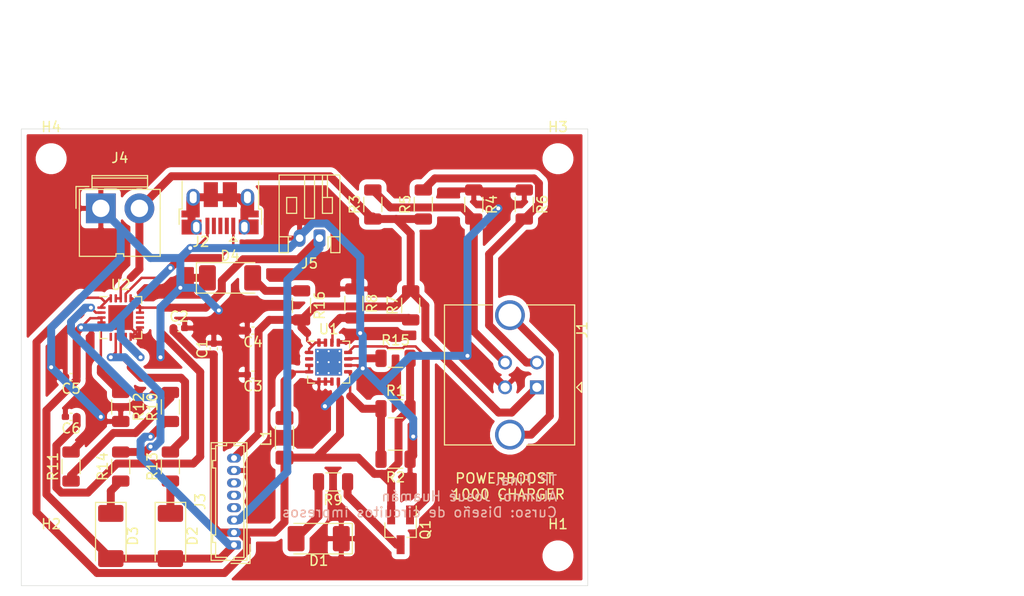
<source format=kicad_pcb>
(kicad_pcb (version 20171130) (host pcbnew "(5.1.10)-1")

  (general
    (thickness 1.6)
    (drawings 15)
    (tracks 325)
    (zones 0)
    (modules 39)
    (nets 35)
  )

  (page A4)
  (title_block
    (title "HolaPOWERBOOST 1000 CHARGER (Réplica)")
    (date 2021-10-16)
    (rev 1.0)
    (company "Josué Elías Huamán Gonzales")
    (comment 1 "licencia GLP")
  )

  (layers
    (0 F.Cu signal)
    (31 B.Cu signal hide)
    (32 B.Adhes user)
    (33 F.Adhes user)
    (34 B.Paste user)
    (35 F.Paste user)
    (36 B.SilkS user hide)
    (37 F.SilkS user)
    (38 B.Mask user)
    (39 F.Mask user)
    (40 Dwgs.User user)
    (41 Cmts.User user)
    (42 Eco1.User user)
    (43 Eco2.User user)
    (44 Edge.Cuts user)
    (45 Margin user)
    (46 B.CrtYd user)
    (47 F.CrtYd user)
    (48 B.Fab user)
    (49 F.Fab user)
  )

  (setup
    (last_trace_width 0.25)
    (user_trace_width 0.8)
    (user_trace_width 1)
    (user_trace_width 1.2)
    (trace_clearance 0.2)
    (zone_clearance 0.508)
    (zone_45_only no)
    (trace_min 0.2)
    (via_size 0.8)
    (via_drill 0.4)
    (via_min_size 0.4)
    (via_min_drill 0.3)
    (user_via 1.6 0.8)
    (user_via 2 1)
    (uvia_size 0.3)
    (uvia_drill 0.1)
    (uvias_allowed no)
    (uvia_min_size 0.2)
    (uvia_min_drill 0.1)
    (edge_width 0.05)
    (segment_width 0.2)
    (pcb_text_width 0.3)
    (pcb_text_size 1.5 1.5)
    (mod_edge_width 0.12)
    (mod_text_size 1 1)
    (mod_text_width 0.15)
    (pad_size 1.524 1.524)
    (pad_drill 0.762)
    (pad_to_mask_clearance 0)
    (aux_axis_origin 177.8 48.26)
    (visible_elements 7FFFFFFF)
    (pcbplotparams
      (layerselection 0x010fc_ffffffff)
      (usegerberextensions false)
      (usegerberattributes true)
      (usegerberadvancedattributes true)
      (creategerberjobfile true)
      (excludeedgelayer true)
      (linewidth 0.100000)
      (plotframeref false)
      (viasonmask false)
      (mode 1)
      (useauxorigin false)
      (hpglpennumber 1)
      (hpglpenspeed 20)
      (hpglpendiameter 15.000000)
      (psnegative false)
      (psa4output false)
      (plotreference true)
      (plotvalue true)
      (plotinvisibletext false)
      (padsonsilk false)
      (subtractmaskfromsilk false)
      (outputformat 1)
      (mirror false)
      (drillshape 1)
      (scaleselection 1)
      (outputdirectory ""))
  )

  (net 0 "")
  (net 1 GND)
  (net 2 +VSW)
  (net 3 +BATT)
  (net 4 +5V)
  (net 5 VBUS)
  (net 6 "Net-(D1-Pad2)")
  (net 7 "Net-(D2-Pad1)")
  (net 8 "Net-(D3-Pad1)")
  (net 9 "Net-(D4-Pad2)")
  (net 10 "Net-(J1-Pad5)")
  (net 11 "Net-(J1-Pad3)")
  (net 12 "Net-(J1-Pad2)")
  (net 13 "Net-(J2-Pad6)")
  (net 14 "Net-(J2-Pad2)")
  (net 15 "Net-(J2-Pad3)")
  (net 16 "Net-(J2-Pad4)")
  (net 17 "Net-(J3-Pad4)")
  (net 18 "Net-(J3-Pad5)")
  (net 19 "Net-(J3-Pad6)")
  (net 20 "Net-(L1-Pad2)")
  (net 21 "Net-(Q1-Pad1)")
  (net 22 "Net-(Q1-Pad3)")
  (net 23 "Net-(R1-Pad1)")
  (net 24 "Net-(R7-Pad1)")
  (net 25 "Net-(R10-Pad2)")
  (net 26 "Net-(R12-Pad1)")
  (net 27 "Net-(R13-Pad2)")
  (net 28 "Net-(R14-Pad2)")
  (net 29 "Net-(R15-Pad1)")
  (net 30 "Net-(U1-Pad2)")
  (net 31 "Net-(U1-Pad17)")
  (net 32 "Net-(U2-Pad6)")
  (net 33 "Net-(U2-Pad12)")
  (net 34 "Net-(U2-Pad13)")

  (net_class Default "This is the default net class."
    (clearance 0.2)
    (trace_width 0.25)
    (via_dia 0.8)
    (via_drill 0.4)
    (uvia_dia 0.3)
    (uvia_drill 0.1)
    (add_net +5V)
    (add_net +BATT)
    (add_net +VSW)
    (add_net GND)
    (add_net "Net-(D1-Pad2)")
    (add_net "Net-(D2-Pad1)")
    (add_net "Net-(D3-Pad1)")
    (add_net "Net-(D4-Pad2)")
    (add_net "Net-(J1-Pad2)")
    (add_net "Net-(J1-Pad3)")
    (add_net "Net-(J1-Pad5)")
    (add_net "Net-(J2-Pad2)")
    (add_net "Net-(J2-Pad3)")
    (add_net "Net-(J2-Pad4)")
    (add_net "Net-(J2-Pad6)")
    (add_net "Net-(J3-Pad4)")
    (add_net "Net-(J3-Pad5)")
    (add_net "Net-(J3-Pad6)")
    (add_net "Net-(L1-Pad2)")
    (add_net "Net-(Q1-Pad1)")
    (add_net "Net-(Q1-Pad3)")
    (add_net "Net-(R1-Pad1)")
    (add_net "Net-(R10-Pad2)")
    (add_net "Net-(R12-Pad1)")
    (add_net "Net-(R13-Pad2)")
    (add_net "Net-(R14-Pad2)")
    (add_net "Net-(R15-Pad1)")
    (add_net "Net-(R7-Pad1)")
    (add_net "Net-(U1-Pad17)")
    (add_net "Net-(U1-Pad2)")
    (add_net "Net-(U2-Pad12)")
    (add_net "Net-(U2-Pad13)")
    (add_net "Net-(U2-Pad6)")
    (add_net VBUS)
  )

  (module Connector_JST:JST_PH_S2B-PH-K_1x02_P2.00mm_Horizontal (layer F.Cu) (tedit 5B7745C6) (tstamp 61702FC3)
    (at 148 100 180)
    (descr "JST PH series connector, S2B-PH-K (http://www.jst-mfg.com/product/pdf/eng/ePH.pdf), generated with kicad-footprint-generator")
    (tags "connector JST PH top entry")
    (path /6172C34A)
    (fp_text reference J5 (at 1 -2.55) (layer F.SilkS)
      (effects (font (size 1 1) (thickness 0.15)))
    )
    (fp_text value Conn_01x02 (at 1 7.45) (layer F.Fab)
      (effects (font (size 1 1) (thickness 0.15)))
    )
    (fp_line (start -0.86 0.14) (end -1.14 0.14) (layer F.SilkS) (width 0.12))
    (fp_line (start -1.14 0.14) (end -1.14 -1.46) (layer F.SilkS) (width 0.12))
    (fp_line (start -1.14 -1.46) (end -2.06 -1.46) (layer F.SilkS) (width 0.12))
    (fp_line (start -2.06 -1.46) (end -2.06 6.36) (layer F.SilkS) (width 0.12))
    (fp_line (start -2.06 6.36) (end 4.06 6.36) (layer F.SilkS) (width 0.12))
    (fp_line (start 4.06 6.36) (end 4.06 -1.46) (layer F.SilkS) (width 0.12))
    (fp_line (start 4.06 -1.46) (end 3.14 -1.46) (layer F.SilkS) (width 0.12))
    (fp_line (start 3.14 -1.46) (end 3.14 0.14) (layer F.SilkS) (width 0.12))
    (fp_line (start 3.14 0.14) (end 2.86 0.14) (layer F.SilkS) (width 0.12))
    (fp_line (start 0.5 6.36) (end 0.5 2) (layer F.SilkS) (width 0.12))
    (fp_line (start 0.5 2) (end 1.5 2) (layer F.SilkS) (width 0.12))
    (fp_line (start 1.5 2) (end 1.5 6.36) (layer F.SilkS) (width 0.12))
    (fp_line (start -2.06 0.14) (end -1.14 0.14) (layer F.SilkS) (width 0.12))
    (fp_line (start 4.06 0.14) (end 3.14 0.14) (layer F.SilkS) (width 0.12))
    (fp_line (start -1.3 2.5) (end -1.3 4.1) (layer F.SilkS) (width 0.12))
    (fp_line (start -1.3 4.1) (end -0.3 4.1) (layer F.SilkS) (width 0.12))
    (fp_line (start -0.3 4.1) (end -0.3 2.5) (layer F.SilkS) (width 0.12))
    (fp_line (start -0.3 2.5) (end -1.3 2.5) (layer F.SilkS) (width 0.12))
    (fp_line (start 3.3 2.5) (end 3.3 4.1) (layer F.SilkS) (width 0.12))
    (fp_line (start 3.3 4.1) (end 2.3 4.1) (layer F.SilkS) (width 0.12))
    (fp_line (start 2.3 4.1) (end 2.3 2.5) (layer F.SilkS) (width 0.12))
    (fp_line (start 2.3 2.5) (end 3.3 2.5) (layer F.SilkS) (width 0.12))
    (fp_line (start -0.3 4.1) (end -0.3 6.36) (layer F.SilkS) (width 0.12))
    (fp_line (start -0.8 4.1) (end -0.8 6.36) (layer F.SilkS) (width 0.12))
    (fp_line (start -2.45 -1.85) (end -2.45 6.75) (layer F.CrtYd) (width 0.05))
    (fp_line (start -2.45 6.75) (end 4.45 6.75) (layer F.CrtYd) (width 0.05))
    (fp_line (start 4.45 6.75) (end 4.45 -1.85) (layer F.CrtYd) (width 0.05))
    (fp_line (start 4.45 -1.85) (end -2.45 -1.85) (layer F.CrtYd) (width 0.05))
    (fp_line (start -1.25 0.25) (end -1.25 -1.35) (layer F.Fab) (width 0.1))
    (fp_line (start -1.25 -1.35) (end -1.95 -1.35) (layer F.Fab) (width 0.1))
    (fp_line (start -1.95 -1.35) (end -1.95 6.25) (layer F.Fab) (width 0.1))
    (fp_line (start -1.95 6.25) (end 3.95 6.25) (layer F.Fab) (width 0.1))
    (fp_line (start 3.95 6.25) (end 3.95 -1.35) (layer F.Fab) (width 0.1))
    (fp_line (start 3.95 -1.35) (end 3.25 -1.35) (layer F.Fab) (width 0.1))
    (fp_line (start 3.25 -1.35) (end 3.25 0.25) (layer F.Fab) (width 0.1))
    (fp_line (start 3.25 0.25) (end -1.25 0.25) (layer F.Fab) (width 0.1))
    (fp_line (start -0.86 0.14) (end -0.86 -1.075) (layer F.SilkS) (width 0.12))
    (fp_line (start 0 0.875) (end -0.5 1.375) (layer F.Fab) (width 0.1))
    (fp_line (start -0.5 1.375) (end 0.5 1.375) (layer F.Fab) (width 0.1))
    (fp_line (start 0.5 1.375) (end 0 0.875) (layer F.Fab) (width 0.1))
    (fp_text user %R (at 1 2.5) (layer F.Fab)
      (effects (font (size 1 1) (thickness 0.15)))
    )
    (pad 1 thru_hole roundrect (at 0 0 180) (size 1.2 1.75) (drill 0.75) (layers *.Cu *.Mask) (roundrect_rratio 0.208333)
      (net 2 +VSW))
    (pad 2 thru_hole oval (at 2 0 180) (size 1.2 1.75) (drill 0.75) (layers *.Cu *.Mask)
      (net 1 GND))
    (model ${KISYS3DMOD}/Connector_JST.3dshapes/JST_PH_S2B-PH-K_1x02_P2.00mm_Horizontal.wrl
      (at (xyz 0 0 0))
      (scale (xyz 1 1 1))
      (rotate (xyz 0 0 0))
    )
  )

  (module Package_DFN_QFN:QFN-20-1EP_4x4mm_P0.5mm_EP2.5x2.5mm (layer F.Cu) (tedit 5DC5F6A3) (tstamp 6170515D)
    (at 128 108)
    (descr "QFN, 20 Pin (http://ww1.microchip.com/downloads/en/PackagingSpec/00000049BQ.pdf#page=274), generated with kicad-footprint-generator ipc_noLead_generator.py")
    (tags "QFN NoLead")
    (path /614453C4)
    (attr smd)
    (fp_text reference U2 (at 0 -3.3) (layer F.SilkS)
      (effects (font (size 1 1) (thickness 0.15)))
    )
    (fp_text value MCP73871 (at 0 3.3) (layer F.Fab)
      (effects (font (size 1 1) (thickness 0.15)))
    )
    (fp_line (start 2.6 -2.6) (end -2.6 -2.6) (layer F.CrtYd) (width 0.05))
    (fp_line (start 2.6 2.6) (end 2.6 -2.6) (layer F.CrtYd) (width 0.05))
    (fp_line (start -2.6 2.6) (end 2.6 2.6) (layer F.CrtYd) (width 0.05))
    (fp_line (start -2.6 -2.6) (end -2.6 2.6) (layer F.CrtYd) (width 0.05))
    (fp_line (start -2 -1) (end -1 -2) (layer F.Fab) (width 0.1))
    (fp_line (start -2 2) (end -2 -1) (layer F.Fab) (width 0.1))
    (fp_line (start 2 2) (end -2 2) (layer F.Fab) (width 0.1))
    (fp_line (start 2 -2) (end 2 2) (layer F.Fab) (width 0.1))
    (fp_line (start -1 -2) (end 2 -2) (layer F.Fab) (width 0.1))
    (fp_line (start -1.385 -2.11) (end -2.11 -2.11) (layer F.SilkS) (width 0.12))
    (fp_line (start 2.11 2.11) (end 2.11 1.385) (layer F.SilkS) (width 0.12))
    (fp_line (start 1.385 2.11) (end 2.11 2.11) (layer F.SilkS) (width 0.12))
    (fp_line (start -2.11 2.11) (end -2.11 1.385) (layer F.SilkS) (width 0.12))
    (fp_line (start -1.385 2.11) (end -2.11 2.11) (layer F.SilkS) (width 0.12))
    (fp_line (start 2.11 -2.11) (end 2.11 -1.385) (layer F.SilkS) (width 0.12))
    (fp_line (start 1.385 -2.11) (end 2.11 -2.11) (layer F.SilkS) (width 0.12))
    (fp_text user %R (at 0 0) (layer F.Fab)
      (effects (font (size 1 1) (thickness 0.15)))
    )
    (pad 1 smd roundrect (at -1.9375 -1) (size 0.825 0.25) (layers F.Cu F.Paste F.Mask) (roundrect_rratio 0.25)
      (net 3 +BATT))
    (pad 2 smd roundrect (at -1.9375 -0.5) (size 0.825 0.25) (layers F.Cu F.Paste F.Mask) (roundrect_rratio 0.25)
      (net 25 "Net-(R10-Pad2)"))
    (pad 3 smd roundrect (at -1.9375 0) (size 0.825 0.25) (layers F.Cu F.Paste F.Mask) (roundrect_rratio 0.25)
      (net 5 VBUS))
    (pad 4 smd roundrect (at -1.9375 0.5) (size 0.825 0.25) (layers F.Cu F.Paste F.Mask) (roundrect_rratio 0.25)
      (net 5 VBUS))
    (pad 5 smd roundrect (at -1.9375 1) (size 0.825 0.25) (layers F.Cu F.Paste F.Mask) (roundrect_rratio 0.25)
      (net 26 "Net-(R12-Pad1)"))
    (pad 6 smd roundrect (at -1 1.9375) (size 0.25 0.825) (layers F.Cu F.Paste F.Mask) (roundrect_rratio 0.25)
      (net 32 "Net-(U2-Pad6)"))
    (pad 7 smd roundrect (at -0.5 1.9375) (size 0.25 0.825) (layers F.Cu F.Paste F.Mask) (roundrect_rratio 0.25)
      (net 28 "Net-(R14-Pad2)"))
    (pad 8 smd roundrect (at 0 1.9375) (size 0.25 0.825) (layers F.Cu F.Paste F.Mask) (roundrect_rratio 0.25)
      (net 27 "Net-(R13-Pad2)"))
    (pad 9 smd roundrect (at 0.5 1.9375) (size 0.25 0.825) (layers F.Cu F.Paste F.Mask) (roundrect_rratio 0.25)
      (net 5 VBUS))
    (pad 10 smd roundrect (at 1 1.9375) (size 0.25 0.825) (layers F.Cu F.Paste F.Mask) (roundrect_rratio 0.25)
      (net 1 GND))
    (pad 11 smd roundrect (at 1.9375 1) (size 0.825 0.25) (layers F.Cu F.Paste F.Mask) (roundrect_rratio 0.25)
      (net 1 GND))
    (pad 12 smd roundrect (at 1.9375 0.5) (size 0.825 0.25) (layers F.Cu F.Paste F.Mask) (roundrect_rratio 0.25)
      (net 33 "Net-(U2-Pad12)"))
    (pad 13 smd roundrect (at 1.9375 0) (size 0.825 0.25) (layers F.Cu F.Paste F.Mask) (roundrect_rratio 0.25)
      (net 34 "Net-(U2-Pad13)"))
    (pad 14 smd roundrect (at 1.9375 -0.5) (size 0.825 0.25) (layers F.Cu F.Paste F.Mask) (roundrect_rratio 0.25)
      (net 2 +VSW))
    (pad 15 smd roundrect (at 1.9375 -1) (size 0.825 0.25) (layers F.Cu F.Paste F.Mask) (roundrect_rratio 0.25)
      (net 2 +VSW))
    (pad 16 smd roundrect (at 1 -1.9375) (size 0.25 0.825) (layers F.Cu F.Paste F.Mask) (roundrect_rratio 0.25)
      (net 2 +VSW))
    (pad 17 smd roundrect (at 0.5 -1.9375) (size 0.25 0.825) (layers F.Cu F.Paste F.Mask) (roundrect_rratio 0.25)
      (net 5 VBUS))
    (pad 18 smd roundrect (at 0 -1.9375) (size 0.25 0.825) (layers F.Cu F.Paste F.Mask) (roundrect_rratio 0.25)
      (net 4 +5V))
    (pad 19 smd roundrect (at -0.5 -1.9375) (size 0.25 0.825) (layers F.Cu F.Paste F.Mask) (roundrect_rratio 0.25)
      (net 4 +5V))
    (pad 20 smd roundrect (at -1 -1.9375) (size 0.25 0.825) (layers F.Cu F.Paste F.Mask) (roundrect_rratio 0.25)
      (net 3 +BATT))
    (pad 21 smd rect (at 0 0) (size 2.5 2.5) (layers F.Cu F.Mask)
      (net 1 GND))
    (pad "" smd roundrect (at -0.625 -0.625) (size 1.01 1.01) (layers F.Paste) (roundrect_rratio 0.247525))
    (pad "" smd roundrect (at -0.625 0.625) (size 1.01 1.01) (layers F.Paste) (roundrect_rratio 0.247525))
    (pad "" smd roundrect (at 0.625 -0.625) (size 1.01 1.01) (layers F.Paste) (roundrect_rratio 0.247525))
    (pad "" smd roundrect (at 0.625 0.625) (size 1.01 1.01) (layers F.Paste) (roundrect_rratio 0.247525))
    (model ${KISYS3DMOD}/Package_DFN_QFN.3dshapes/QFN-20-1EP_4x4mm_P0.5mm_EP2.5x2.5mm.wrl
      (at (xyz 0 0 0))
      (scale (xyz 1 1 1))
      (rotate (xyz 0 0 0))
    )
  )

  (module Connector_USB:USB_Micro-B_Amphenol_10103594-0001LF_Horizontal (layer F.Cu) (tedit 5A1DC0BD) (tstamp 616BEA60)
    (at 138 97 180)
    (descr "Micro USB Type B 10103594-0001LF, http://cdn.amphenol-icc.com/media/wysiwyg/files/drawing/10103594.pdf")
    (tags "USB USB_B USB_micro USB_OTG")
    (path /6143B4E7)
    (attr smd)
    (fp_text reference J2 (at 1.925 -3.365) (layer F.SilkS)
      (effects (font (size 1 1) (thickness 0.15)))
    )
    (fp_text value USB_B_Micro (at -0.025 4.435) (layer F.Fab)
      (effects (font (size 1 1) (thickness 0.15)))
    )
    (fp_line (start 4.14 3.58) (end -4.13 3.58) (layer F.CrtYd) (width 0.05))
    (fp_line (start 4.14 3.58) (end 4.14 -2.88) (layer F.CrtYd) (width 0.05))
    (fp_line (start -4.13 -2.88) (end -4.13 3.58) (layer F.CrtYd) (width 0.05))
    (fp_line (start -4.13 -2.88) (end 4.14 -2.88) (layer F.CrtYd) (width 0.05))
    (fp_line (start -4.025 2.835) (end 3.975 2.835) (layer Dwgs.User) (width 0.1))
    (fp_line (start -3.775 3.335) (end -3.775 -0.865) (layer F.Fab) (width 0.12))
    (fp_line (start -2.975 -1.615) (end 3.725 -1.615) (layer F.Fab) (width 0.12))
    (fp_line (start 3.725 -1.615) (end 3.725 3.335) (layer F.Fab) (width 0.12))
    (fp_line (start 3.725 3.335) (end -3.775 3.335) (layer F.Fab) (width 0.12))
    (fp_line (start -3.775 -0.865) (end -2.975 -1.615) (layer F.Fab) (width 0.12))
    (fp_line (start -1.325 -2.865) (end -1.725 -3.315) (layer F.SilkS) (width 0.12))
    (fp_line (start -1.725 -3.315) (end -0.925 -3.315) (layer F.SilkS) (width 0.12))
    (fp_line (start -0.925 -3.315) (end -1.325 -2.865) (layer F.SilkS) (width 0.12))
    (fp_line (start 3.825 2.735) (end 3.825 -0.065) (layer F.SilkS) (width 0.12))
    (fp_line (start 3.825 -0.065) (end 4.125 -0.065) (layer F.SilkS) (width 0.12))
    (fp_line (start 4.125 -0.065) (end 4.125 -1.615) (layer F.SilkS) (width 0.12))
    (fp_line (start -3.875 2.735) (end -3.875 -0.065) (layer F.SilkS) (width 0.12))
    (fp_line (start -4.175 -0.065) (end -3.875 -0.065) (layer F.SilkS) (width 0.12))
    (fp_line (start -4.175 -0.065) (end -4.175 -1.615) (layer F.SilkS) (width 0.12))
    (fp_text user "PCB edge" (at -0.025 2.235) (layer Dwgs.User)
      (effects (font (size 0.5 0.5) (thickness 0.075)))
    )
    (fp_text user %R (at -0.025 -0.015) (layer F.Fab)
      (effects (font (size 1 1) (thickness 0.15)))
    )
    (pad 6 smd rect (at 2.725 0.185 180) (size 1.35 2) (layers F.Cu F.Paste F.Mask)
      (net 13 "Net-(J2-Pad6)"))
    (pad 6 smd rect (at -2.755 0.185 180) (size 1.35 2) (layers F.Cu F.Paste F.Mask)
      (net 13 "Net-(J2-Pad6)"))
    (pad 6 smd rect (at -2.975 -0.565 180) (size 1.825 0.7) (layers F.Cu F.Paste F.Mask)
      (net 13 "Net-(J2-Pad6)"))
    (pad 6 smd rect (at 2.975 -0.565 180) (size 1.825 0.7) (layers F.Cu F.Paste F.Mask)
      (net 13 "Net-(J2-Pad6)"))
    (pad 6 smd rect (at -2.875 -1.865 180) (size 2 1.5) (layers F.Cu F.Paste F.Mask)
      (net 13 "Net-(J2-Pad6)"))
    (pad 6 smd rect (at 2.875 -1.885 180) (size 2 1.5) (layers F.Cu F.Paste F.Mask)
      (net 13 "Net-(J2-Pad6)"))
    (pad 1 smd rect (at -1.325 -1.765 270) (size 1.65 0.4) (layers F.Cu F.Paste F.Mask)
      (net 5 VBUS))
    (pad 2 smd rect (at -0.675 -1.765 270) (size 1.65 0.4) (layers F.Cu F.Paste F.Mask)
      (net 14 "Net-(J2-Pad2)"))
    (pad 3 smd rect (at -0.025 -1.765 270) (size 1.65 0.4) (layers F.Cu F.Paste F.Mask)
      (net 15 "Net-(J2-Pad3)"))
    (pad 4 smd rect (at 0.625 -1.765 270) (size 1.65 0.4) (layers F.Cu F.Paste F.Mask)
      (net 16 "Net-(J2-Pad4)"))
    (pad 5 smd rect (at 1.275 -1.765 270) (size 1.65 0.4) (layers F.Cu F.Paste F.Mask)
      (net 1 GND))
    (pad 6 thru_hole oval (at -2.445 -1.885 270) (size 1.5 1.1) (drill oval 1.05 0.65) (layers *.Cu *.Mask)
      (net 13 "Net-(J2-Pad6)"))
    (pad 6 thru_hole oval (at 2.395 -1.885 270) (size 1.5 1.1) (drill oval 1.05 0.65) (layers *.Cu *.Mask)
      (net 13 "Net-(J2-Pad6)"))
    (pad 6 thru_hole oval (at -2.755 1.115 270) (size 1.7 1.35) (drill oval 1.2 0.7) (layers *.Cu *.Mask)
      (net 13 "Net-(J2-Pad6)"))
    (pad 6 thru_hole oval (at 2.705 1.115 270) (size 1.7 1.35) (drill oval 1.2 0.7) (layers *.Cu *.Mask)
      (net 13 "Net-(J2-Pad6)"))
    (pad 6 smd rect (at -0.985 1.385 270) (size 2.5 1.43) (layers F.Cu F.Paste F.Mask)
      (net 13 "Net-(J2-Pad6)"))
    (pad 6 smd rect (at 0.935 1.385 270) (size 2.5 1.43) (layers F.Cu F.Paste F.Mask)
      (net 13 "Net-(J2-Pad6)"))
    (model ${KISYS3DMOD}/Connector_USB.3dshapes/USB_Micro-B_Amphenol_10103594-0001LF_Horizontal.wrl
      (at (xyz 0 0 0))
      (scale (xyz 1 1 1))
      (rotate (xyz 0 0 0))
    )
  )

  (module Package_DFN_QFN:Texas_S-PVQFN-N16_EP2.7x2.7mm_ThermalVias (layer F.Cu) (tedit 5E11FE4E) (tstamp 616C0586)
    (at 148.925 112.485)
    (descr "QFN, 16 Pin (http://www.ti.com/lit/ds/symlink/msp430g2001.pdf#page=43), generated with kicad-footprint-generator ipc_noLead_generator.py")
    (tags "QFN NoLead")
    (path /614A4366)
    (attr smd)
    (fp_text reference U1 (at 0 -3.32) (layer F.SilkS)
      (effects (font (size 1 1) (thickness 0.15)))
    )
    (fp_text value TPS61090 (at 0 3.32) (layer F.Fab)
      (effects (font (size 1 1) (thickness 0.15)))
    )
    (fp_line (start 2.62 -2.62) (end -2.62 -2.62) (layer F.CrtYd) (width 0.05))
    (fp_line (start 2.62 2.62) (end 2.62 -2.62) (layer F.CrtYd) (width 0.05))
    (fp_line (start -2.62 2.62) (end 2.62 2.62) (layer F.CrtYd) (width 0.05))
    (fp_line (start -2.62 -2.62) (end -2.62 2.62) (layer F.CrtYd) (width 0.05))
    (fp_line (start -2 -1) (end -1 -2) (layer F.Fab) (width 0.1))
    (fp_line (start -2 2) (end -2 -1) (layer F.Fab) (width 0.1))
    (fp_line (start 2 2) (end -2 2) (layer F.Fab) (width 0.1))
    (fp_line (start 2 -2) (end 2 2) (layer F.Fab) (width 0.1))
    (fp_line (start -1 -2) (end 2 -2) (layer F.Fab) (width 0.1))
    (fp_line (start -1.41 -2.11) (end -2.11 -2.11) (layer F.SilkS) (width 0.12))
    (fp_line (start 2.11 2.11) (end 2.11 1.41) (layer F.SilkS) (width 0.12))
    (fp_line (start 1.41 2.11) (end 2.11 2.11) (layer F.SilkS) (width 0.12))
    (fp_line (start -2.11 2.11) (end -2.11 1.41) (layer F.SilkS) (width 0.12))
    (fp_line (start -1.41 2.11) (end -2.11 2.11) (layer F.SilkS) (width 0.12))
    (fp_line (start 2.11 -2.11) (end 2.11 -1.41) (layer F.SilkS) (width 0.12))
    (fp_line (start 1.41 -2.11) (end 2.11 -2.11) (layer F.SilkS) (width 0.12))
    (fp_text user %R (at 0 0) (layer F.Fab)
      (effects (font (size 1 1) (thickness 0.15)))
    )
    (pad 1 smd roundrect (at -1.9625 -0.975) (size 0.825 0.35) (layers F.Cu F.Paste F.Mask) (roundrect_rratio 0.25)
      (net 4 +5V))
    (pad 2 smd roundrect (at -1.9625 -0.325) (size 0.825 0.35) (layers F.Cu F.Paste F.Mask) (roundrect_rratio 0.25)
      (net 30 "Net-(U1-Pad2)"))
    (pad 3 smd roundrect (at -1.9625 0.325) (size 0.825 0.35) (layers F.Cu F.Paste F.Mask) (roundrect_rratio 0.25)
      (net 20 "Net-(L1-Pad2)"))
    (pad 4 smd roundrect (at -1.9625 0.975) (size 0.825 0.35) (layers F.Cu F.Paste F.Mask) (roundrect_rratio 0.25)
      (net 20 "Net-(L1-Pad2)"))
    (pad 5 smd roundrect (at -0.975 1.9625) (size 0.35 0.825) (layers F.Cu F.Paste F.Mask) (roundrect_rratio 0.25)
      (net 1 GND))
    (pad 6 smd roundrect (at -0.325 1.9625) (size 0.35 0.825) (layers F.Cu F.Paste F.Mask) (roundrect_rratio 0.25)
      (net 1 GND))
    (pad 7 smd roundrect (at 0.325 1.9625) (size 0.35 0.825) (layers F.Cu F.Paste F.Mask) (roundrect_rratio 0.25)
      (net 1 GND))
    (pad 8 smd roundrect (at 0.975 1.9625) (size 0.35 0.825) (layers F.Cu F.Paste F.Mask) (roundrect_rratio 0.25)
      (net 3 +BATT))
    (pad 9 smd roundrect (at 1.9625 0.975) (size 0.825 0.35) (layers F.Cu F.Paste F.Mask) (roundrect_rratio 0.25)
      (net 23 "Net-(R1-Pad1)"))
    (pad 10 smd roundrect (at 1.9625 0.325) (size 0.825 0.35) (layers F.Cu F.Paste F.Mask) (roundrect_rratio 0.25)
      (net 1 GND))
    (pad 11 smd roundrect (at 1.9625 -0.325) (size 0.825 0.35) (layers F.Cu F.Paste F.Mask) (roundrect_rratio 0.25)
      (net 29 "Net-(R15-Pad1)"))
    (pad 12 smd roundrect (at 1.9625 -0.975) (size 0.825 0.35) (layers F.Cu F.Paste F.Mask) (roundrect_rratio 0.25)
      (net 21 "Net-(Q1-Pad1)"))
    (pad 13 smd roundrect (at 0.975 -1.9625) (size 0.35 0.825) (layers F.Cu F.Paste F.Mask) (roundrect_rratio 0.25)
      (net 1 GND))
    (pad 14 smd roundrect (at 0.325 -1.9625) (size 0.35 0.825) (layers F.Cu F.Paste F.Mask) (roundrect_rratio 0.25)
      (net 24 "Net-(R7-Pad1)"))
    (pad 15 smd roundrect (at -0.325 -1.9625) (size 0.35 0.825) (layers F.Cu F.Paste F.Mask) (roundrect_rratio 0.25)
      (net 4 +5V))
    (pad 16 smd roundrect (at -0.975 -1.9625) (size 0.35 0.825) (layers F.Cu F.Paste F.Mask) (roundrect_rratio 0.25)
      (net 4 +5V))
    (pad 17 smd rect (at 0 0) (size 2.7 2.7) (layers F.Cu F.Mask)
      (net 31 "Net-(U1-Pad17)"))
    (pad 17 thru_hole circle (at -1.1 -1.1) (size 0.5 0.5) (drill 0.2) (layers *.Cu)
      (net 31 "Net-(U1-Pad17)"))
    (pad 17 thru_hole circle (at 0 -1.1) (size 0.5 0.5) (drill 0.2) (layers *.Cu)
      (net 31 "Net-(U1-Pad17)"))
    (pad 17 thru_hole circle (at 1.1 -1.1) (size 0.5 0.5) (drill 0.2) (layers *.Cu)
      (net 31 "Net-(U1-Pad17)"))
    (pad 17 thru_hole circle (at -1.1 0) (size 0.5 0.5) (drill 0.2) (layers *.Cu)
      (net 31 "Net-(U1-Pad17)"))
    (pad 17 thru_hole circle (at 0 0) (size 0.5 0.5) (drill 0.2) (layers *.Cu)
      (net 31 "Net-(U1-Pad17)"))
    (pad 17 thru_hole circle (at 1.1 0) (size 0.5 0.5) (drill 0.2) (layers *.Cu)
      (net 31 "Net-(U1-Pad17)"))
    (pad 17 thru_hole circle (at -1.1 1.1) (size 0.5 0.5) (drill 0.2) (layers *.Cu)
      (net 31 "Net-(U1-Pad17)"))
    (pad 17 thru_hole circle (at 0 1.1) (size 0.5 0.5) (drill 0.2) (layers *.Cu)
      (net 31 "Net-(U1-Pad17)"))
    (pad 17 thru_hole circle (at 1.1 1.1) (size 0.5 0.5) (drill 0.2) (layers *.Cu)
      (net 31 "Net-(U1-Pad17)"))
    (pad 17 smd rect (at 0 0) (size 2.7 2.7) (layers B.Cu)
      (net 31 "Net-(U1-Pad17)"))
    (pad "" smd roundrect (at -0.55 -0.55) (size 0.954594 0.954594) (layers F.Paste) (roundrect_rratio 0.25))
    (pad "" smd roundrect (at -0.55 0.55) (size 0.954594 0.954594) (layers F.Paste) (roundrect_rratio 0.25))
    (pad "" smd roundrect (at 0.55 -0.55) (size 0.954594 0.954594) (layers F.Paste) (roundrect_rratio 0.25))
    (pad "" smd roundrect (at 0.55 0.55) (size 0.954594 0.954594) (layers F.Paste) (roundrect_rratio 0.25))
    (model ${KISYS3DMOD}/Package_DFN_QFN.3dshapes/Texas_S-PVQFN-N16_EP2.7x2.7mm.wrl
      (at (xyz 0 0 0))
      (scale (xyz 1 1 1))
      (rotate (xyz 0 0 0))
    )
  )

  (module Capacitor_SMD:C_0402_1005Metric_Pad0.74x0.62mm_HandSolder (layer F.Cu) (tedit 5F6BB22C) (tstamp 616C12B5)
    (at 137.368 111.1475 90)
    (descr "Capacitor SMD 0402 (1005 Metric), square (rectangular) end terminal, IPC_7351 nominal with elongated pad for handsoldering. (Body size source: IPC-SM-782 page 76, https://www.pcb-3d.com/wordpress/wp-content/uploads/ipc-sm-782a_amendment_1_and_2.pdf), generated with kicad-footprint-generator")
    (tags "capacitor handsolder")
    (path /615464AD)
    (attr smd)
    (fp_text reference C1 (at 0 -1.16 90) (layer F.SilkS)
      (effects (font (size 1 1) (thickness 0.15)))
    )
    (fp_text value 10uF (at 0 1.16 90) (layer F.Fab)
      (effects (font (size 1 1) (thickness 0.15)))
    )
    (fp_line (start 1.08 0.46) (end -1.08 0.46) (layer F.CrtYd) (width 0.05))
    (fp_line (start 1.08 -0.46) (end 1.08 0.46) (layer F.CrtYd) (width 0.05))
    (fp_line (start -1.08 -0.46) (end 1.08 -0.46) (layer F.CrtYd) (width 0.05))
    (fp_line (start -1.08 0.46) (end -1.08 -0.46) (layer F.CrtYd) (width 0.05))
    (fp_line (start -0.115835 0.36) (end 0.115835 0.36) (layer F.SilkS) (width 0.12))
    (fp_line (start -0.115835 -0.36) (end 0.115835 -0.36) (layer F.SilkS) (width 0.12))
    (fp_line (start 0.5 0.25) (end -0.5 0.25) (layer F.Fab) (width 0.1))
    (fp_line (start 0.5 -0.25) (end 0.5 0.25) (layer F.Fab) (width 0.1))
    (fp_line (start -0.5 -0.25) (end 0.5 -0.25) (layer F.Fab) (width 0.1))
    (fp_line (start -0.5 0.25) (end -0.5 -0.25) (layer F.Fab) (width 0.1))
    (fp_text user %R (at 0 0 90) (layer F.Fab)
      (effects (font (size 0.25 0.25) (thickness 0.04)))
    )
    (pad 1 smd roundrect (at -0.5675 0 90) (size 0.735 0.62) (layers F.Cu F.Paste F.Mask) (roundrect_rratio 0.25)
      (net 3 +BATT))
    (pad 2 smd roundrect (at 0.5675 0 90) (size 0.735 0.62) (layers F.Cu F.Paste F.Mask) (roundrect_rratio 0.25)
      (net 1 GND))
    (model ${KISYS3DMOD}/Capacitor_SMD.3dshapes/C_0402_1005Metric.wrl
      (at (xyz 0 0 0))
      (scale (xyz 1 1 1))
      (rotate (xyz 0 0 0))
    )
  )

  (module Capacitor_SMD:C_0402_1005Metric_Pad0.74x0.62mm_HandSolder (layer F.Cu) (tedit 5F6BB22C) (tstamp 616BBF56)
    (at 133.8715 109.056)
    (descr "Capacitor SMD 0402 (1005 Metric), square (rectangular) end terminal, IPC_7351 nominal with elongated pad for handsoldering. (Body size source: IPC-SM-782 page 76, https://www.pcb-3d.com/wordpress/wp-content/uploads/ipc-sm-782a_amendment_1_and_2.pdf), generated with kicad-footprint-generator")
    (tags "capacitor handsolder")
    (path /61546914)
    (attr smd)
    (fp_text reference C2 (at 0 -1.16) (layer F.SilkS)
      (effects (font (size 1 1) (thickness 0.15)))
    )
    (fp_text value 0.1uF (at 0 1.16) (layer F.Fab)
      (effects (font (size 1 1) (thickness 0.15)))
    )
    (fp_line (start -0.5 0.25) (end -0.5 -0.25) (layer F.Fab) (width 0.1))
    (fp_line (start -0.5 -0.25) (end 0.5 -0.25) (layer F.Fab) (width 0.1))
    (fp_line (start 0.5 -0.25) (end 0.5 0.25) (layer F.Fab) (width 0.1))
    (fp_line (start 0.5 0.25) (end -0.5 0.25) (layer F.Fab) (width 0.1))
    (fp_line (start -0.115835 -0.36) (end 0.115835 -0.36) (layer F.SilkS) (width 0.12))
    (fp_line (start -0.115835 0.36) (end 0.115835 0.36) (layer F.SilkS) (width 0.12))
    (fp_line (start -1.08 0.46) (end -1.08 -0.46) (layer F.CrtYd) (width 0.05))
    (fp_line (start -1.08 -0.46) (end 1.08 -0.46) (layer F.CrtYd) (width 0.05))
    (fp_line (start 1.08 -0.46) (end 1.08 0.46) (layer F.CrtYd) (width 0.05))
    (fp_line (start 1.08 0.46) (end -1.08 0.46) (layer F.CrtYd) (width 0.05))
    (fp_text user %R (at 0 0) (layer F.Fab)
      (effects (font (size 0.25 0.25) (thickness 0.04)))
    )
    (pad 2 smd roundrect (at 0.5675 0) (size 0.735 0.62) (layers F.Cu F.Paste F.Mask) (roundrect_rratio 0.25)
      (net 1 GND))
    (pad 1 smd roundrect (at -0.5675 0) (size 0.735 0.62) (layers F.Cu F.Paste F.Mask) (roundrect_rratio 0.25)
      (net 3 +BATT))
    (model ${KISYS3DMOD}/Capacitor_SMD.3dshapes/C_0402_1005Metric.wrl
      (at (xyz 0 0 0))
      (scale (xyz 1 1 1))
      (rotate (xyz 0 0 0))
    )
  )

  (module Capacitor_SMD:C_0402_1005Metric_Pad0.74x0.62mm_HandSolder (layer F.Cu) (tedit 5F6BB22C) (tstamp 616C17BD)
    (at 141.305 113.755 180)
    (descr "Capacitor SMD 0402 (1005 Metric), square (rectangular) end terminal, IPC_7351 nominal with elongated pad for handsoldering. (Body size source: IPC-SM-782 page 76, https://www.pcb-3d.com/wordpress/wp-content/uploads/ipc-sm-782a_amendment_1_and_2.pdf), generated with kicad-footprint-generator")
    (tags "capacitor handsolder")
    (path /614BA3C8)
    (attr smd)
    (fp_text reference C3 (at 0 -1.16) (layer F.SilkS)
      (effects (font (size 1 1) (thickness 0.15)))
    )
    (fp_text value 2.2uF (at 0 1.16) (layer F.Fab)
      (effects (font (size 1 1) (thickness 0.15)))
    )
    (fp_line (start 1.08 0.46) (end -1.08 0.46) (layer F.CrtYd) (width 0.05))
    (fp_line (start 1.08 -0.46) (end 1.08 0.46) (layer F.CrtYd) (width 0.05))
    (fp_line (start -1.08 -0.46) (end 1.08 -0.46) (layer F.CrtYd) (width 0.05))
    (fp_line (start -1.08 0.46) (end -1.08 -0.46) (layer F.CrtYd) (width 0.05))
    (fp_line (start -0.115835 0.36) (end 0.115835 0.36) (layer F.SilkS) (width 0.12))
    (fp_line (start -0.115835 -0.36) (end 0.115835 -0.36) (layer F.SilkS) (width 0.12))
    (fp_line (start 0.5 0.25) (end -0.5 0.25) (layer F.Fab) (width 0.1))
    (fp_line (start 0.5 -0.25) (end 0.5 0.25) (layer F.Fab) (width 0.1))
    (fp_line (start -0.5 -0.25) (end 0.5 -0.25) (layer F.Fab) (width 0.1))
    (fp_line (start -0.5 0.25) (end -0.5 -0.25) (layer F.Fab) (width 0.1))
    (fp_text user %R (at 0 0) (layer F.Fab)
      (effects (font (size 0.25 0.25) (thickness 0.04)))
    )
    (pad 1 smd roundrect (at -0.5675 0 180) (size 0.735 0.62) (layers F.Cu F.Paste F.Mask) (roundrect_rratio 0.25)
      (net 4 +5V))
    (pad 2 smd roundrect (at 0.5675 0 180) (size 0.735 0.62) (layers F.Cu F.Paste F.Mask) (roundrect_rratio 0.25)
      (net 1 GND))
    (model ${KISYS3DMOD}/Capacitor_SMD.3dshapes/C_0402_1005Metric.wrl
      (at (xyz 0 0 0))
      (scale (xyz 1 1 1))
      (rotate (xyz 0 0 0))
    )
  )

  (module Capacitor_SMD:C_0402_1005Metric_Pad0.74x0.62mm_HandSolder (layer F.Cu) (tedit 5F6BB22C) (tstamp 616BBF78)
    (at 141.305 109.31 180)
    (descr "Capacitor SMD 0402 (1005 Metric), square (rectangular) end terminal, IPC_7351 nominal with elongated pad for handsoldering. (Body size source: IPC-SM-782 page 76, https://www.pcb-3d.com/wordpress/wp-content/uploads/ipc-sm-782a_amendment_1_and_2.pdf), generated with kicad-footprint-generator")
    (tags "capacitor handsolder")
    (path /614B9F34)
    (attr smd)
    (fp_text reference C4 (at 0 -1.16) (layer F.SilkS)
      (effects (font (size 1 1) (thickness 0.15)))
    )
    (fp_text value 100uF (at 0 1.16) (layer F.Fab)
      (effects (font (size 1 1) (thickness 0.15)))
    )
    (fp_line (start -0.5 0.25) (end -0.5 -0.25) (layer F.Fab) (width 0.1))
    (fp_line (start -0.5 -0.25) (end 0.5 -0.25) (layer F.Fab) (width 0.1))
    (fp_line (start 0.5 -0.25) (end 0.5 0.25) (layer F.Fab) (width 0.1))
    (fp_line (start 0.5 0.25) (end -0.5 0.25) (layer F.Fab) (width 0.1))
    (fp_line (start -0.115835 -0.36) (end 0.115835 -0.36) (layer F.SilkS) (width 0.12))
    (fp_line (start -0.115835 0.36) (end 0.115835 0.36) (layer F.SilkS) (width 0.12))
    (fp_line (start -1.08 0.46) (end -1.08 -0.46) (layer F.CrtYd) (width 0.05))
    (fp_line (start -1.08 -0.46) (end 1.08 -0.46) (layer F.CrtYd) (width 0.05))
    (fp_line (start 1.08 -0.46) (end 1.08 0.46) (layer F.CrtYd) (width 0.05))
    (fp_line (start 1.08 0.46) (end -1.08 0.46) (layer F.CrtYd) (width 0.05))
    (fp_text user %R (at 0 0) (layer F.Fab)
      (effects (font (size 0.25 0.25) (thickness 0.04)))
    )
    (pad 2 smd roundrect (at 0.5675 0 180) (size 0.735 0.62) (layers F.Cu F.Paste F.Mask) (roundrect_rratio 0.25)
      (net 1 GND))
    (pad 1 smd roundrect (at -0.5675 0 180) (size 0.735 0.62) (layers F.Cu F.Paste F.Mask) (roundrect_rratio 0.25)
      (net 4 +5V))
    (model ${KISYS3DMOD}/Capacitor_SMD.3dshapes/C_0402_1005Metric.wrl
      (at (xyz 0 0 0))
      (scale (xyz 1 1 1))
      (rotate (xyz 0 0 0))
    )
  )

  (module Capacitor_SMD:C_0402_1005Metric_Pad0.74x0.62mm_HandSolder (layer F.Cu) (tedit 5F6BB22C) (tstamp 616FE6BC)
    (at 123 114 180)
    (descr "Capacitor SMD 0402 (1005 Metric), square (rectangular) end terminal, IPC_7351 nominal with elongated pad for handsoldering. (Body size source: IPC-SM-782 page 76, https://www.pcb-3d.com/wordpress/wp-content/uploads/ipc-sm-782a_amendment_1_and_2.pdf), generated with kicad-footprint-generator")
    (tags "capacitor handsolder")
    (path /614448F2)
    (attr smd)
    (fp_text reference C5 (at 0 -1.16) (layer F.SilkS)
      (effects (font (size 1 1) (thickness 0.15)))
    )
    (fp_text value CAP (at 0 1.16) (layer F.Fab)
      (effects (font (size 1 1) (thickness 0.15)))
    )
    (fp_line (start -0.5 0.25) (end -0.5 -0.25) (layer F.Fab) (width 0.1))
    (fp_line (start -0.5 -0.25) (end 0.5 -0.25) (layer F.Fab) (width 0.1))
    (fp_line (start 0.5 -0.25) (end 0.5 0.25) (layer F.Fab) (width 0.1))
    (fp_line (start 0.5 0.25) (end -0.5 0.25) (layer F.Fab) (width 0.1))
    (fp_line (start -0.115835 -0.36) (end 0.115835 -0.36) (layer F.SilkS) (width 0.12))
    (fp_line (start -0.115835 0.36) (end 0.115835 0.36) (layer F.SilkS) (width 0.12))
    (fp_line (start -1.08 0.46) (end -1.08 -0.46) (layer F.CrtYd) (width 0.05))
    (fp_line (start -1.08 -0.46) (end 1.08 -0.46) (layer F.CrtYd) (width 0.05))
    (fp_line (start 1.08 -0.46) (end 1.08 0.46) (layer F.CrtYd) (width 0.05))
    (fp_line (start 1.08 0.46) (end -1.08 0.46) (layer F.CrtYd) (width 0.05))
    (fp_text user %R (at 0 0) (layer F.Fab)
      (effects (font (size 0.25 0.25) (thickness 0.04)))
    )
    (pad 2 smd roundrect (at 0.5675 0 180) (size 0.735 0.62) (layers F.Cu F.Paste F.Mask) (roundrect_rratio 0.25)
      (net 1 GND))
    (pad 1 smd roundrect (at -0.5675 0 180) (size 0.735 0.62) (layers F.Cu F.Paste F.Mask) (roundrect_rratio 0.25)
      (net 5 VBUS))
    (model ${KISYS3DMOD}/Capacitor_SMD.3dshapes/C_0402_1005Metric.wrl
      (at (xyz 0 0 0))
      (scale (xyz 1 1 1))
      (rotate (xyz 0 0 0))
    )
  )

  (module Capacitor_SMD:C_0402_1005Metric_Pad0.74x0.62mm_HandSolder (layer F.Cu) (tedit 5F6BB22C) (tstamp 616FF055)
    (at 123 118 180)
    (descr "Capacitor SMD 0402 (1005 Metric), square (rectangular) end terminal, IPC_7351 nominal with elongated pad for handsoldering. (Body size source: IPC-SM-782 page 76, https://www.pcb-3d.com/wordpress/wp-content/uploads/ipc-sm-782a_amendment_1_and_2.pdf), generated with kicad-footprint-generator")
    (tags "capacitor handsolder")
    (path /61466D40)
    (attr smd)
    (fp_text reference C6 (at 0 -1.16) (layer F.SilkS)
      (effects (font (size 1 1) (thickness 0.15)))
    )
    (fp_text value CAP (at 0 1.16) (layer F.Fab)
      (effects (font (size 1 1) (thickness 0.15)))
    )
    (fp_line (start 1.08 0.46) (end -1.08 0.46) (layer F.CrtYd) (width 0.05))
    (fp_line (start 1.08 -0.46) (end 1.08 0.46) (layer F.CrtYd) (width 0.05))
    (fp_line (start -1.08 -0.46) (end 1.08 -0.46) (layer F.CrtYd) (width 0.05))
    (fp_line (start -1.08 0.46) (end -1.08 -0.46) (layer F.CrtYd) (width 0.05))
    (fp_line (start -0.115835 0.36) (end 0.115835 0.36) (layer F.SilkS) (width 0.12))
    (fp_line (start -0.115835 -0.36) (end 0.115835 -0.36) (layer F.SilkS) (width 0.12))
    (fp_line (start 0.5 0.25) (end -0.5 0.25) (layer F.Fab) (width 0.1))
    (fp_line (start 0.5 -0.25) (end 0.5 0.25) (layer F.Fab) (width 0.1))
    (fp_line (start -0.5 -0.25) (end 0.5 -0.25) (layer F.Fab) (width 0.1))
    (fp_line (start -0.5 0.25) (end -0.5 -0.25) (layer F.Fab) (width 0.1))
    (fp_text user %R (at 0 0) (layer F.Fab)
      (effects (font (size 0.25 0.25) (thickness 0.04)))
    )
    (pad 1 smd roundrect (at -0.5675 0 180) (size 0.735 0.62) (layers F.Cu F.Paste F.Mask) (roundrect_rratio 0.25)
      (net 2 +VSW))
    (pad 2 smd roundrect (at 0.5675 0 180) (size 0.735 0.62) (layers F.Cu F.Paste F.Mask) (roundrect_rratio 0.25)
      (net 1 GND))
    (model ${KISYS3DMOD}/Capacitor_SMD.3dshapes/C_0402_1005Metric.wrl
      (at (xyz 0 0 0))
      (scale (xyz 1 1 1))
      (rotate (xyz 0 0 0))
    )
  )

  (module LED_SMD:LED_2010_5025Metric_Castellated (layer F.Cu) (tedit 5F68FEF1) (tstamp 616C0A18)
    (at 147.92 130.265 180)
    (descr "LED SMD 2010 (5025 Metric), castellated end terminal, IPC_7351 nominal, (Body size source: http://www.tortai-tech.com/upload/download/2011102023233369053.pdf), generated with kicad-footprint-generator")
    (tags "LED castellated")
    (path /614DC3BA)
    (attr smd)
    (fp_text reference D1 (at 0 -2.22) (layer F.SilkS)
      (effects (font (size 1 1) (thickness 0.15)))
    )
    (fp_text value LED (at 0 2.22) (layer F.Fab)
      (effects (font (size 1 1) (thickness 0.15)))
    )
    (fp_line (start 2.5 -1.25) (end -1.875 -1.25) (layer F.Fab) (width 0.1))
    (fp_line (start -1.875 -1.25) (end -2.5 -0.625) (layer F.Fab) (width 0.1))
    (fp_line (start -2.5 -0.625) (end -2.5 1.25) (layer F.Fab) (width 0.1))
    (fp_line (start -2.5 1.25) (end 2.5 1.25) (layer F.Fab) (width 0.1))
    (fp_line (start 2.5 1.25) (end 2.5 -1.25) (layer F.Fab) (width 0.1))
    (fp_line (start 2.5 -1.535) (end -3.385 -1.535) (layer F.SilkS) (width 0.12))
    (fp_line (start -3.385 -1.535) (end -3.385 1.535) (layer F.SilkS) (width 0.12))
    (fp_line (start -3.385 1.535) (end 2.5 1.535) (layer F.SilkS) (width 0.12))
    (fp_line (start -3.38 1.52) (end -3.38 -1.52) (layer F.CrtYd) (width 0.05))
    (fp_line (start -3.38 -1.52) (end 3.38 -1.52) (layer F.CrtYd) (width 0.05))
    (fp_line (start 3.38 -1.52) (end 3.38 1.52) (layer F.CrtYd) (width 0.05))
    (fp_line (start 3.38 1.52) (end -3.38 1.52) (layer F.CrtYd) (width 0.05))
    (fp_text user %R (at 0 0) (layer F.Fab)
      (effects (font (size 1 1) (thickness 0.15)))
    )
    (pad 2 smd roundrect (at 2.275 0 180) (size 1.7 2.55) (layers F.Cu F.Paste F.Mask) (roundrect_rratio 0.147059)
      (net 6 "Net-(D1-Pad2)"))
    (pad 1 smd roundrect (at -2.275 0 180) (size 1.7 2.55) (layers F.Cu F.Paste F.Mask) (roundrect_rratio 0.147059)
      (net 1 GND))
    (model ${KISYS3DMOD}/LED_SMD.3dshapes/LED_2010_5025Metric_Castellated.wrl
      (at (xyz 0 0 0))
      (scale (xyz 1 1 1))
      (rotate (xyz 0 0 0))
    )
  )

  (module LED_SMD:LED_2010_5025Metric_Castellated (layer F.Cu) (tedit 5F68FEF1) (tstamp 616BBFC0)
    (at 133 130 270)
    (descr "LED SMD 2010 (5025 Metric), castellated end terminal, IPC_7351 nominal, (Body size source: http://www.tortai-tech.com/upload/download/2011102023233369053.pdf), generated with kicad-footprint-generator")
    (tags "LED castellated")
    (path /61442A3B)
    (attr smd)
    (fp_text reference D2 (at 0 -2.22 90) (layer F.SilkS)
      (effects (font (size 1 1) (thickness 0.15)))
    )
    (fp_text value LED (at 0 2.22 90) (layer F.Fab)
      (effects (font (size 1 1) (thickness 0.15)))
    )
    (fp_line (start 2.5 -1.25) (end -1.875 -1.25) (layer F.Fab) (width 0.1))
    (fp_line (start -1.875 -1.25) (end -2.5 -0.625) (layer F.Fab) (width 0.1))
    (fp_line (start -2.5 -0.625) (end -2.5 1.25) (layer F.Fab) (width 0.1))
    (fp_line (start -2.5 1.25) (end 2.5 1.25) (layer F.Fab) (width 0.1))
    (fp_line (start 2.5 1.25) (end 2.5 -1.25) (layer F.Fab) (width 0.1))
    (fp_line (start 2.5 -1.535) (end -3.385 -1.535) (layer F.SilkS) (width 0.12))
    (fp_line (start -3.385 -1.535) (end -3.385 1.535) (layer F.SilkS) (width 0.12))
    (fp_line (start -3.385 1.535) (end 2.5 1.535) (layer F.SilkS) (width 0.12))
    (fp_line (start -3.38 1.52) (end -3.38 -1.52) (layer F.CrtYd) (width 0.05))
    (fp_line (start -3.38 -1.52) (end 3.38 -1.52) (layer F.CrtYd) (width 0.05))
    (fp_line (start 3.38 -1.52) (end 3.38 1.52) (layer F.CrtYd) (width 0.05))
    (fp_line (start 3.38 1.52) (end -3.38 1.52) (layer F.CrtYd) (width 0.05))
    (fp_text user %R (at 0 0 90) (layer F.Fab)
      (effects (font (size 1 1) (thickness 0.15)))
    )
    (pad 2 smd roundrect (at 2.275 0 270) (size 1.7 2.55) (layers F.Cu F.Paste F.Mask) (roundrect_rratio 0.147059)
      (net 5 VBUS))
    (pad 1 smd roundrect (at -2.275 0 270) (size 1.7 2.55) (layers F.Cu F.Paste F.Mask) (roundrect_rratio 0.147059)
      (net 7 "Net-(D2-Pad1)"))
    (model ${KISYS3DMOD}/LED_SMD.3dshapes/LED_2010_5025Metric_Castellated.wrl
      (at (xyz 0 0 0))
      (scale (xyz 1 1 1))
      (rotate (xyz 0 0 0))
    )
  )

  (module LED_SMD:LED_2010_5025Metric_Castellated (layer F.Cu) (tedit 5F68FEF1) (tstamp 616BDB79)
    (at 127 130 270)
    (descr "LED SMD 2010 (5025 Metric), castellated end terminal, IPC_7351 nominal, (Body size source: http://www.tortai-tech.com/upload/download/2011102023233369053.pdf), generated with kicad-footprint-generator")
    (tags "LED castellated")
    (path /614421C6)
    (attr smd)
    (fp_text reference D3 (at 0 -2.22 90) (layer F.SilkS)
      (effects (font (size 1 1) (thickness 0.15)))
    )
    (fp_text value LED (at 0 2.22 90) (layer F.Fab)
      (effects (font (size 1 1) (thickness 0.15)))
    )
    (fp_line (start 3.38 1.52) (end -3.38 1.52) (layer F.CrtYd) (width 0.05))
    (fp_line (start 3.38 -1.52) (end 3.38 1.52) (layer F.CrtYd) (width 0.05))
    (fp_line (start -3.38 -1.52) (end 3.38 -1.52) (layer F.CrtYd) (width 0.05))
    (fp_line (start -3.38 1.52) (end -3.38 -1.52) (layer F.CrtYd) (width 0.05))
    (fp_line (start -3.385 1.535) (end 2.5 1.535) (layer F.SilkS) (width 0.12))
    (fp_line (start -3.385 -1.535) (end -3.385 1.535) (layer F.SilkS) (width 0.12))
    (fp_line (start 2.5 -1.535) (end -3.385 -1.535) (layer F.SilkS) (width 0.12))
    (fp_line (start 2.5 1.25) (end 2.5 -1.25) (layer F.Fab) (width 0.1))
    (fp_line (start -2.5 1.25) (end 2.5 1.25) (layer F.Fab) (width 0.1))
    (fp_line (start -2.5 -0.625) (end -2.5 1.25) (layer F.Fab) (width 0.1))
    (fp_line (start -1.875 -1.25) (end -2.5 -0.625) (layer F.Fab) (width 0.1))
    (fp_line (start 2.5 -1.25) (end -1.875 -1.25) (layer F.Fab) (width 0.1))
    (fp_text user %R (at 0 0 90) (layer F.Fab)
      (effects (font (size 1 1) (thickness 0.15)))
    )
    (pad 1 smd roundrect (at -2.275 0 270) (size 1.7 2.55) (layers F.Cu F.Paste F.Mask) (roundrect_rratio 0.147059)
      (net 8 "Net-(D3-Pad1)"))
    (pad 2 smd roundrect (at 2.275 0 270) (size 1.7 2.55) (layers F.Cu F.Paste F.Mask) (roundrect_rratio 0.147059)
      (net 5 VBUS))
    (model ${KISYS3DMOD}/LED_SMD.3dshapes/LED_2010_5025Metric_Castellated.wrl
      (at (xyz 0 0 0))
      (scale (xyz 1 1 1))
      (rotate (xyz 0 0 0))
    )
  )

  (module LED_SMD:LED_2010_5025Metric_Castellated (layer F.Cu) (tedit 5F68FEF1) (tstamp 616FCE83)
    (at 139 104)
    (descr "LED SMD 2010 (5025 Metric), castellated end terminal, IPC_7351 nominal, (Body size source: http://www.tortai-tech.com/upload/download/2011102023233369053.pdf), generated with kicad-footprint-generator")
    (tags "LED castellated")
    (path /615D0334)
    (attr smd)
    (fp_text reference D4 (at 0 -2.22) (layer F.SilkS)
      (effects (font (size 1 1) (thickness 0.15)))
    )
    (fp_text value LED (at 0 2.22) (layer F.Fab)
      (effects (font (size 1 1) (thickness 0.15)))
    )
    (fp_line (start 3.38 1.52) (end -3.38 1.52) (layer F.CrtYd) (width 0.05))
    (fp_line (start 3.38 -1.52) (end 3.38 1.52) (layer F.CrtYd) (width 0.05))
    (fp_line (start -3.38 -1.52) (end 3.38 -1.52) (layer F.CrtYd) (width 0.05))
    (fp_line (start -3.38 1.52) (end -3.38 -1.52) (layer F.CrtYd) (width 0.05))
    (fp_line (start -3.385 1.535) (end 2.5 1.535) (layer F.SilkS) (width 0.12))
    (fp_line (start -3.385 -1.535) (end -3.385 1.535) (layer F.SilkS) (width 0.12))
    (fp_line (start 2.5 -1.535) (end -3.385 -1.535) (layer F.SilkS) (width 0.12))
    (fp_line (start 2.5 1.25) (end 2.5 -1.25) (layer F.Fab) (width 0.1))
    (fp_line (start -2.5 1.25) (end 2.5 1.25) (layer F.Fab) (width 0.1))
    (fp_line (start -2.5 -0.625) (end -2.5 1.25) (layer F.Fab) (width 0.1))
    (fp_line (start -1.875 -1.25) (end -2.5 -0.625) (layer F.Fab) (width 0.1))
    (fp_line (start 2.5 -1.25) (end -1.875 -1.25) (layer F.Fab) (width 0.1))
    (fp_text user %R (at 0 0) (layer F.Fab)
      (effects (font (size 1 1) (thickness 0.15)))
    )
    (pad 1 smd roundrect (at -2.275 0) (size 1.7 2.55) (layers F.Cu F.Paste F.Mask) (roundrect_rratio 0.147059)
      (net 1 GND))
    (pad 2 smd roundrect (at 2.275 0) (size 1.7 2.55) (layers F.Cu F.Paste F.Mask) (roundrect_rratio 0.147059)
      (net 9 "Net-(D4-Pad2)"))
    (model ${KISYS3DMOD}/LED_SMD.3dshapes/LED_2010_5025Metric_Castellated.wrl
      (at (xyz 0 0 0))
      (scale (xyz 1 1 1))
      (rotate (xyz 0 0 0))
    )
  )

  (module Connector_USB:USB_B_Amphenol_MUSB-D511_Vertical_Rugged (layer F.Cu) (tedit 5A1DC0BC) (tstamp 616BC005)
    (at 169.88 115.025 270)
    (descr "A,phenol MUSB_D511, USB B female connector, straight, rugged, https://www.amphenolcanada.com/ProductSearch/drawings/AC/MUSBD511XX.pdf")
    (tags "USB_B_MUSB_Straight female connector straight rugged MUSB D511")
    (path /6147B91B)
    (fp_text reference J1 (at -5.8 -4.55 90) (layer F.SilkS)
      (effects (font (size 1 1) (thickness 0.15)))
    )
    (fp_text value USB_B (at -1.25 10.25 90) (layer F.Fab)
      (effects (font (size 1 1) (thickness 0.15)))
    )
    (fp_circle (center 9.75 2) (end 9.75 4.5) (layer F.Fab) (width 0.12))
    (fp_circle (center -12.25 2) (end -12.25 4.5) (layer F.Fab) (width 0.12))
    (fp_line (start 12.5 9.5) (end -15 9.5) (layer F.CrtYd) (width 0.05))
    (fp_line (start 12.5 9.5) (end 12.5 -4) (layer F.CrtYd) (width 0.05))
    (fp_line (start -15 -4) (end -15 9.5) (layer F.CrtYd) (width 0.05))
    (fp_line (start -15 -4) (end 12.5 -4) (layer F.CrtYd) (width 0.05))
    (fp_line (start -8.25 9.25) (end -8.25 -3.75) (layer F.Fab) (width 0.1))
    (fp_line (start 5.75 9.25) (end -8.25 9.25) (layer F.Fab) (width 0.1))
    (fp_line (start 5.75 -3) (end 5.75 9.25) (layer F.Fab) (width 0.1))
    (fp_line (start -8.25 -3.75) (end 5 -3.75) (layer F.Fab) (width 0.1))
    (fp_line (start 5 -3.75) (end 5.75 -3) (layer F.Fab) (width 0.1))
    (fp_line (start 0 -4) (end 0.5 -4.5) (layer F.SilkS) (width 0.12))
    (fp_line (start 0.5 -4.5) (end -0.5 -4.5) (layer F.SilkS) (width 0.12))
    (fp_line (start -0.5 -4.5) (end 0 -4) (layer F.SilkS) (width 0.12))
    (fp_line (start -8.3 -3.8) (end 5.8 -3.8) (layer F.SilkS) (width 0.12))
    (fp_line (start 5.8 -3.8) (end 5.8 1) (layer F.SilkS) (width 0.12))
    (fp_line (start 5.8 4.5) (end 5.8 9.3) (layer F.SilkS) (width 0.12))
    (fp_line (start 5.8 9.3) (end -8.3 9.3) (layer F.SilkS) (width 0.12))
    (fp_line (start -8.3 9.3) (end -8.3 4.5) (layer F.SilkS) (width 0.12))
    (fp_line (start -8.3 1) (end -8.3 -3.8) (layer F.SilkS) (width 0.12))
    (fp_text user %R (at -1.2 6.4 90) (layer F.Fab)
      (effects (font (size 1 1) (thickness 0.15)))
    )
    (pad 5 thru_hole circle (at 4.77 2.71 270) (size 3 3) (drill 2.3) (layers *.Cu *.Mask)
      (net 10 "Net-(J1-Pad5)"))
    (pad 4 thru_hole circle (at 0 3.2 270) (size 1.4 1.4) (drill 0.92) (layers *.Cu *.Mask)
      (net 1 GND))
    (pad 3 thru_hole circle (at -2.5 3.2 270) (size 1.4 1.4) (drill 0.92) (layers *.Cu *.Mask)
      (net 11 "Net-(J1-Pad3)"))
    (pad 1 thru_hole rect (at 0 0 270) (size 1.4 1.4) (drill 0.92) (layers *.Cu *.Mask)
      (net 4 +5V))
    (pad 5 thru_hole circle (at -7.27 2.71 270) (size 3 3) (drill 2.3) (layers *.Cu *.Mask)
      (net 10 "Net-(J1-Pad5)"))
    (pad 2 thru_hole circle (at -2.5 0 270) (size 1.4 1.4) (drill 0.92) (layers *.Cu *.Mask)
      (net 12 "Net-(J1-Pad2)"))
    (model ${KISYS3DMOD}/Connector_USB.3dshapes/USB_B_Amphenol_MUSB-D511_Vertical_Rugged.wrl
      (at (xyz 0 0 0))
      (scale (xyz 1 1 1))
      (rotate (xyz 0 0 0))
    )
  )

  (module Connector_Hirose:Hirose_DF13-08P-1.25DSA_1x08_P1.25mm_Vertical (layer F.Cu) (tedit 5D246D4C) (tstamp 616BC062)
    (at 139.4 130.9 90)
    (descr "Hirose DF13 through hole, DF13-08P-1.25DSA, 8 Pins per row (https://www.hirose.com/product/en/products/DF13/DF13-2P-1.25DSA%2850%29/), generated with kicad-footprint-generator")
    (tags "connector Hirose DF13 vertical")
    (path /6187F58B)
    (fp_text reference J3 (at 4.38 -3.4 90) (layer F.SilkS)
      (effects (font (size 1 1) (thickness 0.15)))
    )
    (fp_text value Conn_01x08 (at 4.38 2.4 90) (layer F.Fab)
      (effects (font (size 1 1) (thickness 0.15)))
    )
    (fp_line (start 10.7 -2.7) (end -1.95 -2.7) (layer F.CrtYd) (width 0.05))
    (fp_line (start 10.7 1.7) (end 10.7 -2.7) (layer F.CrtYd) (width 0.05))
    (fp_line (start -1.95 1.7) (end 10.7 1.7) (layer F.CrtYd) (width 0.05))
    (fp_line (start -1.95 -2.7) (end -1.95 1.7) (layer F.CrtYd) (width 0.05))
    (fp_line (start 8.5 -1.85) (end 9.7 -1.85) (layer F.SilkS) (width 0.12))
    (fp_line (start 8.5 -2.15) (end 8.5 -1.85) (layer F.SilkS) (width 0.12))
    (fp_line (start 7.75 -2.15) (end 8.5 -2.15) (layer F.SilkS) (width 0.12))
    (fp_line (start 7.75 -1.85) (end 7.75 -2.15) (layer F.SilkS) (width 0.12))
    (fp_line (start 1 -1.85) (end 7.75 -1.85) (layer F.SilkS) (width 0.12))
    (fp_line (start 1 -2.15) (end 1 -1.85) (layer F.SilkS) (width 0.12))
    (fp_line (start 0.25 -2.15) (end 1 -2.15) (layer F.SilkS) (width 0.12))
    (fp_line (start 0.25 -1.85) (end 0.25 -2.15) (layer F.SilkS) (width 0.12))
    (fp_line (start -0.95 -1.85) (end 0.25 -1.85) (layer F.SilkS) (width 0.12))
    (fp_line (start 9.7 -1.85) (end 9.7 -2.3) (layer F.SilkS) (width 0.12))
    (fp_line (start 10 -1.85) (end 9.7 -1.85) (layer F.SilkS) (width 0.12))
    (fp_line (start 10 -0.75) (end 10 -1.85) (layer F.SilkS) (width 0.12))
    (fp_line (start 10.3 -0.75) (end 10 -0.75) (layer F.SilkS) (width 0.12))
    (fp_line (start -0.95 -1.85) (end -0.95 -2.3) (layer F.SilkS) (width 0.12))
    (fp_line (start -1.25 -1.85) (end -0.95 -1.85) (layer F.SilkS) (width 0.12))
    (fp_line (start -1.25 -0.75) (end -1.25 -1.85) (layer F.SilkS) (width 0.12))
    (fp_line (start -1.55 -0.75) (end -1.25 -0.75) (layer F.SilkS) (width 0.12))
    (fp_line (start 10 0) (end 10.3 0) (layer F.SilkS) (width 0.12))
    (fp_line (start 10 1) (end 10 0) (layer F.SilkS) (width 0.12))
    (fp_line (start -1.25 1) (end 10 1) (layer F.SilkS) (width 0.12))
    (fp_line (start -1.25 0) (end -1.25 1) (layer F.SilkS) (width 0.12))
    (fp_line (start -1.55 0) (end -1.25 0) (layer F.SilkS) (width 0.12))
    (fp_line (start 0 0.492893) (end 0.5 1.2) (layer F.Fab) (width 0.1))
    (fp_line (start -0.5 1.2) (end 0 0.492893) (layer F.Fab) (width 0.1))
    (fp_line (start -1.86 1.61) (end 0.05 1.61) (layer F.SilkS) (width 0.12))
    (fp_line (start -1.86 -0.3) (end -1.86 1.61) (layer F.SilkS) (width 0.12))
    (fp_line (start 10.3 -2.3) (end -1.55 -2.3) (layer F.SilkS) (width 0.12))
    (fp_line (start 10.3 1.3) (end 10.3 -2.3) (layer F.SilkS) (width 0.12))
    (fp_line (start -1.55 1.3) (end 10.3 1.3) (layer F.SilkS) (width 0.12))
    (fp_line (start -1.55 -2.3) (end -1.55 1.3) (layer F.SilkS) (width 0.12))
    (fp_line (start 10.2 -2.2) (end -1.45 -2.2) (layer F.Fab) (width 0.1))
    (fp_line (start 10.2 1.2) (end 10.2 -2.2) (layer F.Fab) (width 0.1))
    (fp_line (start -1.45 1.2) (end 10.2 1.2) (layer F.Fab) (width 0.1))
    (fp_line (start -1.45 -2.2) (end -1.45 1.2) (layer F.Fab) (width 0.1))
    (fp_text user %R (at 4.38 -1.5 90) (layer F.Fab)
      (effects (font (size 1 1) (thickness 0.15)))
    )
    (pad 1 thru_hole roundrect (at 0 0 90) (size 0.9 1.4) (drill 0.6) (layers *.Cu *.Mask) (roundrect_rratio 0.25)
      (net 5 VBUS))
    (pad 2 thru_hole oval (at 1.25 0 90) (size 0.9 1.4) (drill 0.6) (layers *.Cu *.Mask)
      (net 3 +BATT))
    (pad 3 thru_hole oval (at 2.5 0 90) (size 0.9 1.4) (drill 0.6) (layers *.Cu *.Mask)
      (net 2 +VSW))
    (pad 4 thru_hole oval (at 3.75 0 90) (size 0.9 1.4) (drill 0.6) (layers *.Cu *.Mask)
      (net 17 "Net-(J3-Pad4)"))
    (pad 5 thru_hole oval (at 5 0 90) (size 0.9 1.4) (drill 0.6) (layers *.Cu *.Mask)
      (net 18 "Net-(J3-Pad5)"))
    (pad 6 thru_hole oval (at 6.25 0 90) (size 0.9 1.4) (drill 0.6) (layers *.Cu *.Mask)
      (net 19 "Net-(J3-Pad6)"))
    (pad 7 thru_hole oval (at 7.5 0 90) (size 0.9 1.4) (drill 0.6) (layers *.Cu *.Mask)
      (net 1 GND))
    (pad 8 thru_hole oval (at 8.75 0 90) (size 0.9 1.4) (drill 0.6) (layers *.Cu *.Mask)
      (net 4 +5V))
    (model ${KISYS3DMOD}/Connector_Hirose.3dshapes/Hirose_DF13-08P-1.25DSA_1x08_P1.25mm_Vertical.wrl
      (at (xyz 0 0 0))
      (scale (xyz 1 1 1))
      (rotate (xyz 0 0 0))
    )
  )

  (module Inductor_SMD:L_1806_4516Metric (layer F.Cu) (tedit 5B301BBE) (tstamp 616BC098)
    (at 144.48 120.105 90)
    (descr "Inductor SMD 1806 (4516 Metric), square (rectangular) end terminal, IPC_7351 nominal, (Body size source: https://www.modelithics.com/models/Vendor/MuRata/BLM41P.pdf), generated with kicad-footprint-generator")
    (tags inductor)
    (path /61546036)
    (attr smd)
    (fp_text reference L1 (at 0 -1.85 90) (layer F.SilkS)
      (effects (font (size 1 1) (thickness 0.15)))
    )
    (fp_text value 6.4uH (at 0 1.85 90) (layer F.Fab)
      (effects (font (size 1 1) (thickness 0.15)))
    )
    (fp_line (start 2.95 1.15) (end -2.95 1.15) (layer F.CrtYd) (width 0.05))
    (fp_line (start 2.95 -1.15) (end 2.95 1.15) (layer F.CrtYd) (width 0.05))
    (fp_line (start -2.95 -1.15) (end 2.95 -1.15) (layer F.CrtYd) (width 0.05))
    (fp_line (start -2.95 1.15) (end -2.95 -1.15) (layer F.CrtYd) (width 0.05))
    (fp_line (start -1.111252 0.91) (end 1.111252 0.91) (layer F.SilkS) (width 0.12))
    (fp_line (start -1.111252 -0.91) (end 1.111252 -0.91) (layer F.SilkS) (width 0.12))
    (fp_line (start 2.25 0.8) (end -2.25 0.8) (layer F.Fab) (width 0.1))
    (fp_line (start 2.25 -0.8) (end 2.25 0.8) (layer F.Fab) (width 0.1))
    (fp_line (start -2.25 -0.8) (end 2.25 -0.8) (layer F.Fab) (width 0.1))
    (fp_line (start -2.25 0.8) (end -2.25 -0.8) (layer F.Fab) (width 0.1))
    (fp_text user %R (at 0 0 90) (layer F.Fab)
      (effects (font (size 1 1) (thickness 0.15)))
    )
    (pad 1 smd roundrect (at -2 0 90) (size 1.4 1.8) (layers F.Cu F.Paste F.Mask) (roundrect_rratio 0.178571)
      (net 3 +BATT))
    (pad 2 smd roundrect (at 2 0 90) (size 1.4 1.8) (layers F.Cu F.Paste F.Mask) (roundrect_rratio 0.178571)
      (net 20 "Net-(L1-Pad2)"))
    (model ${KISYS3DMOD}/Inductor_SMD.3dshapes/L_1806_4516Metric.wrl
      (at (xyz 0 0 0))
      (scale (xyz 1 1 1))
      (rotate (xyz 0 0 0))
    )
  )

  (module Package_TO_SOT_SMD:SOT-23_Handsoldering (layer F.Cu) (tedit 5A0AB76C) (tstamp 616C048F)
    (at 156.164 129.376 270)
    (descr "SOT-23, Handsoldering")
    (tags SOT-23)
    (path /614E1786)
    (attr smd)
    (fp_text reference Q1 (at 0 -2.5 90) (layer F.SilkS)
      (effects (font (size 1 1) (thickness 0.15)))
    )
    (fp_text value DTB123T (at 0 2.5 90) (layer F.Fab)
      (effects (font (size 1 1) (thickness 0.15)))
    )
    (fp_line (start 0.76 1.58) (end -0.7 1.58) (layer F.SilkS) (width 0.12))
    (fp_line (start -0.7 1.52) (end 0.7 1.52) (layer F.Fab) (width 0.1))
    (fp_line (start 0.7 -1.52) (end 0.7 1.52) (layer F.Fab) (width 0.1))
    (fp_line (start -0.7 -0.95) (end -0.15 -1.52) (layer F.Fab) (width 0.1))
    (fp_line (start -0.15 -1.52) (end 0.7 -1.52) (layer F.Fab) (width 0.1))
    (fp_line (start -0.7 -0.95) (end -0.7 1.5) (layer F.Fab) (width 0.1))
    (fp_line (start 0.76 -1.58) (end -2.4 -1.58) (layer F.SilkS) (width 0.12))
    (fp_line (start -2.7 1.75) (end -2.7 -1.75) (layer F.CrtYd) (width 0.05))
    (fp_line (start 2.7 1.75) (end -2.7 1.75) (layer F.CrtYd) (width 0.05))
    (fp_line (start 2.7 -1.75) (end 2.7 1.75) (layer F.CrtYd) (width 0.05))
    (fp_line (start -2.7 -1.75) (end 2.7 -1.75) (layer F.CrtYd) (width 0.05))
    (fp_line (start 0.76 -1.58) (end 0.76 -0.65) (layer F.SilkS) (width 0.12))
    (fp_line (start 0.76 1.58) (end 0.76 0.65) (layer F.SilkS) (width 0.12))
    (fp_text user %R (at 0 0) (layer F.Fab)
      (effects (font (size 0.5 0.5) (thickness 0.075)))
    )
    (pad 1 smd rect (at -1.5 -0.95 270) (size 1.9 0.8) (layers F.Cu F.Paste F.Mask)
      (net 21 "Net-(Q1-Pad1)"))
    (pad 2 smd rect (at -1.5 0.95 270) (size 1.9 0.8) (layers F.Cu F.Paste F.Mask)
      (net 3 +BATT))
    (pad 3 smd rect (at 1.5 0 270) (size 1.9 0.8) (layers F.Cu F.Paste F.Mask)
      (net 22 "Net-(Q1-Pad3)"))
    (model ${KISYS3DMOD}/Package_TO_SOT_SMD.3dshapes/SOT-23.wrl
      (at (xyz 0 0 0))
      (scale (xyz 1 1 1))
      (rotate (xyz 0 0 0))
    )
  )

  (module Resistor_SMD:R_1206_3216Metric (layer F.Cu) (tedit 5F68FEEE) (tstamp 616BC0BE)
    (at 155.656 117.184)
    (descr "Resistor SMD 1206 (3216 Metric), square (rectangular) end terminal, IPC_7351 nominal, (Body size source: IPC-SM-782 page 72, https://www.pcb-3d.com/wordpress/wp-content/uploads/ipc-sm-782a_amendment_1_and_2.pdf), generated with kicad-footprint-generator")
    (tags resistor)
    (path /61547152)
    (attr smd)
    (fp_text reference R1 (at 0 -1.82) (layer F.SilkS)
      (effects (font (size 1 1) (thickness 0.15)))
    )
    (fp_text value 1.87M (at 0 1.82) (layer F.Fab)
      (effects (font (size 1 1) (thickness 0.15)))
    )
    (fp_line (start 2.28 1.12) (end -2.28 1.12) (layer F.CrtYd) (width 0.05))
    (fp_line (start 2.28 -1.12) (end 2.28 1.12) (layer F.CrtYd) (width 0.05))
    (fp_line (start -2.28 -1.12) (end 2.28 -1.12) (layer F.CrtYd) (width 0.05))
    (fp_line (start -2.28 1.12) (end -2.28 -1.12) (layer F.CrtYd) (width 0.05))
    (fp_line (start -0.727064 0.91) (end 0.727064 0.91) (layer F.SilkS) (width 0.12))
    (fp_line (start -0.727064 -0.91) (end 0.727064 -0.91) (layer F.SilkS) (width 0.12))
    (fp_line (start 1.6 0.8) (end -1.6 0.8) (layer F.Fab) (width 0.1))
    (fp_line (start 1.6 -0.8) (end 1.6 0.8) (layer F.Fab) (width 0.1))
    (fp_line (start -1.6 -0.8) (end 1.6 -0.8) (layer F.Fab) (width 0.1))
    (fp_line (start -1.6 0.8) (end -1.6 -0.8) (layer F.Fab) (width 0.1))
    (fp_text user %R (at 0 0 270) (layer F.Fab)
      (effects (font (size 0.8 0.8) (thickness 0.12)))
    )
    (pad 1 smd roundrect (at -1.4625 0) (size 1.125 1.75) (layers F.Cu F.Paste F.Mask) (roundrect_rratio 0.222222)
      (net 23 "Net-(R1-Pad1)"))
    (pad 2 smd roundrect (at 1.4625 0) (size 1.125 1.75) (layers F.Cu F.Paste F.Mask) (roundrect_rratio 0.222222)
      (net 3 +BATT))
    (model ${KISYS3DMOD}/Resistor_SMD.3dshapes/R_1206_3216Metric.wrl
      (at (xyz 0 0 0))
      (scale (xyz 1 1 1))
      (rotate (xyz 0 0 0))
    )
  )

  (module Resistor_SMD:R_1206_3216Metric (layer F.Cu) (tedit 5F68FEEE) (tstamp 616C1C40)
    (at 155.656 122.264 180)
    (descr "Resistor SMD 1206 (3216 Metric), square (rectangular) end terminal, IPC_7351 nominal, (Body size source: IPC-SM-782 page 72, https://www.pcb-3d.com/wordpress/wp-content/uploads/ipc-sm-782a_amendment_1_and_2.pdf), generated with kicad-footprint-generator")
    (tags resistor)
    (path /615475B3)
    (attr smd)
    (fp_text reference R2 (at 0 -1.82) (layer F.SilkS)
      (effects (font (size 1 1) (thickness 0.15)))
    )
    (fp_text value 310k (at 0 1.82) (layer F.Fab)
      (effects (font (size 1 1) (thickness 0.15)))
    )
    (fp_line (start -1.6 0.8) (end -1.6 -0.8) (layer F.Fab) (width 0.1))
    (fp_line (start -1.6 -0.8) (end 1.6 -0.8) (layer F.Fab) (width 0.1))
    (fp_line (start 1.6 -0.8) (end 1.6 0.8) (layer F.Fab) (width 0.1))
    (fp_line (start 1.6 0.8) (end -1.6 0.8) (layer F.Fab) (width 0.1))
    (fp_line (start -0.727064 -0.91) (end 0.727064 -0.91) (layer F.SilkS) (width 0.12))
    (fp_line (start -0.727064 0.91) (end 0.727064 0.91) (layer F.SilkS) (width 0.12))
    (fp_line (start -2.28 1.12) (end -2.28 -1.12) (layer F.CrtYd) (width 0.05))
    (fp_line (start -2.28 -1.12) (end 2.28 -1.12) (layer F.CrtYd) (width 0.05))
    (fp_line (start 2.28 -1.12) (end 2.28 1.12) (layer F.CrtYd) (width 0.05))
    (fp_line (start 2.28 1.12) (end -2.28 1.12) (layer F.CrtYd) (width 0.05))
    (fp_text user %R (at 0 0) (layer F.Fab)
      (effects (font (size 0.8 0.8) (thickness 0.12)))
    )
    (pad 2 smd roundrect (at 1.4625 0 180) (size 1.125 1.75) (layers F.Cu F.Paste F.Mask) (roundrect_rratio 0.222222)
      (net 23 "Net-(R1-Pad1)"))
    (pad 1 smd roundrect (at -1.4625 0 180) (size 1.125 1.75) (layers F.Cu F.Paste F.Mask) (roundrect_rratio 0.222222)
      (net 1 GND))
    (model ${KISYS3DMOD}/Resistor_SMD.3dshapes/R_1206_3216Metric.wrl
      (at (xyz 0 0 0))
      (scale (xyz 1 1 1))
      (rotate (xyz 0 0 0))
    )
  )

  (module Resistor_SMD:R_1206_3216Metric (layer F.Cu) (tedit 5F68FEEE) (tstamp 616BC0E0)
    (at 153.37 96.61 90)
    (descr "Resistor SMD 1206 (3216 Metric), square (rectangular) end terminal, IPC_7351 nominal, (Body size source: IPC-SM-782 page 72, https://www.pcb-3d.com/wordpress/wp-content/uploads/ipc-sm-782a_amendment_1_and_2.pdf), generated with kicad-footprint-generator")
    (tags resistor)
    (path /6147C2B9)
    (attr smd)
    (fp_text reference R3 (at 0 -1.82 90) (layer F.SilkS)
      (effects (font (size 1 1) (thickness 0.15)))
    )
    (fp_text value 43k (at 0 1.82 90) (layer F.Fab)
      (effects (font (size 1 1) (thickness 0.15)))
    )
    (fp_line (start -1.6 0.8) (end -1.6 -0.8) (layer F.Fab) (width 0.1))
    (fp_line (start -1.6 -0.8) (end 1.6 -0.8) (layer F.Fab) (width 0.1))
    (fp_line (start 1.6 -0.8) (end 1.6 0.8) (layer F.Fab) (width 0.1))
    (fp_line (start 1.6 0.8) (end -1.6 0.8) (layer F.Fab) (width 0.1))
    (fp_line (start -0.727064 -0.91) (end 0.727064 -0.91) (layer F.SilkS) (width 0.12))
    (fp_line (start -0.727064 0.91) (end 0.727064 0.91) (layer F.SilkS) (width 0.12))
    (fp_line (start -2.28 1.12) (end -2.28 -1.12) (layer F.CrtYd) (width 0.05))
    (fp_line (start -2.28 -1.12) (end 2.28 -1.12) (layer F.CrtYd) (width 0.05))
    (fp_line (start 2.28 -1.12) (end 2.28 1.12) (layer F.CrtYd) (width 0.05))
    (fp_line (start 2.28 1.12) (end -2.28 1.12) (layer F.CrtYd) (width 0.05))
    (fp_text user %R (at 0 0 90) (layer F.Fab)
      (effects (font (size 0.8 0.8) (thickness 0.12)))
    )
    (pad 2 smd roundrect (at 1.4625 0 90) (size 1.125 1.75) (layers F.Cu F.Paste F.Mask) (roundrect_rratio 0.222222)
      (net 11 "Net-(J1-Pad3)"))
    (pad 1 smd roundrect (at -1.4625 0 90) (size 1.125 1.75) (layers F.Cu F.Paste F.Mask) (roundrect_rratio 0.222222)
      (net 4 +5V))
    (model ${KISYS3DMOD}/Resistor_SMD.3dshapes/R_1206_3216Metric.wrl
      (at (xyz 0 0 0))
      (scale (xyz 1 1 1))
      (rotate (xyz 0 0 0))
    )
  )

  (module Resistor_SMD:R_1206_3216Metric (layer F.Cu) (tedit 5F68FEEE) (tstamp 616BFCEF)
    (at 163.53 96.61 270)
    (descr "Resistor SMD 1206 (3216 Metric), square (rectangular) end terminal, IPC_7351 nominal, (Body size source: IPC-SM-782 page 72, https://www.pcb-3d.com/wordpress/wp-content/uploads/ipc-sm-782a_amendment_1_and_2.pdf), generated with kicad-footprint-generator")
    (tags resistor)
    (path /6147C608)
    (attr smd)
    (fp_text reference R4 (at 0 -1.82 90) (layer F.SilkS)
      (effects (font (size 1 1) (thickness 0.15)))
    )
    (fp_text value 49.9k (at 0 1.82 90) (layer F.Fab)
      (effects (font (size 1 1) (thickness 0.15)))
    )
    (fp_line (start 2.28 1.12) (end -2.28 1.12) (layer F.CrtYd) (width 0.05))
    (fp_line (start 2.28 -1.12) (end 2.28 1.12) (layer F.CrtYd) (width 0.05))
    (fp_line (start -2.28 -1.12) (end 2.28 -1.12) (layer F.CrtYd) (width 0.05))
    (fp_line (start -2.28 1.12) (end -2.28 -1.12) (layer F.CrtYd) (width 0.05))
    (fp_line (start -0.727064 0.91) (end 0.727064 0.91) (layer F.SilkS) (width 0.12))
    (fp_line (start -0.727064 -0.91) (end 0.727064 -0.91) (layer F.SilkS) (width 0.12))
    (fp_line (start 1.6 0.8) (end -1.6 0.8) (layer F.Fab) (width 0.1))
    (fp_line (start 1.6 -0.8) (end 1.6 0.8) (layer F.Fab) (width 0.1))
    (fp_line (start -1.6 -0.8) (end 1.6 -0.8) (layer F.Fab) (width 0.1))
    (fp_line (start -1.6 0.8) (end -1.6 -0.8) (layer F.Fab) (width 0.1))
    (fp_text user %R (at 0 0 90) (layer F.Fab)
      (effects (font (size 0.8 0.8) (thickness 0.12)))
    )
    (pad 1 smd roundrect (at -1.4625 0 270) (size 1.125 1.75) (layers F.Cu F.Paste F.Mask) (roundrect_rratio 0.222222)
      (net 1 GND))
    (pad 2 smd roundrect (at 1.4625 0 270) (size 1.125 1.75) (layers F.Cu F.Paste F.Mask) (roundrect_rratio 0.222222)
      (net 11 "Net-(J1-Pad3)"))
    (model ${KISYS3DMOD}/Resistor_SMD.3dshapes/R_1206_3216Metric.wrl
      (at (xyz 0 0 0))
      (scale (xyz 1 1 1))
      (rotate (xyz 0 0 0))
    )
  )

  (module Resistor_SMD:R_1206_3216Metric (layer F.Cu) (tedit 5F68FEEE) (tstamp 616BC102)
    (at 158.45 96.61 90)
    (descr "Resistor SMD 1206 (3216 Metric), square (rectangular) end terminal, IPC_7351 nominal, (Body size source: IPC-SM-782 page 72, https://www.pcb-3d.com/wordpress/wp-content/uploads/ipc-sm-782a_amendment_1_and_2.pdf), generated with kicad-footprint-generator")
    (tags resistor)
    (path /6147C96B)
    (attr smd)
    (fp_text reference R5 (at 0 -1.82 90) (layer F.SilkS)
      (effects (font (size 1 1) (thickness 0.15)))
    )
    (fp_text value 5k (at 0 1.82 90) (layer F.Fab)
      (effects (font (size 1 1) (thickness 0.15)))
    )
    (fp_line (start -1.6 0.8) (end -1.6 -0.8) (layer F.Fab) (width 0.1))
    (fp_line (start -1.6 -0.8) (end 1.6 -0.8) (layer F.Fab) (width 0.1))
    (fp_line (start 1.6 -0.8) (end 1.6 0.8) (layer F.Fab) (width 0.1))
    (fp_line (start 1.6 0.8) (end -1.6 0.8) (layer F.Fab) (width 0.1))
    (fp_line (start -0.727064 -0.91) (end 0.727064 -0.91) (layer F.SilkS) (width 0.12))
    (fp_line (start -0.727064 0.91) (end 0.727064 0.91) (layer F.SilkS) (width 0.12))
    (fp_line (start -2.28 1.12) (end -2.28 -1.12) (layer F.CrtYd) (width 0.05))
    (fp_line (start -2.28 -1.12) (end 2.28 -1.12) (layer F.CrtYd) (width 0.05))
    (fp_line (start 2.28 -1.12) (end 2.28 1.12) (layer F.CrtYd) (width 0.05))
    (fp_line (start 2.28 1.12) (end -2.28 1.12) (layer F.CrtYd) (width 0.05))
    (fp_text user %R (at 0 0 90) (layer F.Fab)
      (effects (font (size 0.8 0.8) (thickness 0.12)))
    )
    (pad 2 smd roundrect (at 1.4625 0 90) (size 1.125 1.75) (layers F.Cu F.Paste F.Mask) (roundrect_rratio 0.222222)
      (net 12 "Net-(J1-Pad2)"))
    (pad 1 smd roundrect (at -1.4625 0 90) (size 1.125 1.75) (layers F.Cu F.Paste F.Mask) (roundrect_rratio 0.222222)
      (net 4 +5V))
    (model ${KISYS3DMOD}/Resistor_SMD.3dshapes/R_1206_3216Metric.wrl
      (at (xyz 0 0 0))
      (scale (xyz 1 1 1))
      (rotate (xyz 0 0 0))
    )
  )

  (module Resistor_SMD:R_1206_3216Metric (layer F.Cu) (tedit 5F68FEEE) (tstamp 616BC113)
    (at 168.61 96.61 270)
    (descr "Resistor SMD 1206 (3216 Metric), square (rectangular) end terminal, IPC_7351 nominal, (Body size source: IPC-SM-782 page 72, https://www.pcb-3d.com/wordpress/wp-content/uploads/ipc-sm-782a_amendment_1_and_2.pdf), generated with kicad-footprint-generator")
    (tags resistor)
    (path /6147CB62)
    (attr smd)
    (fp_text reference R6 (at 0 -1.82 90) (layer F.SilkS)
      (effects (font (size 1 1) (thickness 0.15)))
    )
    (fp_text value 9.9k (at 0 1.82 90) (layer F.Fab)
      (effects (font (size 1 1) (thickness 0.15)))
    )
    (fp_line (start 2.28 1.12) (end -2.28 1.12) (layer F.CrtYd) (width 0.05))
    (fp_line (start 2.28 -1.12) (end 2.28 1.12) (layer F.CrtYd) (width 0.05))
    (fp_line (start -2.28 -1.12) (end 2.28 -1.12) (layer F.CrtYd) (width 0.05))
    (fp_line (start -2.28 1.12) (end -2.28 -1.12) (layer F.CrtYd) (width 0.05))
    (fp_line (start -0.727064 0.91) (end 0.727064 0.91) (layer F.SilkS) (width 0.12))
    (fp_line (start -0.727064 -0.91) (end 0.727064 -0.91) (layer F.SilkS) (width 0.12))
    (fp_line (start 1.6 0.8) (end -1.6 0.8) (layer F.Fab) (width 0.1))
    (fp_line (start 1.6 -0.8) (end 1.6 0.8) (layer F.Fab) (width 0.1))
    (fp_line (start -1.6 -0.8) (end 1.6 -0.8) (layer F.Fab) (width 0.1))
    (fp_line (start -1.6 0.8) (end -1.6 -0.8) (layer F.Fab) (width 0.1))
    (fp_text user %R (at 0 0 90) (layer F.Fab)
      (effects (font (size 0.8 0.8) (thickness 0.12)))
    )
    (pad 1 smd roundrect (at -1.4625 0 270) (size 1.125 1.75) (layers F.Cu F.Paste F.Mask) (roundrect_rratio 0.222222)
      (net 1 GND))
    (pad 2 smd roundrect (at 1.4625 0 270) (size 1.125 1.75) (layers F.Cu F.Paste F.Mask) (roundrect_rratio 0.222222)
      (net 12 "Net-(J1-Pad2)"))
    (model ${KISYS3DMOD}/Resistor_SMD.3dshapes/R_1206_3216Metric.wrl
      (at (xyz 0 0 0))
      (scale (xyz 1 1 1))
      (rotate (xyz 0 0 0))
    )
  )

  (module Resistor_SMD:R_1206_3216Metric (layer F.Cu) (tedit 5F68FEEE) (tstamp 616BC124)
    (at 157.18 106.77 90)
    (descr "Resistor SMD 1206 (3216 Metric), square (rectangular) end terminal, IPC_7351 nominal, (Body size source: IPC-SM-782 page 72, https://www.pcb-3d.com/wordpress/wp-content/uploads/ipc-sm-782a_amendment_1_and_2.pdf), generated with kicad-footprint-generator")
    (tags resistor)
    (path /614AB8E7)
    (attr smd)
    (fp_text reference R7 (at 0 -1.82 90) (layer F.SilkS)
      (effects (font (size 1 1) (thickness 0.15)))
    )
    (fp_text value 1.07M (at 0 1.82 90) (layer F.Fab)
      (effects (font (size 1 1) (thickness 0.15)))
    )
    (fp_line (start -1.6 0.8) (end -1.6 -0.8) (layer F.Fab) (width 0.1))
    (fp_line (start -1.6 -0.8) (end 1.6 -0.8) (layer F.Fab) (width 0.1))
    (fp_line (start 1.6 -0.8) (end 1.6 0.8) (layer F.Fab) (width 0.1))
    (fp_line (start 1.6 0.8) (end -1.6 0.8) (layer F.Fab) (width 0.1))
    (fp_line (start -0.727064 -0.91) (end 0.727064 -0.91) (layer F.SilkS) (width 0.12))
    (fp_line (start -0.727064 0.91) (end 0.727064 0.91) (layer F.SilkS) (width 0.12))
    (fp_line (start -2.28 1.12) (end -2.28 -1.12) (layer F.CrtYd) (width 0.05))
    (fp_line (start -2.28 -1.12) (end 2.28 -1.12) (layer F.CrtYd) (width 0.05))
    (fp_line (start 2.28 -1.12) (end 2.28 1.12) (layer F.CrtYd) (width 0.05))
    (fp_line (start 2.28 1.12) (end -2.28 1.12) (layer F.CrtYd) (width 0.05))
    (fp_text user %R (at 0 0 90) (layer F.Fab)
      (effects (font (size 0.8 0.8) (thickness 0.12)))
    )
    (pad 2 smd roundrect (at 1.4625 0 90) (size 1.125 1.75) (layers F.Cu F.Paste F.Mask) (roundrect_rratio 0.222222)
      (net 4 +5V))
    (pad 1 smd roundrect (at -1.4625 0 90) (size 1.125 1.75) (layers F.Cu F.Paste F.Mask) (roundrect_rratio 0.222222)
      (net 24 "Net-(R7-Pad1)"))
    (model ${KISYS3DMOD}/Resistor_SMD.3dshapes/R_1206_3216Metric.wrl
      (at (xyz 0 0 0))
      (scale (xyz 1 1 1))
      (rotate (xyz 0 0 0))
    )
  )

  (module Resistor_SMD:R_1206_3216Metric (layer F.Cu) (tedit 5F68FEEE) (tstamp 616BC135)
    (at 151.465 106.5775 270)
    (descr "Resistor SMD 1206 (3216 Metric), square (rectangular) end terminal, IPC_7351 nominal, (Body size source: IPC-SM-782 page 72, https://www.pcb-3d.com/wordpress/wp-content/uploads/ipc-sm-782a_amendment_1_and_2.pdf), generated with kicad-footprint-generator")
    (tags resistor)
    (path /614B4C78)
    (attr smd)
    (fp_text reference R8 (at 0 -1.82 90) (layer F.SilkS)
      (effects (font (size 1 1) (thickness 0.15)))
    )
    (fp_text value 200k (at 0 1.82 90) (layer F.Fab)
      (effects (font (size 1 1) (thickness 0.15)))
    )
    (fp_line (start 2.28 1.12) (end -2.28 1.12) (layer F.CrtYd) (width 0.05))
    (fp_line (start 2.28 -1.12) (end 2.28 1.12) (layer F.CrtYd) (width 0.05))
    (fp_line (start -2.28 -1.12) (end 2.28 -1.12) (layer F.CrtYd) (width 0.05))
    (fp_line (start -2.28 1.12) (end -2.28 -1.12) (layer F.CrtYd) (width 0.05))
    (fp_line (start -0.727064 0.91) (end 0.727064 0.91) (layer F.SilkS) (width 0.12))
    (fp_line (start -0.727064 -0.91) (end 0.727064 -0.91) (layer F.SilkS) (width 0.12))
    (fp_line (start 1.6 0.8) (end -1.6 0.8) (layer F.Fab) (width 0.1))
    (fp_line (start 1.6 -0.8) (end 1.6 0.8) (layer F.Fab) (width 0.1))
    (fp_line (start -1.6 -0.8) (end 1.6 -0.8) (layer F.Fab) (width 0.1))
    (fp_line (start -1.6 0.8) (end -1.6 -0.8) (layer F.Fab) (width 0.1))
    (fp_text user %R (at 0 0 90) (layer F.Fab)
      (effects (font (size 0.8 0.8) (thickness 0.12)))
    )
    (pad 1 smd roundrect (at -1.4625 0 270) (size 1.125 1.75) (layers F.Cu F.Paste F.Mask) (roundrect_rratio 0.222222)
      (net 1 GND))
    (pad 2 smd roundrect (at 1.4625 0 270) (size 1.125 1.75) (layers F.Cu F.Paste F.Mask) (roundrect_rratio 0.222222)
      (net 24 "Net-(R7-Pad1)"))
    (model ${KISYS3DMOD}/Resistor_SMD.3dshapes/R_1206_3216Metric.wrl
      (at (xyz 0 0 0))
      (scale (xyz 1 1 1))
      (rotate (xyz 0 0 0))
    )
  )

  (module Resistor_SMD:R_1206_3216Metric (layer F.Cu) (tedit 5F68FEEE) (tstamp 616C09E6)
    (at 149.3675 124.55 180)
    (descr "Resistor SMD 1206 (3216 Metric), square (rectangular) end terminal, IPC_7351 nominal, (Body size source: IPC-SM-782 page 72, https://www.pcb-3d.com/wordpress/wp-content/uploads/ipc-sm-782a_amendment_1_and_2.pdf), generated with kicad-footprint-generator")
    (tags resistor)
    (path /614DC3C0)
    (attr smd)
    (fp_text reference R9 (at 0 -1.82) (layer F.SilkS)
      (effects (font (size 1 1) (thickness 0.15)))
    )
    (fp_text value 1k (at 0 1.82) (layer F.Fab)
      (effects (font (size 1 1) (thickness 0.15)))
    )
    (fp_line (start -1.6 0.8) (end -1.6 -0.8) (layer F.Fab) (width 0.1))
    (fp_line (start -1.6 -0.8) (end 1.6 -0.8) (layer F.Fab) (width 0.1))
    (fp_line (start 1.6 -0.8) (end 1.6 0.8) (layer F.Fab) (width 0.1))
    (fp_line (start 1.6 0.8) (end -1.6 0.8) (layer F.Fab) (width 0.1))
    (fp_line (start -0.727064 -0.91) (end 0.727064 -0.91) (layer F.SilkS) (width 0.12))
    (fp_line (start -0.727064 0.91) (end 0.727064 0.91) (layer F.SilkS) (width 0.12))
    (fp_line (start -2.28 1.12) (end -2.28 -1.12) (layer F.CrtYd) (width 0.05))
    (fp_line (start -2.28 -1.12) (end 2.28 -1.12) (layer F.CrtYd) (width 0.05))
    (fp_line (start 2.28 -1.12) (end 2.28 1.12) (layer F.CrtYd) (width 0.05))
    (fp_line (start 2.28 1.12) (end -2.28 1.12) (layer F.CrtYd) (width 0.05))
    (fp_text user %R (at 0 0) (layer F.Fab)
      (effects (font (size 0.8 0.8) (thickness 0.12)))
    )
    (pad 2 smd roundrect (at 1.4625 0 180) (size 1.125 1.75) (layers F.Cu F.Paste F.Mask) (roundrect_rratio 0.222222)
      (net 6 "Net-(D1-Pad2)"))
    (pad 1 smd roundrect (at -1.4625 0 180) (size 1.125 1.75) (layers F.Cu F.Paste F.Mask) (roundrect_rratio 0.222222)
      (net 22 "Net-(Q1-Pad3)"))
    (model ${KISYS3DMOD}/Resistor_SMD.3dshapes/R_1206_3216Metric.wrl
      (at (xyz 0 0 0))
      (scale (xyz 1 1 1))
      (rotate (xyz 0 0 0))
    )
  )

  (module Resistor_SMD:R_1206_3216Metric (layer F.Cu) (tedit 5F68FEEE) (tstamp 616BC157)
    (at 133 117 90)
    (descr "Resistor SMD 1206 (3216 Metric), square (rectangular) end terminal, IPC_7351 nominal, (Body size source: IPC-SM-782 page 72, https://www.pcb-3d.com/wordpress/wp-content/uploads/ipc-sm-782a_amendment_1_and_2.pdf), generated with kicad-footprint-generator")
    (tags resistor)
    (path /6144CE9A)
    (attr smd)
    (fp_text reference R10 (at 0 -1.82 90) (layer F.SilkS)
      (effects (font (size 1 1) (thickness 0.15)))
    )
    (fp_text value 270k (at 0 1.82 90) (layer F.Fab)
      (effects (font (size 1 1) (thickness 0.15)))
    )
    (fp_line (start -1.6 0.8) (end -1.6 -0.8) (layer F.Fab) (width 0.1))
    (fp_line (start -1.6 -0.8) (end 1.6 -0.8) (layer F.Fab) (width 0.1))
    (fp_line (start 1.6 -0.8) (end 1.6 0.8) (layer F.Fab) (width 0.1))
    (fp_line (start 1.6 0.8) (end -1.6 0.8) (layer F.Fab) (width 0.1))
    (fp_line (start -0.727064 -0.91) (end 0.727064 -0.91) (layer F.SilkS) (width 0.12))
    (fp_line (start -0.727064 0.91) (end 0.727064 0.91) (layer F.SilkS) (width 0.12))
    (fp_line (start -2.28 1.12) (end -2.28 -1.12) (layer F.CrtYd) (width 0.05))
    (fp_line (start -2.28 -1.12) (end 2.28 -1.12) (layer F.CrtYd) (width 0.05))
    (fp_line (start 2.28 -1.12) (end 2.28 1.12) (layer F.CrtYd) (width 0.05))
    (fp_line (start 2.28 1.12) (end -2.28 1.12) (layer F.CrtYd) (width 0.05))
    (fp_text user %R (at 0 0 90) (layer F.Fab)
      (effects (font (size 0.8 0.8) (thickness 0.12)))
    )
    (pad 2 smd roundrect (at 1.4625 0 90) (size 1.125 1.75) (layers F.Cu F.Paste F.Mask) (roundrect_rratio 0.222222)
      (net 25 "Net-(R10-Pad2)"))
    (pad 1 smd roundrect (at -1.4625 0 90) (size 1.125 1.75) (layers F.Cu F.Paste F.Mask) (roundrect_rratio 0.222222)
      (net 5 VBUS))
    (model ${KISYS3DMOD}/Resistor_SMD.3dshapes/R_1206_3216Metric.wrl
      (at (xyz 0 0 0))
      (scale (xyz 1 1 1))
      (rotate (xyz 0 0 0))
    )
  )

  (module Resistor_SMD:R_1206_3216Metric (layer F.Cu) (tedit 5F68FEEE) (tstamp 616BC168)
    (at 123 123 90)
    (descr "Resistor SMD 1206 (3216 Metric), square (rectangular) end terminal, IPC_7351 nominal, (Body size source: IPC-SM-782 page 72, https://www.pcb-3d.com/wordpress/wp-content/uploads/ipc-sm-782a_amendment_1_and_2.pdf), generated with kicad-footprint-generator")
    (tags resistor)
    (path /6144D420)
    (attr smd)
    (fp_text reference R11 (at 0 -1.82 90) (layer F.SilkS)
      (effects (font (size 1 1) (thickness 0.15)))
    )
    (fp_text value 100k (at 0 1.82 90) (layer F.Fab)
      (effects (font (size 1 1) (thickness 0.15)))
    )
    (fp_line (start 2.28 1.12) (end -2.28 1.12) (layer F.CrtYd) (width 0.05))
    (fp_line (start 2.28 -1.12) (end 2.28 1.12) (layer F.CrtYd) (width 0.05))
    (fp_line (start -2.28 -1.12) (end 2.28 -1.12) (layer F.CrtYd) (width 0.05))
    (fp_line (start -2.28 1.12) (end -2.28 -1.12) (layer F.CrtYd) (width 0.05))
    (fp_line (start -0.727064 0.91) (end 0.727064 0.91) (layer F.SilkS) (width 0.12))
    (fp_line (start -0.727064 -0.91) (end 0.727064 -0.91) (layer F.SilkS) (width 0.12))
    (fp_line (start 1.6 0.8) (end -1.6 0.8) (layer F.Fab) (width 0.1))
    (fp_line (start 1.6 -0.8) (end 1.6 0.8) (layer F.Fab) (width 0.1))
    (fp_line (start -1.6 -0.8) (end 1.6 -0.8) (layer F.Fab) (width 0.1))
    (fp_line (start -1.6 0.8) (end -1.6 -0.8) (layer F.Fab) (width 0.1))
    (fp_text user %R (at 0 0 90) (layer F.Fab)
      (effects (font (size 0.8 0.8) (thickness 0.12)))
    )
    (pad 1 smd roundrect (at -1.4625 0 90) (size 1.125 1.75) (layers F.Cu F.Paste F.Mask) (roundrect_rratio 0.222222)
      (net 25 "Net-(R10-Pad2)"))
    (pad 2 smd roundrect (at 1.4625 0 90) (size 1.125 1.75) (layers F.Cu F.Paste F.Mask) (roundrect_rratio 0.222222)
      (net 1 GND))
    (model ${KISYS3DMOD}/Resistor_SMD.3dshapes/R_1206_3216Metric.wrl
      (at (xyz 0 0 0))
      (scale (xyz 1 1 1))
      (rotate (xyz 0 0 0))
    )
  )

  (module Resistor_SMD:R_1206_3216Metric (layer F.Cu) (tedit 5F68FEEE) (tstamp 616BC179)
    (at 128 117 270)
    (descr "Resistor SMD 1206 (3216 Metric), square (rectangular) end terminal, IPC_7351 nominal, (Body size source: IPC-SM-782 page 72, https://www.pcb-3d.com/wordpress/wp-content/uploads/ipc-sm-782a_amendment_1_and_2.pdf), generated with kicad-footprint-generator")
    (tags resistor)
    (path /6145F2AF)
    (attr smd)
    (fp_text reference R12 (at 0 -1.82 90) (layer F.SilkS)
      (effects (font (size 1 1) (thickness 0.15)))
    )
    (fp_text value R (at 0 1.82 90) (layer F.Fab)
      (effects (font (size 1 1) (thickness 0.15)))
    )
    (fp_line (start -1.6 0.8) (end -1.6 -0.8) (layer F.Fab) (width 0.1))
    (fp_line (start -1.6 -0.8) (end 1.6 -0.8) (layer F.Fab) (width 0.1))
    (fp_line (start 1.6 -0.8) (end 1.6 0.8) (layer F.Fab) (width 0.1))
    (fp_line (start 1.6 0.8) (end -1.6 0.8) (layer F.Fab) (width 0.1))
    (fp_line (start -0.727064 -0.91) (end 0.727064 -0.91) (layer F.SilkS) (width 0.12))
    (fp_line (start -0.727064 0.91) (end 0.727064 0.91) (layer F.SilkS) (width 0.12))
    (fp_line (start -2.28 1.12) (end -2.28 -1.12) (layer F.CrtYd) (width 0.05))
    (fp_line (start -2.28 -1.12) (end 2.28 -1.12) (layer F.CrtYd) (width 0.05))
    (fp_line (start 2.28 -1.12) (end 2.28 1.12) (layer F.CrtYd) (width 0.05))
    (fp_line (start 2.28 1.12) (end -2.28 1.12) (layer F.CrtYd) (width 0.05))
    (fp_text user %R (at 0 0 90) (layer F.Fab)
      (effects (font (size 0.8 0.8) (thickness 0.12)))
    )
    (pad 2 smd roundrect (at 1.4625 0 270) (size 1.125 1.75) (layers F.Cu F.Paste F.Mask) (roundrect_rratio 0.222222)
      (net 1 GND))
    (pad 1 smd roundrect (at -1.4625 0 270) (size 1.125 1.75) (layers F.Cu F.Paste F.Mask) (roundrect_rratio 0.222222)
      (net 26 "Net-(R12-Pad1)"))
    (model ${KISYS3DMOD}/Resistor_SMD.3dshapes/R_1206_3216Metric.wrl
      (at (xyz 0 0 0))
      (scale (xyz 1 1 1))
      (rotate (xyz 0 0 0))
    )
  )

  (module Resistor_SMD:R_1206_3216Metric (layer F.Cu) (tedit 5F68FEEE) (tstamp 616BC18A)
    (at 133 123 90)
    (descr "Resistor SMD 1206 (3216 Metric), square (rectangular) end terminal, IPC_7351 nominal, (Body size source: IPC-SM-782 page 72, https://www.pcb-3d.com/wordpress/wp-content/uploads/ipc-sm-782a_amendment_1_and_2.pdf), generated with kicad-footprint-generator")
    (tags resistor)
    (path /6143E9AC)
    (attr smd)
    (fp_text reference R13 (at 0 -1.82 90) (layer F.SilkS)
      (effects (font (size 1 1) (thickness 0.15)))
    )
    (fp_text value 1k (at 0 1.82 90) (layer F.Fab)
      (effects (font (size 1 1) (thickness 0.15)))
    )
    (fp_line (start 2.28 1.12) (end -2.28 1.12) (layer F.CrtYd) (width 0.05))
    (fp_line (start 2.28 -1.12) (end 2.28 1.12) (layer F.CrtYd) (width 0.05))
    (fp_line (start -2.28 -1.12) (end 2.28 -1.12) (layer F.CrtYd) (width 0.05))
    (fp_line (start -2.28 1.12) (end -2.28 -1.12) (layer F.CrtYd) (width 0.05))
    (fp_line (start -0.727064 0.91) (end 0.727064 0.91) (layer F.SilkS) (width 0.12))
    (fp_line (start -0.727064 -0.91) (end 0.727064 -0.91) (layer F.SilkS) (width 0.12))
    (fp_line (start 1.6 0.8) (end -1.6 0.8) (layer F.Fab) (width 0.1))
    (fp_line (start 1.6 -0.8) (end 1.6 0.8) (layer F.Fab) (width 0.1))
    (fp_line (start -1.6 -0.8) (end 1.6 -0.8) (layer F.Fab) (width 0.1))
    (fp_line (start -1.6 0.8) (end -1.6 -0.8) (layer F.Fab) (width 0.1))
    (fp_text user %R (at 0 0 90) (layer F.Fab)
      (effects (font (size 0.8 0.8) (thickness 0.12)))
    )
    (pad 1 smd roundrect (at -1.4625 0 90) (size 1.125 1.75) (layers F.Cu F.Paste F.Mask) (roundrect_rratio 0.222222)
      (net 7 "Net-(D2-Pad1)"))
    (pad 2 smd roundrect (at 1.4625 0 90) (size 1.125 1.75) (layers F.Cu F.Paste F.Mask) (roundrect_rratio 0.222222)
      (net 27 "Net-(R13-Pad2)"))
    (model ${KISYS3DMOD}/Resistor_SMD.3dshapes/R_1206_3216Metric.wrl
      (at (xyz 0 0 0))
      (scale (xyz 1 1 1))
      (rotate (xyz 0 0 0))
    )
  )

  (module Resistor_SMD:R_1206_3216Metric (layer F.Cu) (tedit 5F68FEEE) (tstamp 616BC19B)
    (at 128 123 90)
    (descr "Resistor SMD 1206 (3216 Metric), square (rectangular) end terminal, IPC_7351 nominal, (Body size source: IPC-SM-782 page 72, https://www.pcb-3d.com/wordpress/wp-content/uploads/ipc-sm-782a_amendment_1_and_2.pdf), generated with kicad-footprint-generator")
    (tags resistor)
    (path /61443523)
    (attr smd)
    (fp_text reference R14 (at 0 -1.82 90) (layer F.SilkS)
      (effects (font (size 1 1) (thickness 0.15)))
    )
    (fp_text value 1k (at 0 1.82 90) (layer F.Fab)
      (effects (font (size 1 1) (thickness 0.15)))
    )
    (fp_line (start 2.28 1.12) (end -2.28 1.12) (layer F.CrtYd) (width 0.05))
    (fp_line (start 2.28 -1.12) (end 2.28 1.12) (layer F.CrtYd) (width 0.05))
    (fp_line (start -2.28 -1.12) (end 2.28 -1.12) (layer F.CrtYd) (width 0.05))
    (fp_line (start -2.28 1.12) (end -2.28 -1.12) (layer F.CrtYd) (width 0.05))
    (fp_line (start -0.727064 0.91) (end 0.727064 0.91) (layer F.SilkS) (width 0.12))
    (fp_line (start -0.727064 -0.91) (end 0.727064 -0.91) (layer F.SilkS) (width 0.12))
    (fp_line (start 1.6 0.8) (end -1.6 0.8) (layer F.Fab) (width 0.1))
    (fp_line (start 1.6 -0.8) (end 1.6 0.8) (layer F.Fab) (width 0.1))
    (fp_line (start -1.6 -0.8) (end 1.6 -0.8) (layer F.Fab) (width 0.1))
    (fp_line (start -1.6 0.8) (end -1.6 -0.8) (layer F.Fab) (width 0.1))
    (fp_text user %R (at 0 0 90) (layer F.Fab)
      (effects (font (size 0.8 0.8) (thickness 0.12)))
    )
    (pad 1 smd roundrect (at -1.4625 0 90) (size 1.125 1.75) (layers F.Cu F.Paste F.Mask) (roundrect_rratio 0.222222)
      (net 8 "Net-(D3-Pad1)"))
    (pad 2 smd roundrect (at 1.4625 0 90) (size 1.125 1.75) (layers F.Cu F.Paste F.Mask) (roundrect_rratio 0.222222)
      (net 28 "Net-(R14-Pad2)"))
    (model ${KISYS3DMOD}/Resistor_SMD.3dshapes/R_1206_3216Metric.wrl
      (at (xyz 0 0 0))
      (scale (xyz 1 1 1))
      (rotate (xyz 0 0 0))
    )
  )

  (module Resistor_SMD:R_1206_3216Metric (layer F.Cu) (tedit 5F68FEEE) (tstamp 616BFB8A)
    (at 155.656 112.104)
    (descr "Resistor SMD 1206 (3216 Metric), square (rectangular) end terminal, IPC_7351 nominal, (Body size source: IPC-SM-782 page 72, https://www.pcb-3d.com/wordpress/wp-content/uploads/ipc-sm-782a_amendment_1_and_2.pdf), generated with kicad-footprint-generator")
    (tags resistor)
    (path /615A016D)
    (attr smd)
    (fp_text reference R15 (at 0 -1.82) (layer F.SilkS)
      (effects (font (size 1 1) (thickness 0.15)))
    )
    (fp_text value 200k (at 0 1.82) (layer F.Fab)
      (effects (font (size 1 1) (thickness 0.15)))
    )
    (fp_line (start -1.6 0.8) (end -1.6 -0.8) (layer F.Fab) (width 0.1))
    (fp_line (start -1.6 -0.8) (end 1.6 -0.8) (layer F.Fab) (width 0.1))
    (fp_line (start 1.6 -0.8) (end 1.6 0.8) (layer F.Fab) (width 0.1))
    (fp_line (start 1.6 0.8) (end -1.6 0.8) (layer F.Fab) (width 0.1))
    (fp_line (start -0.727064 -0.91) (end 0.727064 -0.91) (layer F.SilkS) (width 0.12))
    (fp_line (start -0.727064 0.91) (end 0.727064 0.91) (layer F.SilkS) (width 0.12))
    (fp_line (start -2.28 1.12) (end -2.28 -1.12) (layer F.CrtYd) (width 0.05))
    (fp_line (start -2.28 -1.12) (end 2.28 -1.12) (layer F.CrtYd) (width 0.05))
    (fp_line (start 2.28 -1.12) (end 2.28 1.12) (layer F.CrtYd) (width 0.05))
    (fp_line (start 2.28 1.12) (end -2.28 1.12) (layer F.CrtYd) (width 0.05))
    (fp_text user %R (at 0 0) (layer F.Fab)
      (effects (font (size 0.8 0.8) (thickness 0.12)))
    )
    (pad 2 smd roundrect (at 1.4625 0) (size 1.125 1.75) (layers F.Cu F.Paste F.Mask) (roundrect_rratio 0.222222)
      (net 3 +BATT))
    (pad 1 smd roundrect (at -1.4625 0) (size 1.125 1.75) (layers F.Cu F.Paste F.Mask) (roundrect_rratio 0.222222)
      (net 29 "Net-(R15-Pad1)"))
    (model ${KISYS3DMOD}/Resistor_SMD.3dshapes/R_1206_3216Metric.wrl
      (at (xyz 0 0 0))
      (scale (xyz 1 1 1))
      (rotate (xyz 0 0 0))
    )
  )

  (module Resistor_SMD:R_1206_3216Metric (layer F.Cu) (tedit 5F68FEEE) (tstamp 616BC1BD)
    (at 146.1925 106.77 270)
    (descr "Resistor SMD 1206 (3216 Metric), square (rectangular) end terminal, IPC_7351 nominal, (Body size source: IPC-SM-782 page 72, https://www.pcb-3d.com/wordpress/wp-content/uploads/ipc-sm-782a_amendment_1_and_2.pdf), generated with kicad-footprint-generator")
    (tags resistor)
    (path /615D0BBE)
    (attr smd)
    (fp_text reference R16 (at 0 -1.82 90) (layer F.SilkS)
      (effects (font (size 1 1) (thickness 0.15)))
    )
    (fp_text value 1k (at 0 1.82 90) (layer F.Fab)
      (effects (font (size 1 1) (thickness 0.15)))
    )
    (fp_line (start 2.28 1.12) (end -2.28 1.12) (layer F.CrtYd) (width 0.05))
    (fp_line (start 2.28 -1.12) (end 2.28 1.12) (layer F.CrtYd) (width 0.05))
    (fp_line (start -2.28 -1.12) (end 2.28 -1.12) (layer F.CrtYd) (width 0.05))
    (fp_line (start -2.28 1.12) (end -2.28 -1.12) (layer F.CrtYd) (width 0.05))
    (fp_line (start -0.727064 0.91) (end 0.727064 0.91) (layer F.SilkS) (width 0.12))
    (fp_line (start -0.727064 -0.91) (end 0.727064 -0.91) (layer F.SilkS) (width 0.12))
    (fp_line (start 1.6 0.8) (end -1.6 0.8) (layer F.Fab) (width 0.1))
    (fp_line (start 1.6 -0.8) (end 1.6 0.8) (layer F.Fab) (width 0.1))
    (fp_line (start -1.6 -0.8) (end 1.6 -0.8) (layer F.Fab) (width 0.1))
    (fp_line (start -1.6 0.8) (end -1.6 -0.8) (layer F.Fab) (width 0.1))
    (fp_text user %R (at 0 0 90) (layer F.Fab)
      (effects (font (size 0.8 0.8) (thickness 0.12)))
    )
    (pad 1 smd roundrect (at -1.4625 0 270) (size 1.125 1.75) (layers F.Cu F.Paste F.Mask) (roundrect_rratio 0.222222)
      (net 9 "Net-(D4-Pad2)"))
    (pad 2 smd roundrect (at 1.4625 0 270) (size 1.125 1.75) (layers F.Cu F.Paste F.Mask) (roundrect_rratio 0.222222)
      (net 4 +5V))
    (model ${KISYS3DMOD}/Resistor_SMD.3dshapes/R_1206_3216Metric.wrl
      (at (xyz 0 0 0))
      (scale (xyz 1 1 1))
      (rotate (xyz 0 0 0))
    )
  )

  (module MountingHole:MountingHole_2.1mm (layer F.Cu) (tedit 5B924765) (tstamp 616F91CD)
    (at 172 132)
    (descr "Mounting Hole 2.1mm, no annular")
    (tags "mounting hole 2.1mm no annular")
    (path /61700954)
    (attr virtual)
    (fp_text reference H1 (at 0 -3.2) (layer F.SilkS)
      (effects (font (size 1 1) (thickness 0.15)))
    )
    (fp_text value MountingHole (at 0 3.2) (layer F.Fab)
      (effects (font (size 1 1) (thickness 0.15)))
    )
    (fp_circle (center 0 0) (end 2.1 0) (layer Cmts.User) (width 0.15))
    (fp_circle (center 0 0) (end 2.35 0) (layer F.CrtYd) (width 0.05))
    (fp_text user %R (at 0.3 0) (layer F.Fab)
      (effects (font (size 1 1) (thickness 0.15)))
    )
    (pad "" np_thru_hole circle (at 0 0) (size 2.1 2.1) (drill 2.1) (layers *.Cu *.Mask))
  )

  (module MountingHole:MountingHole_2.1mm (layer F.Cu) (tedit 5B924765) (tstamp 616F91D5)
    (at 121 132)
    (descr "Mounting Hole 2.1mm, no annular")
    (tags "mounting hole 2.1mm no annular")
    (path /617012D8)
    (attr virtual)
    (fp_text reference H2 (at 0 -3.2) (layer F.SilkS)
      (effects (font (size 1 1) (thickness 0.15)))
    )
    (fp_text value MountingHole (at 0 3.2) (layer F.Fab)
      (effects (font (size 1 1) (thickness 0.15)))
    )
    (fp_circle (center 0 0) (end 2.1 0) (layer Cmts.User) (width 0.15))
    (fp_circle (center 0 0) (end 2.35 0) (layer F.CrtYd) (width 0.05))
    (fp_text user %R (at 0.3 0) (layer F.Fab)
      (effects (font (size 1 1) (thickness 0.15)))
    )
    (pad "" np_thru_hole circle (at 0 0) (size 2.1 2.1) (drill 2.1) (layers *.Cu *.Mask))
  )

  (module MountingHole:MountingHole_2.1mm (layer F.Cu) (tedit 5B924765) (tstamp 616FE638)
    (at 172 92)
    (descr "Mounting Hole 2.1mm, no annular")
    (tags "mounting hole 2.1mm no annular")
    (path /61701D3B)
    (attr virtual)
    (fp_text reference H3 (at 0 -3.2) (layer F.SilkS)
      (effects (font (size 1 1) (thickness 0.15)))
    )
    (fp_text value MountingHole (at 0 3.2) (layer F.Fab)
      (effects (font (size 1 1) (thickness 0.15)))
    )
    (fp_circle (center 0 0) (end 2.35 0) (layer F.CrtYd) (width 0.05))
    (fp_circle (center 0 0) (end 2.1 0) (layer Cmts.User) (width 0.15))
    (fp_text user %R (at 0.3 0) (layer F.Fab)
      (effects (font (size 1 1) (thickness 0.15)))
    )
    (pad "" np_thru_hole circle (at 0 0) (size 2.1 2.1) (drill 2.1) (layers *.Cu *.Mask))
  )

  (module MountingHole:MountingHole_2.1mm (layer F.Cu) (tedit 5B924765) (tstamp 616F91E5)
    (at 121 92)
    (descr "Mounting Hole 2.1mm, no annular")
    (tags "mounting hole 2.1mm no annular")
    (path /61702385)
    (attr virtual)
    (fp_text reference H4 (at 0 -3.2) (layer F.SilkS)
      (effects (font (size 1 1) (thickness 0.15)))
    )
    (fp_text value MountingHole (at 0 3.2) (layer F.Fab)
      (effects (font (size 1 1) (thickness 0.15)))
    )
    (fp_circle (center 0 0) (end 2.35 0) (layer F.CrtYd) (width 0.05))
    (fp_circle (center 0 0) (end 2.1 0) (layer Cmts.User) (width 0.15))
    (fp_text user %R (at 0.3 0) (layer F.Fab)
      (effects (font (size 1 1) (thickness 0.15)))
    )
    (pad "" np_thru_hole circle (at 0 0) (size 2.1 2.1) (drill 2.1) (layers *.Cu *.Mask))
  )

  (module Connector:JWT_A3963_1x02_P3.96mm_Vertical (layer F.Cu) (tedit 5A2A57CE) (tstamp 61702388)
    (at 126 97)
    (descr "JWT A3963, 3.96mm pitch Pin head connector (http://www.jwt.com.tw/pro_pdf/A3963.pdf)")
    (tags "connector JWT A3963 pinhead")
    (path /61624C13)
    (fp_text reference J4 (at 1.91 -5.08) (layer F.SilkS)
      (effects (font (size 1 1) (thickness 0.15)))
    )
    (fp_text value Conn_01x02 (at 1.91 6.35) (layer F.Fab)
      (effects (font (size 1 1) (thickness 0.15)))
    )
    (fp_line (start 4.6 -3.2) (end 4.6 -1.8) (layer F.Fab) (width 0.1))
    (fp_line (start -0.8 -3.2) (end 4.6 -3.2) (layer F.Fab) (width 0.1))
    (fp_line (start -0.8 -1.8) (end -0.8 -3.2) (layer F.Fab) (width 0.1))
    (fp_line (start 0 -0.3) (end 1.25 -1.8) (layer F.Fab) (width 0.1))
    (fp_line (start -1.25 -1.8) (end 0 -0.3) (layer F.Fab) (width 0.1))
    (fp_line (start -2.5 -2.2) (end -2.5 0) (layer F.SilkS) (width 0.12))
    (fp_line (start -1.2 -2.2) (end -2.5 -2.2) (layer F.SilkS) (width 0.12))
    (fp_line (start -2.05 4.7) (end -2.05 -1.8) (layer F.Fab) (width 0.1))
    (fp_line (start 5.85 4.7) (end -2.05 4.7) (layer F.Fab) (width 0.1))
    (fp_line (start 5.85 -1.8) (end 5.85 4.7) (layer F.Fab) (width 0.1))
    (fp_line (start -2.05 -1.8) (end 5.85 -1.8) (layer F.Fab) (width 0.1))
    (fp_line (start -2.5 -3.55) (end 6.35 -3.55) (layer F.CrtYd) (width 0.05))
    (fp_line (start 6.35 -3.55) (end 6.35 5.05) (layer F.CrtYd) (width 0.05))
    (fp_line (start 6.35 5.05) (end -2.5 5.05) (layer F.CrtYd) (width 0.05))
    (fp_line (start -2.5 5.05) (end -2.5 -3.55) (layer F.CrtYd) (width 0.05))
    (fp_line (start 2.29 4.83) (end 5.97 4.83) (layer F.SilkS) (width 0.12))
    (fp_line (start 1.52 4.83) (end -2.16 4.83) (layer F.SilkS) (width 0.12))
    (fp_line (start 1.52 4.83) (end 1.52 4.57) (layer F.SilkS) (width 0.12))
    (fp_line (start 1.52 4.57) (end 2.29 4.57) (layer F.SilkS) (width 0.12))
    (fp_line (start 2.29 4.57) (end 2.29 4.83) (layer F.SilkS) (width 0.12))
    (fp_line (start -0.89 -2.16) (end 4.7 -2.16) (layer F.SilkS) (width 0.12))
    (fp_line (start -0.89 -3.05) (end 4.7 -3.05) (layer F.SilkS) (width 0.12))
    (fp_line (start 5.97 -1.91) (end 5.97 0) (layer F.SilkS) (width 0.12))
    (fp_line (start -2.16 -1.91) (end -2.16 0) (layer F.SilkS) (width 0.12))
    (fp_line (start -0.89 -3.3) (end 4.7 -3.3) (layer F.SilkS) (width 0.12))
    (fp_line (start 4.7 -1.91) (end 4.7 -3.3) (layer F.SilkS) (width 0.12))
    (fp_line (start -0.89 -1.91) (end -0.89 -3.3) (layer F.SilkS) (width 0.12))
    (fp_line (start -2.16 -1.91) (end 5.97 -1.91) (layer F.SilkS) (width 0.12))
    (fp_line (start -2.16 0) (end -2.16 4.83) (layer F.SilkS) (width 0.12))
    (fp_line (start 5.97 4.83) (end 5.97 0) (layer F.SilkS) (width 0.12))
    (fp_text user %R (at 2.2 3.7) (layer F.Fab)
      (effects (font (size 1 1) (thickness 0.15)))
    )
    (pad 1 thru_hole rect (at 0 0) (size 3 3) (drill 1.75) (layers *.Cu *.Mask)
      (net 1 GND))
    (pad 2 thru_hole circle (at 3.88 0) (size 3 3) (drill 1.75) (layers *.Cu *.Mask)
      (net 4 +5V))
    (model ${KISYS3DMOD}/Connector.3dshapes/JWT_A3963_1x02_P3.96mm_Vertical.wrl
      (at (xyz 0 0 0))
      (scale (xyz 1 1 1))
      (rotate (xyz 0 0 0))
    )
  )

  (gr_text "POWERBOOST \n1000 CHARGER" (at 167 125) (layer F.SilkS)
    (effects (font (size 1 1) (thickness 0.15)))
  )
  (gr_text "Dimension: 57mm x 46mm\nMinimos (Frabricante): 10 mils\nGrillas: 1mm\nvia: 0.8mm / 0.4mm\nmargen: 1mm\npista: 0.8mm / 0.25mm\ndistancia de borde: 1mm\n\nrelleno capa frontal: GND\nesto ya que se tenia varios \ncomponentes SMD que \ncompartian GND en la capa\nfrontal\n" (at 195 102) (layer Dwgs.User)
    (effects (font (size 1 1) (thickness 0.15) italic) (justify left))
  )
  (gr_line (start 175 135) (end 175 89) (layer Edge.Cuts) (width 0.05))
  (gr_text "TP Final\nAlumno: Josué Huamán \nCurso: Diseño de circuitos impresos" (at 172 126) (layer B.SilkS)
    (effects (font (size 1 1) (thickness 0.15)) (justify left mirror))
  )
  (gr_line (start 119 134) (end 119 90) (layer Margin) (width 0.15) (tstamp 616FE667))
  (gr_line (start 174 134) (end 119 134) (layer Margin) (width 0.15))
  (gr_line (start 174 90) (end 174 134) (layer Margin) (width 0.15))
  (gr_line (start 174 90) (end 119 90) (layer Margin) (width 0.15))
  (dimension 46 (width 0.15) (layer Dwgs.User)
    (gr_text "46.000 mm" (at 189.3 112 270) (layer Dwgs.User)
      (effects (font (size 1 1) (thickness 0.15)))
    )
    (feature1 (pts (xy 186 135) (xy 188.586421 135)))
    (feature2 (pts (xy 186 89) (xy 188.586421 89)))
    (crossbar (pts (xy 188 89) (xy 188 135)))
    (arrow1a (pts (xy 188 135) (xy 187.413579 133.873496)))
    (arrow1b (pts (xy 188 135) (xy 188.586421 133.873496)))
    (arrow2a (pts (xy 188 89) (xy 187.413579 90.126504)))
    (arrow2b (pts (xy 188 89) (xy 188.586421 90.126504)))
  )
  (dimension 57 (width 0.15) (layer Dwgs.User)
    (gr_text "57.000 mm" (at 146.5 76.712) (layer Dwgs.User)
      (effects (font (size 1 1) (thickness 0.15)))
    )
    (feature1 (pts (xy 175 81) (xy 175 77.425579)))
    (feature2 (pts (xy 118 81) (xy 118 77.425579)))
    (crossbar (pts (xy 118 78.012) (xy 175 78.012)))
    (arrow1a (pts (xy 175 78.012) (xy 173.873496 78.598421)))
    (arrow1b (pts (xy 175 78.012) (xy 173.873496 77.425579)))
    (arrow2a (pts (xy 118 78.012) (xy 119.126504 78.598421)))
    (arrow2b (pts (xy 118 78.012) (xy 119.126504 77.425579)))
  )
  (gr_line (start 118 89) (end 175 89) (layer Edge.Cuts) (width 0.05) (tstamp 616DD620))
  (gr_line (start 118 135) (end 118 89) (layer Edge.Cuts) (width 0.05))
  (gr_line (start 175 135) (end 118 135) (layer Edge.Cuts) (width 0.05))
  (dimension 44 (width 0.15) (layer Dwgs.User)
    (gr_text "44.000 mm" (at 181.61 112 270) (layer Dwgs.User)
      (effects (font (size 1 1) (thickness 0.15)))
    )
    (feature1 (pts (xy 177.77 134) (xy 180.896421 134)))
    (feature2 (pts (xy 177.77 90) (xy 180.896421 90)))
    (crossbar (pts (xy 180.31 90) (xy 180.31 134)))
    (arrow1a (pts (xy 180.31 134) (xy 179.723579 132.873496)))
    (arrow1b (pts (xy 180.31 134) (xy 180.896421 132.873496)))
    (arrow2a (pts (xy 180.31 90) (xy 179.723579 91.126504)))
    (arrow2b (pts (xy 180.31 90) (xy 180.896421 91.126504)))
  )
  (dimension 55 (width 0.15) (layer Dwgs.User)
    (gr_text "55.000 mm" (at 146.5 82.16) (layer Dwgs.User)
      (effects (font (size 1 1) (thickness 0.15)))
    )
    (feature1 (pts (xy 174 86) (xy 174 82.873579)))
    (feature2 (pts (xy 119 86) (xy 119 82.873579)))
    (crossbar (pts (xy 119 83.46) (xy 174 83.46)))
    (arrow1a (pts (xy 174 83.46) (xy 172.873496 84.046421)))
    (arrow1b (pts (xy 174 83.46) (xy 172.873496 82.873579)))
    (arrow2a (pts (xy 119 83.46) (xy 120.126504 84.046421)))
    (arrow2b (pts (xy 119 83.46) (xy 120.126504 82.873579)))
  )

  (segment (start 147.95 114.4475) (end 149.25 114.4475) (width 0.25) (layer F.Cu) (net 1))
  (segment (start 149.9 110.5225) (end 151.1415 110.5225) (width 0.25) (layer F.Cu) (net 1))
  (via (at 152.1 109.564) (size 0.8) (drill 0.4) (layers F.Cu B.Cu) (net 1))
  (segment (start 151.1415 110.5225) (end 152.1 109.564) (width 0.25) (layer F.Cu) (net 1))
  (segment (start 150.8875 112.81) (end 152.044 112.81) (width 0.25) (layer F.Cu) (net 1))
  (via (at 152.354 113.12) (size 0.8) (drill 0.4) (layers F.Cu B.Cu) (net 1))
  (segment (start 152.044 112.81) (end 152.354 113.12) (width 0.25) (layer F.Cu) (net 1))
  (segment (start 147.95 114.4475) (end 147.95 116.336) (width 0.25) (layer F.Cu) (net 1))
  (via (at 148.544 116.93) (size 0.8) (drill 0.4) (layers F.Cu B.Cu) (net 1))
  (segment (start 147.95 116.336) (end 148.544 116.93) (width 0.25) (layer F.Cu) (net 1))
  (segment (start 157.1185 122.2025) (end 157.434 121.887) (width 0.8) (layer F.Cu) (net 1))
  (segment (start 157.1185 122.264) (end 157.1185 122.2025) (width 0.8) (layer F.Cu) (net 1))
  (via (at 157.434 119.978) (size 0.8) (drill 0.4) (layers F.Cu B.Cu) (net 1))
  (segment (start 157.434 121.887) (end 157.434 119.978) (width 0.8) (layer F.Cu) (net 1))
  (segment (start 153.878 114.644) (end 152.354 113.12) (width 0.8) (layer F.Cu) (net 1))
  (segment (start 154.64 114.644) (end 153.878 114.644) (width 0.8) (layer F.Cu) (net 1))
  (segment (start 157.434 119.978) (end 157.434 118.2) (width 0.8) (layer B.Cu) (net 1))
  (via (at 148.544 116.93) (size 0.8) (drill 0.4) (layers F.Cu B.Cu) (net 1))
  (segment (start 152.354 113.12) (end 148.544 116.93) (width 0.8) (layer B.Cu) (net 1))
  (segment (start 152.354 109.818) (end 152.1 109.564) (width 0.8) (layer B.Cu) (net 1))
  (segment (start 152.354 113.12) (end 152.354 109.818) (width 0.8) (layer B.Cu) (net 1))
  (segment (start 140.7375 109.31) (end 139.908 109.31) (width 0.8) (layer F.Cu) (net 1))
  (via (at 137.876 107.278) (size 0.8) (drill 0.4) (layers F.Cu B.Cu) (net 1))
  (segment (start 139.908 109.31) (end 137.876 107.278) (width 0.8) (layer F.Cu) (net 1))
  (segment (start 166.68 115.025) (end 163.505 111.85) (width 0.8) (layer F.Cu) (net 1))
  (via (at 162.895 111.85) (size 0.8) (drill 0.4) (layers F.Cu B.Cu) (net 1))
  (segment (start 163.505 111.85) (end 162.895 111.85) (width 0.8) (layer F.Cu) (net 1))
  (segment (start 157.18 111.85) (end 154.132 114.898) (width 0.8) (layer B.Cu) (net 1))
  (segment (start 162.895 111.85) (end 157.18 111.85) (width 0.8) (layer B.Cu) (net 1))
  (segment (start 154.132 114.898) (end 152.354 113.12) (width 0.8) (layer B.Cu) (net 1))
  (segment (start 157.434 118.2) (end 154.132 114.898) (width 0.8) (layer B.Cu) (net 1))
  (via (at 134 105) (size 0.8) (drill 0.4) (layers F.Cu B.Cu) (net 1))
  (segment (start 135 104) (end 134 105) (width 0.8) (layer F.Cu) (net 1))
  (segment (start 136.725 104) (end 135 104) (width 0.8) (layer F.Cu) (net 1))
  (segment (start 135.598 105) (end 137.876 107.278) (width 0.8) (layer B.Cu) (net 1))
  (segment (start 134 105) (end 135.598 105) (width 0.8) (layer B.Cu) (net 1))
  (segment (start 128 108) (end 129.46875 109.46875) (width 0.25) (layer F.Cu) (net 1))
  (segment (start 129.46875 109.46875) (end 129.9375 109) (width 0.25) (layer F.Cu) (net 1))
  (segment (start 129 109.9375) (end 129.46875 109.46875) (width 0.25) (layer F.Cu) (net 1))
  (segment (start 125 119.5375) (end 125 119) (width 0.8) (layer F.Cu) (net 1))
  (segment (start 123 121.5375) (end 126 118.5375) (width 0.8) (layer F.Cu) (net 1))
  (via (at 126 118) (size 0.8) (drill 0.4) (layers F.Cu B.Cu) (net 1))
  (segment (start 126 118.5375) (end 126 118) (width 0.8) (layer F.Cu) (net 1))
  (segment (start 136.725 99.84) (end 135.565 101) (width 0.25) (layer F.Cu) (net 1))
  (segment (start 136.725 98.765) (end 136.725 99.84) (width 0.25) (layer F.Cu) (net 1))
  (via (at 135 101) (size 0.8) (drill 0.4) (layers F.Cu B.Cu) (net 1))
  (segment (start 135.565 101) (end 135 101) (width 0.25) (layer F.Cu) (net 1))
  (segment (start 129.46875 109.46875) (end 132 112) (width 0.25) (layer F.Cu) (net 1))
  (via (at 132 112) (size 0.8) (drill 0.4) (layers F.Cu B.Cu) (net 1))
  (segment (start 122.4325 114) (end 122 114) (width 0.8) (layer F.Cu) (net 1))
  (via (at 121 113) (size 0.8) (drill 0.4) (layers F.Cu B.Cu) (net 1))
  (segment (start 122 114) (end 121 113) (width 0.8) (layer F.Cu) (net 1))
  (segment (start 121 113) (end 126 118) (width 0.8) (layer B.Cu) (net 1))
  (segment (start 134 102) (end 135 101) (width 0.8) (layer B.Cu) (net 1))
  (segment (start 134 105) (end 134 102) (width 0.8) (layer B.Cu) (net 1))
  (segment (start 132 107) (end 134 105) (width 0.8) (layer B.Cu) (net 1))
  (segment (start 132 112) (end 132 107) (width 0.8) (layer B.Cu) (net 1))
  (segment (start 131 102) (end 134 102) (width 0.8) (layer B.Cu) (net 1))
  (segment (start 128 102.020088) (end 128 99) (width 0.8) (layer B.Cu) (net 1))
  (segment (start 121 109.020088) (end 128 102.020088) (width 0.8) (layer B.Cu) (net 1))
  (segment (start 121 113) (end 121 109.020088) (width 0.8) (layer B.Cu) (net 1))
  (segment (start 128 99) (end 131 102) (width 0.8) (layer B.Cu) (net 1))
  (segment (start 126 97) (end 128 99) (width 0.8) (layer B.Cu) (net 1))
  (segment (start 146 100) (end 146 100.275) (width 0.8) (layer B.Cu) (net 1))
  (via (at 166 97) (size 0.8) (drill 0.4) (layers F.Cu B.Cu) (net 1))
  (segment (start 164.1475 95.1475) (end 166 97) (width 0.8) (layer F.Cu) (net 1))
  (segment (start 163.53 95.1475) (end 164.1475 95.1475) (width 0.8) (layer F.Cu) (net 1))
  (segment (start 162.895 100.105) (end 162.895 111.85) (width 0.8) (layer B.Cu) (net 1))
  (segment (start 166 97) (end 162.895 100.105) (width 0.8) (layer B.Cu) (net 1))
  (segment (start 145 101) (end 146 100) (width 0.8) (layer B.Cu) (net 1))
  (segment (start 135 101) (end 145 101) (width 0.8) (layer B.Cu) (net 1))
  (segment (start 146 99.822902) (end 146 100) (width 0.8) (layer B.Cu) (net 1))
  (segment (start 148.702088 98.52499) (end 147.297912 98.52499) (width 0.8) (layer B.Cu) (net 1))
  (segment (start 147.297912 98.52499) (end 146 99.822902) (width 0.8) (layer B.Cu) (net 1))
  (segment (start 152.1 101.922902) (end 148.702088 98.52499) (width 0.8) (layer B.Cu) (net 1))
  (segment (start 152.1 109.564) (end 152.1 101.922902) (width 0.8) (layer B.Cu) (net 1))
  (segment (start 138.17501 105.377088) (end 136.552098 107) (width 0.8) (layer F.Cu) (net 2))
  (segment (start 138.17501 104.272892) (end 138.17501 105.377088) (width 0.8) (layer F.Cu) (net 2))
  (segment (start 140.322912 102.12499) (end 138.17501 104.272892) (width 0.8) (layer F.Cu) (net 2))
  (segment (start 145.87501 102.12499) (end 140.322912 102.12499) (width 0.8) (layer F.Cu) (net 2))
  (segment (start 148 100) (end 145.87501 102.12499) (width 0.8) (layer F.Cu) (net 2))
  (segment (start 127.622892 122.70001) (end 135.29999 122.70001) (width 0.8) (layer F.Cu) (net 2))
  (segment (start 124.697892 125.62501) (end 127.622892 122.70001) (width 0.8) (layer F.Cu) (net 2))
  (segment (start 135.29999 122.70001) (end 136 122) (width 0.8) (layer F.Cu) (net 2))
  (segment (start 133 107) (end 132 107) (width 0.8) (layer F.Cu) (net 2))
  (segment (start 136.552098 107) (end 133 107) (width 0.8) (layer F.Cu) (net 2))
  (segment (start 121.52499 125.127088) (end 122.022912 125.62501) (width 0.8) (layer F.Cu) (net 2))
  (segment (start 121.52499 120.872912) (end 121.52499 125.127088) (width 0.8) (layer F.Cu) (net 2))
  (segment (start 122.022912 125.62501) (end 124.697892 125.62501) (width 0.8) (layer F.Cu) (net 2))
  (segment (start 123.5675 118.830402) (end 121.52499 120.872912) (width 0.8) (layer F.Cu) (net 2))
  (segment (start 123.5675 118) (end 123.5675 118.830402) (width 0.8) (layer F.Cu) (net 2))
  (segment (start 132 109.476226) (end 132 107) (width 0.8) (layer F.Cu) (net 2))
  (segment (start 136 113.476226) (end 132 109.476226) (width 0.8) (layer F.Cu) (net 2))
  (segment (start 136 122) (end 136 113.476226) (width 0.8) (layer F.Cu) (net 2))
  (segment (start 129.9375 107.5) (end 129.9375 107) (width 0.25) (layer F.Cu) (net 2))
  (segment (start 129.147502 106.0625) (end 129.9375 106.852498) (width 0.25) (layer F.Cu) (net 2))
  (segment (start 129.9375 106.852498) (end 129.9375 107) (width 0.25) (layer F.Cu) (net 2))
  (segment (start 129 106.0625) (end 129.147502 106.0625) (width 0.25) (layer F.Cu) (net 2))
  (segment (start 132 107) (end 129.9375 107) (width 0.25) (layer F.Cu) (net 2))
  (segment (start 139.884938 128.4) (end 139.4 128.4) (width 0.8) (layer B.Cu) (net 2))
  (segment (start 144.76498 123.519958) (end 139.884938 128.4) (width 0.8) (layer B.Cu) (net 2))
  (segment (start 144.76498 104.23502) (end 144.76498 123.519958) (width 0.8) (layer B.Cu) (net 2))
  (segment (start 148 101) (end 144.76498 104.23502) (width 0.8) (layer B.Cu) (net 2))
  (segment (start 148 100) (end 148 101) (width 0.8) (layer B.Cu) (net 2))
  (segment (start 138.45 129.65) (end 139.4 129.65) (width 0.25) (layer F.Cu) (net 3))
  (segment (start 138.37499 129.57499) (end 138.45 129.65) (width 0.25) (layer F.Cu) (net 3))
  (segment (start 137.9 129.65) (end 139.4 129.65) (width 0.8) (layer F.Cu) (net 3))
  (segment (start 137.368 129.118) (end 137.9 129.65) (width 0.8) (layer F.Cu) (net 3))
  (segment (start 137.368 111.715) (end 137.368 129.118) (width 0.8) (layer F.Cu) (net 3))
  (segment (start 139.4 129.65) (end 139.884938 129.65) (width 0.8) (layer F.Cu) (net 3))
  (segment (start 157.1185 112.104) (end 157.1185 117.184) (width 0.8) (layer F.Cu) (net 3))
  (segment (start 155.95599 118.34651) (end 157.1185 117.184) (width 0.8) (layer F.Cu) (net 3))
  (segment (start 155.95599 122.641108) (end 155.95599 118.34651) (width 0.8) (layer F.Cu) (net 3))
  (segment (start 151.894902 122.105) (end 153.528912 123.73901) (width 0.8) (layer F.Cu) (net 3))
  (segment (start 154.858088 123.73901) (end 155.95599 122.641108) (width 0.8) (layer F.Cu) (net 3))
  (segment (start 149.9 121.86) (end 149.655 122.105) (width 0.25) (layer F.Cu) (net 3))
  (segment (start 149.655 122.105) (end 151.894902 122.105) (width 0.8) (layer F.Cu) (net 3))
  (segment (start 144.48 122.105) (end 149.655 122.105) (width 0.8) (layer F.Cu) (net 3))
  (segment (start 143.432902 129.65) (end 139.4 129.65) (width 0.8) (layer F.Cu) (net 3))
  (segment (start 144.48 128.602902) (end 143.432902 129.65) (width 0.8) (layer F.Cu) (net 3))
  (segment (start 144.48 122.105) (end 144.48 128.602902) (width 0.8) (layer F.Cu) (net 3))
  (segment (start 144.48 122.105) (end 144.48 123.28) (width 0.8) (layer F.Cu) (net 3))
  (segment (start 144.48 122.105) (end 147.687 122.105) (width 0.8) (layer F.Cu) (net 3))
  (segment (start 147.687 122.105) (end 150.068 119.724) (width 0.8) (layer F.Cu) (net 3))
  (segment (start 150.068 119.724) (end 150.068 116.168) (width 0.8) (layer F.Cu) (net 3))
  (segment (start 149.9 116) (end 150.068 116.168) (width 0.25) (layer F.Cu) (net 3))
  (segment (start 149.9 114.4475) (end 149.9 116) (width 0.25) (layer F.Cu) (net 3))
  (segment (start 135.653 111.715) (end 137.368 111.715) (width 0.8) (layer F.Cu) (net 3))
  (segment (start 133.304 109.366) (end 135.653 111.715) (width 0.8) (layer F.Cu) (net 3))
  (segment (start 133.304 109.056) (end 133.304 109.366) (width 0.8) (layer F.Cu) (net 3))
  (segment (start 126.0625 106.852498) (end 126.0625 107) (width 0.25) (layer F.Cu) (net 3))
  (segment (start 127 106.0625) (end 126.852498 106.0625) (width 0.25) (layer F.Cu) (net 3))
  (segment (start 155.214 127.876) (end 155.214 124.69202) (width 0.8) (layer F.Cu) (net 3))
  (segment (start 155.214 124.69202) (end 154.26099 123.73901) (width 0.8) (layer F.Cu) (net 3))
  (segment (start 154.26099 123.73901) (end 154.858088 123.73901) (width 0.8) (layer F.Cu) (net 3))
  (segment (start 153.528912 123.73901) (end 154.26099 123.73901) (width 0.8) (layer F.Cu) (net 3))
  (segment (start 119.52497 127.627068) (end 119.52497 110.47503) (width 0.8) (layer F.Cu) (net 3))
  (segment (start 125.622912 133.72501) (end 119.52497 127.627068) (width 0.8) (layer F.Cu) (net 3))
  (segment (start 138.441732 133.72501) (end 125.622912 133.72501) (width 0.8) (layer F.Cu) (net 3))
  (segment (start 140.70001 131.466732) (end 138.441732 133.72501) (width 0.8) (layer F.Cu) (net 3))
  (segment (start 140.70001 130.333268) (end 140.70001 131.466732) (width 0.8) (layer F.Cu) (net 3))
  (segment (start 140.016742 129.65) (end 140.70001 130.333268) (width 0.8) (layer F.Cu) (net 3))
  (segment (start 139.4 129.65) (end 140.016742 129.65) (width 0.8) (layer F.Cu) (net 3))
  (segment (start 119.52497 110.47503) (end 124 106) (width 0.8) (layer F.Cu) (net 3))
  (segment (start 124 106) (end 126 106) (width 0.25) (layer F.Cu) (net 3))
  (segment (start 126.457499 106.457499) (end 126.0625 106.852498) (width 0.25) (layer F.Cu) (net 3))
  (segment (start 126 106) (end 126.457499 106.457499) (width 0.25) (layer F.Cu) (net 3))
  (segment (start 126.852498 106.0625) (end 126.457499 106.457499) (width 0.25) (layer F.Cu) (net 3))
  (segment (start 147.602498 110.5225) (end 148.6 110.5225) (width 0.25) (layer F.Cu) (net 4))
  (segment (start 146.9625 111.51) (end 146.9625 111.162498) (width 0.25) (layer F.Cu) (net 4))
  (segment (start 146.616622 111.51) (end 146.9625 111.51) (width 0.25) (layer F.Cu) (net 4))
  (segment (start 157.18 105.3075) (end 156.795 105.3075) (width 0.8) (layer F.Cu) (net 4))
  (segment (start 166.032 117.565) (end 167.34 117.565) (width 0.8) (layer F.Cu) (net 4))
  (segment (start 158.65501 110.18801) (end 166.032 117.565) (width 0.8) (layer F.Cu) (net 4))
  (segment (start 167.34 117.565) (end 169.88 115.025) (width 0.8) (layer F.Cu) (net 4))
  (segment (start 158.65501 106.78251) (end 158.65501 110.18801) (width 0.8) (layer F.Cu) (net 4))
  (segment (start 157.18 105.3075) (end 158.65501 106.78251) (width 0.8) (layer F.Cu) (net 4))
  (segment (start 141.8725 113.755) (end 141.8725 109.31) (width 0.8) (layer F.Cu) (net 4))
  (segment (start 141.8725 119.6775) (end 141.8725 113.755) (width 0.8) (layer F.Cu) (net 4))
  (segment (start 139.4 122.15) (end 141.8725 119.6775) (width 0.8) (layer F.Cu) (net 4))
  (segment (start 157.18 99.535) (end 155.7175 98.0725) (width 0.8) (layer F.Cu) (net 4))
  (segment (start 157.18 105.3075) (end 157.18 99.535) (width 0.8) (layer F.Cu) (net 4))
  (segment (start 155.7175 98.0725) (end 158.45 98.0725) (width 0.8) (layer F.Cu) (net 4))
  (segment (start 153.37 98.0725) (end 155.7175 98.0725) (width 0.8) (layer F.Cu) (net 4))
  (segment (start 153.37 97.81) (end 153.37 98.0725) (width 0.8) (layer F.Cu) (net 4))
  (segment (start 142.95 108.2325) (end 141.8725 109.31) (width 0.8) (layer F.Cu) (net 4))
  (segment (start 146.1925 108.2325) (end 142.95 108.2325) (width 0.8) (layer F.Cu) (net 4))
  (segment (start 147.282499 110.842499) (end 147.602498 110.5225) (width 0.25) (layer F.Cu) (net 4))
  (segment (start 146.9625 111.162498) (end 147.282499 110.842499) (width 0.25) (layer F.Cu) (net 4))
  (segment (start 147.54751 106.87749) (end 146.1925 108.2325) (width 0.8) (layer F.Cu) (net 4))
  (segment (start 155.61001 106.87749) (end 147.54751 106.87749) (width 0.8) (layer F.Cu) (net 4))
  (segment (start 157.18 105.3075) (end 155.61001 106.87749) (width 0.8) (layer F.Cu) (net 4))
  (segment (start 146.1925 108.2325) (end 146.1925 108.9905) (width 0.8) (layer F.Cu) (net 4))
  (segment (start 146.1925 108.9905) (end 146.766 109.564) (width 0.8) (layer F.Cu) (net 4))
  (segment (start 146.766 110.326) (end 147.282499 110.842499) (width 0.25) (layer F.Cu) (net 4))
  (segment (start 146.766 109.564) (end 146.766 110.326) (width 0.25) (layer F.Cu) (net 4))
  (segment (start 129.88 97) (end 129.88 103.12) (width 0.8) (layer F.Cu) (net 4))
  (segment (start 129.88 103.12) (end 129 104) (width 0.8) (layer F.Cu) (net 4))
  (segment (start 127.5 106.0625) (end 127.9375 106.0625) (width 0.25) (layer F.Cu) (net 4))
  (segment (start 128 105) (end 128 106.0625) (width 0.25) (layer F.Cu) (net 4))
  (segment (start 129 104) (end 128 105) (width 0.25) (layer F.Cu) (net 4))
  (segment (start 149.062499 93.764999) (end 153.37 98.0725) (width 0.8) (layer F.Cu) (net 4))
  (segment (start 133.115001 93.764999) (end 149.062499 93.764999) (width 0.8) (layer F.Cu) (net 4))
  (segment (start 129.88 97) (end 133.115001 93.764999) (width 0.8) (layer F.Cu) (net 4))
  (segment (start 127 132.275) (end 133 132.275) (width 0.8) (layer F.Cu) (net 5))
  (segment (start 138.025 132.275) (end 139.4 130.9) (width 0.8) (layer F.Cu) (net 5))
  (segment (start 133 132.275) (end 138.025 132.275) (width 0.8) (layer F.Cu) (net 5))
  (segment (start 120.52498 117.342768) (end 123.5675 114.300248) (width 0.8) (layer F.Cu) (net 5))
  (segment (start 120.52498 125.79998) (end 120.52498 117.342768) (width 0.8) (layer F.Cu) (net 5))
  (segment (start 127 132.275) (end 120.52498 125.79998) (width 0.8) (layer F.Cu) (net 5))
  (via (at 131 120) (size 0.8) (drill 0.4) (layers F.Cu B.Cu) (net 5))
  (segment (start 132.5375 118.4625) (end 131 120) (width 0.8) (layer F.Cu) (net 5))
  (segment (start 133 118.4625) (end 132.5375 118.4625) (width 0.8) (layer F.Cu) (net 5))
  (segment (start 138.915062 130.9) (end 139.4 130.9) (width 0.8) (layer B.Cu) (net 5))
  (segment (start 129.999999 121.984937) (end 138.915062 130.9) (width 0.8) (layer B.Cu) (net 5))
  (segment (start 129.999999 120.434316) (end 129.999999 121.984937) (width 0.8) (layer B.Cu) (net 5))
  (segment (start 130.434315 120) (end 129.999999 120.434316) (width 0.8) (layer B.Cu) (net 5))
  (segment (start 131 120) (end 130.434315 120) (width 0.8) (layer B.Cu) (net 5))
  (segment (start 139.325 100.675) (end 138 102) (width 0.25) (layer F.Cu) (net 5))
  (segment (start 139.325 98.765) (end 139.325 100.675) (width 0.25) (layer F.Cu) (net 5))
  (segment (start 124.9375 108.0625) (end 126.0625 108.0625) (width 0.25) (layer F.Cu) (net 5))
  (segment (start 124 109) (end 124.9375 108.0625) (width 0.25) (layer F.Cu) (net 5))
  (segment (start 126.0625 108.0625) (end 126.0625 108.5) (width 0.25) (layer F.Cu) (net 5))
  (segment (start 126.0625 108) (end 126.0625 108.0625) (width 0.25) (layer F.Cu) (net 5))
  (segment (start 138 102) (end 134 102) (width 0.8) (layer F.Cu) (net 5))
  (via (at 133 103) (size 0.8) (drill 0.4) (layers F.Cu B.Cu) (net 5))
  (segment (start 134 102) (end 133 103) (width 0.8) (layer F.Cu) (net 5))
  (segment (start 132 104) (end 133 103) (width 0.25) (layer F.Cu) (net 5))
  (segment (start 130.101978 104) (end 132 104) (width 0.25) (layer F.Cu) (net 5))
  (segment (start 128.5 105.601978) (end 130.101978 104) (width 0.25) (layer F.Cu) (net 5))
  (segment (start 128.5 106.0625) (end 128.5 105.601978) (width 0.25) (layer F.Cu) (net 5))
  (segment (start 123.5675 109.4325) (end 124 109) (width 0.8) (layer F.Cu) (net 5))
  (segment (start 123.5675 114) (end 123.5675 109.4325) (width 0.8) (layer F.Cu) (net 5))
  (via (at 124 109) (size 0.8) (drill 0.4) (layers F.Cu B.Cu) (net 5))
  (segment (start 124 109) (end 127 109) (width 0.8) (layer B.Cu) (net 5))
  (segment (start 128.5 109.9375) (end 128.5 110.5) (width 0.25) (layer F.Cu) (net 5))
  (via (at 130 112) (size 0.8) (drill 0.4) (layers F.Cu B.Cu) (net 5))
  (segment (start 128.5 110.5) (end 130 112) (width 0.25) (layer F.Cu) (net 5))
  (segment (start 128 110) (end 128 108) (width 0.8) (layer B.Cu) (net 5))
  (segment (start 130 112) (end 128 110) (width 0.8) (layer B.Cu) (net 5))
  (segment (start 128 108) (end 133 103) (width 0.8) (layer B.Cu) (net 5))
  (segment (start 127 109) (end 128 108) (width 0.8) (layer B.Cu) (net 5))
  (segment (start 147.905 128.005) (end 145.645 130.265) (width 0.8) (layer F.Cu) (net 6))
  (segment (start 147.905 124.55) (end 147.905 128.005) (width 0.8) (layer F.Cu) (net 6))
  (segment (start 133 124.4625) (end 133 127.725) (width 0.8) (layer F.Cu) (net 7))
  (segment (start 127 125.4625) (end 128 124.4625) (width 0.8) (layer F.Cu) (net 8))
  (segment (start 127 127.725) (end 127 125.4625) (width 0.8) (layer F.Cu) (net 8))
  (segment (start 142.5825 105.3075) (end 141.275 104) (width 0.8) (layer F.Cu) (net 9))
  (segment (start 146.1925 105.3075) (end 142.5825 105.3075) (width 0.8) (layer F.Cu) (net 9))
  (segment (start 169.29132 119.795) (end 167.17 119.795) (width 0.8) (layer F.Cu) (net 10))
  (segment (start 171.180001 117.906319) (end 169.29132 119.795) (width 0.8) (layer F.Cu) (net 10))
  (segment (start 171.180001 111.765001) (end 171.180001 117.906319) (width 0.8) (layer F.Cu) (net 10))
  (segment (start 167.17 107.755) (end 171.180001 111.765001) (width 0.8) (layer F.Cu) (net 10))
  (segment (start 162.36749 96.90999) (end 163.53 98.0725) (width 0.8) (layer F.Cu) (net 11))
  (segment (start 155.13249 96.90999) (end 162.36749 96.90999) (width 0.8) (layer F.Cu) (net 11))
  (segment (start 153.37 95.1475) (end 155.13249 96.90999) (width 0.8) (layer F.Cu) (net 11))
  (segment (start 163.53 109.375) (end 163.53 98.0725) (width 0.8) (layer F.Cu) (net 11))
  (segment (start 166.68 112.525) (end 163.53 109.375) (width 0.8) (layer F.Cu) (net 11))
  (segment (start 170.08501 96.59749) (end 168.61 98.0725) (width 0.8) (layer F.Cu) (net 12))
  (segment (start 170.08501 94.482912) (end 170.08501 96.59749) (width 0.8) (layer F.Cu) (net 12))
  (segment (start 169.587088 93.98499) (end 170.08501 94.482912) (width 0.8) (layer F.Cu) (net 12))
  (segment (start 159.61251 93.98499) (end 169.587088 93.98499) (width 0.8) (layer F.Cu) (net 12))
  (segment (start 158.45 95.1475) (end 159.61251 93.98499) (width 0.8) (layer F.Cu) (net 12))
  (segment (start 165.069999 101.612501) (end 168.61 98.0725) (width 0.8) (layer F.Cu) (net 12))
  (segment (start 165.069999 108.763001) (end 165.069999 101.612501) (width 0.8) (layer F.Cu) (net 12))
  (segment (start 168.831998 112.525) (end 165.069999 108.763001) (width 0.8) (layer F.Cu) (net 12))
  (segment (start 169.88 112.525) (end 168.831998 112.525) (width 0.8) (layer F.Cu) (net 12))
  (segment (start 135.125 96.055) (end 135.295 95.885) (width 0.8) (layer F.Cu) (net 13))
  (segment (start 135.125 98.885) (end 135.125 96.055) (width 0.8) (layer F.Cu) (net 13))
  (segment (start 139.825 95.885) (end 140.755 96.815) (width 0.8) (layer F.Cu) (net 13))
  (segment (start 135.295 95.885) (end 139.825 95.885) (width 0.8) (layer F.Cu) (net 13))
  (segment (start 140.445 97.125) (end 140.755 96.815) (width 0.8) (layer F.Cu) (net 13))
  (segment (start 140.445 98.885) (end 140.445 97.125) (width 0.8) (layer F.Cu) (net 13))
  (segment (start 146.9625 112.81) (end 146.9625 113.46) (width 0.25) (layer F.Cu) (net 20))
  (segment (start 144.48 118.105) (end 144.48 114.39) (width 0.8) (layer F.Cu) (net 20))
  (segment (start 144.48 114.39) (end 145.242 113.628) (width 0.8) (layer F.Cu) (net 20))
  (segment (start 145.41 113.46) (end 145.242 113.628) (width 0.25) (layer F.Cu) (net 20))
  (segment (start 146.9625 113.46) (end 145.41 113.46) (width 0.25) (layer F.Cu) (net 20))
  (segment (start 157.114 127.876) (end 158.704 126.286) (width 0.8) (layer F.Cu) (net 21))
  (segment (start 158.704 126.286) (end 158.704 112.358) (width 0.8) (layer F.Cu) (net 21))
  (segment (start 154.74418 110.90399) (end 151.49351 110.90399) (width 0.25) (layer F.Cu) (net 21))
  (segment (start 154.92819 111.088) (end 154.74418 110.90399) (width 0.25) (layer F.Cu) (net 21))
  (segment (start 156.38381 111.088) (end 154.92819 111.088) (width 0.25) (layer F.Cu) (net 21))
  (segment (start 151.49351 110.90399) (end 150.8875 111.51) (width 0.25) (layer F.Cu) (net 21))
  (segment (start 156.56782 110.90399) (end 156.38381 111.088) (width 0.25) (layer F.Cu) (net 21))
  (segment (start 157.66918 110.90399) (end 156.56782 110.90399) (width 0.25) (layer F.Cu) (net 21))
  (segment (start 158.704 111.93881) (end 157.66918 110.90399) (width 0.25) (layer F.Cu) (net 21))
  (segment (start 158.704 112.358) (end 158.704 111.93881) (width 0.25) (layer F.Cu) (net 21))
  (segment (start 155.783998 130.876) (end 156.164 130.876) (width 0.8) (layer F.Cu) (net 22))
  (segment (start 150.83 125.922002) (end 155.783998 130.876) (width 0.8) (layer F.Cu) (net 22))
  (segment (start 150.83 124.55) (end 150.83 125.922002) (width 0.8) (layer F.Cu) (net 22))
  (segment (start 154.1935 122.264) (end 154.1935 117.184) (width 0.8) (layer F.Cu) (net 23))
  (segment (start 154.1935 117.184) (end 152.608 117.184) (width 0.8) (layer F.Cu) (net 23))
  (segment (start 152.608 117.184) (end 152.354 117.184) (width 0.8) (layer F.Cu) (net 23))
  (segment (start 152.354 117.184) (end 151.084 115.914) (width 0.8) (layer F.Cu) (net 23))
  (segment (start 151.084 113.6565) (end 150.8875 113.46) (width 0.25) (layer F.Cu) (net 23))
  (segment (start 151.084 115.914) (end 151.084 113.6565) (width 0.25) (layer F.Cu) (net 23))
  (segment (start 156.9875 108.04) (end 157.18 108.2325) (width 0.8) (layer F.Cu) (net 24))
  (segment (start 151.465 108.04) (end 156.9875 108.04) (width 0.8) (layer F.Cu) (net 24))
  (segment (start 151.465 108.04) (end 150.068 108.04) (width 0.8) (layer F.Cu) (net 24))
  (segment (start 150.068 108.04) (end 149.306 108.802) (width 0.8) (layer F.Cu) (net 24))
  (segment (start 149.306 110.4665) (end 149.25 110.5225) (width 0.25) (layer F.Cu) (net 24))
  (segment (start 149.306 108.802) (end 149.306 110.4665) (width 0.25) (layer F.Cu) (net 24))
  (segment (start 129.47499 119.62501) (end 133 116.1) (width 0.8) (layer F.Cu) (net 25))
  (segment (start 127.27499 119.62501) (end 129.47499 119.62501) (width 0.8) (layer F.Cu) (net 25))
  (segment (start 123 123.9) (end 127.27499 119.62501) (width 0.8) (layer F.Cu) (net 25))
  (segment (start 133 116.1) (end 133 115.5375) (width 0.8) (layer F.Cu) (net 25))
  (segment (start 123 124.4625) (end 123 123.9) (width 0.8) (layer F.Cu) (net 25))
  (segment (start 133 115.5375) (end 131.4625 115.5375) (width 0.8) (layer F.Cu) (net 25))
  (via (at 131 116) (size 0.8) (drill 0.4) (layers F.Cu B.Cu) (net 25))
  (segment (start 131.4625 115.5375) (end 131 116) (width 0.8) (layer F.Cu) (net 25))
  (segment (start 126.0625 107.5) (end 125.5 107.5) (width 0.25) (layer F.Cu) (net 25))
  (via (at 125 107) (size 0.8) (drill 0.4) (layers F.Cu B.Cu) (net 25))
  (segment (start 125.5 107.5) (end 125 107) (width 0.25) (layer F.Cu) (net 25))
  (segment (start 122.99999 109.414217) (end 129.585773 116) (width 0.8) (layer B.Cu) (net 25))
  (segment (start 129.585773 116) (end 131 116) (width 0.8) (layer B.Cu) (net 25))
  (segment (start 122.99999 108.434325) (end 122.99999 109.414217) (width 0.8) (layer B.Cu) (net 25))
  (segment (start 124.434315 107) (end 122.99999 108.434325) (width 0.8) (layer B.Cu) (net 25))
  (segment (start 125 107) (end 124.434315 107) (width 0.8) (layer B.Cu) (net 25))
  (segment (start 128 115.5375) (end 126 113.5375) (width 0.8) (layer F.Cu) (net 26))
  (segment (start 126 113.5375) (end 126 113) (width 0.8) (layer F.Cu) (net 26))
  (segment (start 126 109.0625) (end 126.0625 109) (width 0.25) (layer F.Cu) (net 26))
  (segment (start 126 113) (end 126 109.0625) (width 0.25) (layer F.Cu) (net 26))
  (segment (start 134.06051 114.06051) (end 130.06051 114.06051) (width 0.8) (layer F.Cu) (net 27))
  (segment (start 134.47501 114.47501) (end 134.06051 114.06051) (width 0.8) (layer F.Cu) (net 27))
  (segment (start 134.47501 120.06249) (end 134.47501 114.47501) (width 0.8) (layer F.Cu) (net 27))
  (segment (start 133 121.5375) (end 134.47501 120.06249) (width 0.8) (layer F.Cu) (net 27))
  (segment (start 130.06051 114.06051) (end 129 113) (width 0.8) (layer F.Cu) (net 27))
  (segment (start 129 113) (end 128 112) (width 0.25) (layer F.Cu) (net 27))
  (segment (start 128 112) (end 128 110) (width 0.25) (layer F.Cu) (net 27))
  (via (at 131 121) (size 0.8) (drill 0.4) (layers F.Cu B.Cu) (net 28))
  (segment (start 130.4625 121.5375) (end 131 121) (width 0.8) (layer F.Cu) (net 28))
  (segment (start 128 121.5375) (end 130.4625 121.5375) (width 0.8) (layer F.Cu) (net 28))
  (segment (start 127.5 109.9375) (end 127.5 111.5) (width 0.25) (layer F.Cu) (net 28))
  (via (at 127 112) (size 0.8) (drill 0.4) (layers F.Cu B.Cu) (net 28))
  (segment (start 127.5 111.5) (end 127 112) (width 0.25) (layer F.Cu) (net 28))
  (segment (start 131.414227 121) (end 131 121) (width 0.8) (layer B.Cu) (net 28))
  (segment (start 132.00001 120.414217) (end 131.414227 121) (width 0.8) (layer B.Cu) (net 28))
  (segment (start 132.00001 115.585783) (end 132.00001 120.414217) (width 0.8) (layer B.Cu) (net 28))
  (segment (start 128.414227 112) (end 132.00001 115.585783) (width 0.8) (layer B.Cu) (net 28))
  (segment (start 127 112) (end 128.414227 112) (width 0.8) (layer B.Cu) (net 28))
  (segment (start 151.3 112.16) (end 150.8875 112.16) (width 0.25) (layer F.Cu) (net 29))
  (segment (start 154.1935 112.104) (end 152.608 112.104) (width 0.8) (layer F.Cu) (net 29))
  (segment (start 150.9435 112.104) (end 150.8875 112.16) (width 0.25) (layer F.Cu) (net 29))
  (segment (start 152.608 112.104) (end 150.9435 112.104) (width 0.25) (layer F.Cu) (net 29))

  (zone (net 1) (net_name GND) (layer F.Cu) (tstamp 0) (hatch edge 0.508)
    (connect_pads (clearance 0.508))
    (min_thickness 0.254)
    (fill yes (arc_segments 32) (thermal_gap 0.508) (thermal_bridge_width 0.508))
    (polygon
      (pts
        (xy 176 136) (xy 117 136) (xy 117 88) (xy 176 88)
      )
    )
    (filled_polygon
      (pts
        (xy 174.34 134.34) (xy 139.290452 134.34) (xy 141.395918 132.234535) (xy 141.435406 132.202128) (xy 141.510626 132.110472)
        (xy 141.564744 132.04453) (xy 141.616114 131.948423) (xy 141.660851 131.864725) (xy 141.720034 131.669627) (xy 141.73501 131.51757)
        (xy 141.73501 131.517561) (xy 141.740016 131.466733) (xy 141.73501 131.415905) (xy 141.73501 130.685) (xy 143.382074 130.685)
        (xy 143.432902 130.690006) (xy 143.48373 130.685) (xy 143.48374 130.685) (xy 143.635797 130.670024) (xy 143.830895 130.610841)
        (xy 144.010699 130.514734) (xy 144.156928 130.394727) (xy 144.156928 131.29) (xy 144.173992 131.463254) (xy 144.224528 131.62985)
        (xy 144.306595 131.783386) (xy 144.417038 131.917962) (xy 144.551614 132.028405) (xy 144.70515 132.110472) (xy 144.871746 132.161008)
        (xy 145.045 132.178072) (xy 146.245 132.178072) (xy 146.418254 132.161008) (xy 146.58485 132.110472) (xy 146.738386 132.028405)
        (xy 146.872962 131.917962) (xy 146.983405 131.783386) (xy 147.065472 131.62985) (xy 147.092727 131.54) (xy 148.706928 131.54)
        (xy 148.719188 131.664482) (xy 148.755498 131.78418) (xy 148.814463 131.894494) (xy 148.893815 131.991185) (xy 148.990506 132.070537)
        (xy 149.10082 132.129502) (xy 149.220518 132.165812) (xy 149.345 132.178072) (xy 149.90925 132.175) (xy 150.068 132.01625)
        (xy 150.068 130.392) (xy 150.322 130.392) (xy 150.322 132.01625) (xy 150.48075 132.175) (xy 151.045 132.178072)
        (xy 151.169482 132.165812) (xy 151.28918 132.129502) (xy 151.399494 132.070537) (xy 151.496185 131.991185) (xy 151.575537 131.894494)
        (xy 151.634502 131.78418) (xy 151.670812 131.664482) (xy 151.683072 131.54) (xy 151.68 130.55075) (xy 151.52125 130.392)
        (xy 150.322 130.392) (xy 150.068 130.392) (xy 148.86875 130.392) (xy 148.71 130.55075) (xy 148.706928 131.54)
        (xy 147.092727 131.54) (xy 147.116008 131.463254) (xy 147.133072 131.29) (xy 147.133072 130.240638) (xy 148.38371 128.99)
        (xy 148.706928 128.99) (xy 148.71 129.97925) (xy 148.86875 130.138) (xy 150.068 130.138) (xy 150.068 128.51375)
        (xy 150.322 128.51375) (xy 150.322 130.138) (xy 151.52125 130.138) (xy 151.68 129.97925) (xy 151.683072 128.99)
        (xy 151.670812 128.865518) (xy 151.634502 128.74582) (xy 151.575537 128.635506) (xy 151.496185 128.538815) (xy 151.399494 128.459463)
        (xy 151.28918 128.400498) (xy 151.169482 128.364188) (xy 151.045 128.351928) (xy 150.48075 128.355) (xy 150.322 128.51375)
        (xy 150.068 128.51375) (xy 149.90925 128.355) (xy 149.345 128.351928) (xy 149.220518 128.364188) (xy 149.10082 128.400498)
        (xy 148.990506 128.459463) (xy 148.893815 128.538815) (xy 148.814463 128.635506) (xy 148.755498 128.74582) (xy 148.719188 128.865518)
        (xy 148.706928 128.99) (xy 148.38371 128.99) (xy 148.600908 128.772803) (xy 148.640396 128.740396) (xy 148.719668 128.643803)
        (xy 148.769734 128.582798) (xy 148.821104 128.486691) (xy 148.865841 128.402993) (xy 148.925024 128.207895) (xy 148.94 128.055838)
        (xy 148.94 128.055835) (xy 148.945007 128.005) (xy 148.94 127.954165) (xy 148.94 125.687767) (xy 148.955905 125.668387)
        (xy 149.037972 125.514851) (xy 149.088508 125.348255) (xy 149.105572 125.175001) (xy 149.105572 123.924999) (xy 149.088508 123.751745)
        (xy 149.037972 123.585149) (xy 148.955905 123.431613) (xy 148.845462 123.297038) (xy 148.710887 123.186595) (xy 148.623714 123.14)
        (xy 150.111286 123.14) (xy 150.024113 123.186595) (xy 149.889538 123.297038) (xy 149.779095 123.431613) (xy 149.697028 123.585149)
        (xy 149.646492 123.751745) (xy 149.629428 123.924999) (xy 149.629428 125.175001) (xy 149.646492 125.348255) (xy 149.697028 125.514851)
        (xy 149.779095 125.668387) (xy 149.795001 125.687768) (xy 149.795001 125.871165) (xy 149.789994 125.922002) (xy 149.809977 126.124897)
        (xy 149.86916 126.319995) (xy 149.965266 126.499799) (xy 150.053281 126.607045) (xy 150.094605 126.657398) (xy 150.134093 126.689805)
        (xy 155.016195 131.571908) (xy 155.048602 131.611396) (xy 155.08809 131.643803) (xy 155.125928 131.674856) (xy 155.125928 131.826)
        (xy 155.138188 131.950482) (xy 155.174498 132.07018) (xy 155.233463 132.180494) (xy 155.312815 132.277185) (xy 155.409506 132.356537)
        (xy 155.51982 132.415502) (xy 155.639518 132.451812) (xy 155.764 132.464072) (xy 156.564 132.464072) (xy 156.688482 132.451812)
        (xy 156.80818 132.415502) (xy 156.918494 132.356537) (xy 157.015185 132.277185) (xy 157.094537 132.180494) (xy 157.153502 132.07018)
        (xy 157.189812 131.950482) (xy 157.201279 131.834042) (xy 170.315 131.834042) (xy 170.315 132.165958) (xy 170.379754 132.491496)
        (xy 170.506772 132.798147) (xy 170.691175 133.074125) (xy 170.925875 133.308825) (xy 171.201853 133.493228) (xy 171.508504 133.620246)
        (xy 171.834042 133.685) (xy 172.165958 133.685) (xy 172.491496 133.620246) (xy 172.798147 133.493228) (xy 173.074125 133.308825)
        (xy 173.308825 133.074125) (xy 173.493228 132.798147) (xy 173.620246 132.491496) (xy 173.685 132.165958) (xy 173.685 131.834042)
        (xy 173.620246 131.508504) (xy 173.493228 131.201853) (xy 173.308825 130.925875) (xy 173.074125 130.691175) (xy 172.798147 130.506772)
        (xy 172.491496 130.379754) (xy 172.165958 130.315) (xy 171.834042 130.315) (xy 171.508504 130.379754) (xy 171.201853 130.506772)
        (xy 170.925875 130.691175) (xy 170.691175 130.925875) (xy 170.506772 131.201853) (xy 170.379754 131.508504) (xy 170.315 131.834042)
        (xy 157.201279 131.834042) (xy 157.202072 131.826) (xy 157.202072 130.895647) (xy 157.204007 130.876) (xy 157.202072 130.856353)
        (xy 157.202072 129.926) (xy 157.189812 129.801518) (xy 157.153502 129.68182) (xy 157.094537 129.571506) (xy 157.015185 129.474815)
        (xy 157.002095 129.464072) (xy 157.514 129.464072) (xy 157.638482 129.451812) (xy 157.75818 129.415502) (xy 157.868494 129.356537)
        (xy 157.965185 129.277185) (xy 158.044537 129.180494) (xy 158.103502 129.07018) (xy 158.139812 128.950482) (xy 158.152072 128.826)
        (xy 158.152072 128.301638) (xy 159.399908 127.053803) (xy 159.439396 127.021396) (xy 159.496556 126.951746) (xy 159.568734 126.863798)
        (xy 159.664841 126.683994) (xy 159.68073 126.631614) (xy 159.724024 126.488895) (xy 159.739 126.336838) (xy 159.739 126.336835)
        (xy 159.744007 126.286) (xy 159.739 126.235165) (xy 159.739 112.73571) (xy 165.264197 118.260908) (xy 165.296604 118.300396)
        (xy 165.336092 118.332803) (xy 165.454202 118.429734) (xy 165.498631 118.453482) (xy 165.277988 118.783698) (xy 165.117047 119.172244)
        (xy 165.035 119.584721) (xy 165.035 120.005279) (xy 165.117047 120.417756) (xy 165.277988 120.806302) (xy 165.511637 121.155983)
        (xy 165.809017 121.453363) (xy 166.158698 121.687012) (xy 166.547244 121.847953) (xy 166.959721 121.93) (xy 167.380279 121.93)
        (xy 167.792756 121.847953) (xy 168.181302 121.687012) (xy 168.530983 121.453363) (xy 168.828363 121.155983) (xy 169.046178 120.83)
        (xy 169.240492 120.83) (xy 169.29132 120.835006) (xy 169.342148 120.83) (xy 169.342158 120.83) (xy 169.494215 120.815024)
        (xy 169.689313 120.755841) (xy 169.869117 120.659734) (xy 170.026716 120.530396) (xy 170.059127 120.490903) (xy 171.875909 118.674122)
        (xy 171.915397 118.641715) (xy 171.961939 118.585003) (xy 172.044735 118.484117) (xy 172.118287 118.34651) (xy 172.140842 118.304312)
        (xy 172.200025 118.109214) (xy 172.215001 117.957157) (xy 172.215001 117.957148) (xy 172.220007 117.90632) (xy 172.215001 117.855492)
        (xy 172.215001 111.815836) (xy 172.220008 111.765001) (xy 172.215001 111.714163) (xy 172.200025 111.562106) (xy 172.140842 111.367008)
        (xy 172.089793 111.271502) (xy 172.044735 111.187203) (xy 171.947804 111.069093) (xy 171.915397 111.029605) (xy 171.875909 110.997198)
        (xy 169.228513 108.349803) (xy 169.305 107.965279) (xy 169.305 107.544721) (xy 169.222953 107.132244) (xy 169.062012 106.743698)
        (xy 168.828363 106.394017) (xy 168.530983 106.096637) (xy 168.181302 105.862988) (xy 167.792756 105.702047) (xy 167.380279 105.62)
        (xy 166.959721 105.62) (xy 166.547244 105.702047) (xy 166.158698 105.862988) (xy 166.104999 105.898868) (xy 166.104999 102.041211)
        (xy 168.873139 99.273072) (xy 169.235001 99.273072) (xy 169.408255 99.256008) (xy 169.574851 99.205472) (xy 169.728387 99.123405)
        (xy 169.862962 99.012962) (xy 169.973405 98.878387) (xy 170.055472 98.724851) (xy 170.106008 98.558255) (xy 170.123072 98.385001)
        (xy 170.123072 98.023139) (xy 170.780918 97.365293) (xy 170.820406 97.332886) (xy 170.852813 97.293398) (xy 170.949744 97.175288)
        (xy 171.015388 97.052476) (xy 171.045851 96.995483) (xy 171.105034 96.800385) (xy 171.12001 96.648328) (xy 171.12001 96.648319)
        (xy 171.125016 96.597491) (xy 171.12001 96.546663) (xy 171.12001 94.533739) (xy 171.125016 94.482911) (xy 171.12001 94.432083)
        (xy 171.12001 94.432074) (xy 171.105034 94.280017) (xy 171.045851 94.084919) (xy 170.949744 93.905115) (xy 170.820406 93.747516)
        (xy 170.780913 93.715105) (xy 170.354895 93.289087) (xy 170.322484 93.249594) (xy 170.164885 93.120256) (xy 169.985081 93.024149)
        (xy 169.789983 92.964966) (xy 169.637926 92.94999) (xy 169.637916 92.94999) (xy 169.587088 92.944984) (xy 169.53626 92.94999)
        (xy 159.663337 92.94999) (xy 159.612509 92.944984) (xy 159.561681 92.94999) (xy 159.561672 92.94999) (xy 159.409615 92.964966)
        (xy 159.214517 93.024149) (xy 159.130819 93.068886) (xy 159.034712 93.120256) (xy 158.953139 93.187202) (xy 158.877114 93.249594)
        (xy 158.844707 93.289082) (xy 158.186862 93.946928) (xy 157.824999 93.946928) (xy 157.651745 93.963992) (xy 157.485149 94.014528)
        (xy 157.331613 94.096595) (xy 157.197038 94.207038) (xy 157.086595 94.341613) (xy 157.004528 94.495149) (xy 156.953992 94.661745)
        (xy 156.936928 94.834999) (xy 156.936928 95.460001) (xy 156.953992 95.633255) (xy 157.004528 95.799851) (xy 157.044691 95.87499)
        (xy 155.561201 95.87499) (xy 154.883072 95.196862) (xy 154.883072 94.834999) (xy 154.866008 94.661745) (xy 154.815472 94.495149)
        (xy 154.733405 94.341613) (xy 154.622962 94.207038) (xy 154.488387 94.096595) (xy 154.334851 94.014528) (xy 154.168255 93.963992)
        (xy 153.995001 93.946928) (xy 152.744999 93.946928) (xy 152.571745 93.963992) (xy 152.405149 94.014528) (xy 152.251613 94.096595)
        (xy 152.117038 94.207038) (xy 152.006595 94.341613) (xy 151.924528 94.495149) (xy 151.873992 94.661745) (xy 151.856928 94.834999)
        (xy 151.856928 95.095718) (xy 149.830306 93.069096) (xy 149.797895 93.029603) (xy 149.640296 92.900265) (xy 149.460492 92.804158)
        (xy 149.265394 92.744975) (xy 149.113337 92.729999) (xy 149.113327 92.729999) (xy 149.062499 92.724993) (xy 149.011671 92.729999)
        (xy 133.165828 92.729999) (xy 133.115 92.724993) (xy 133.064172 92.729999) (xy 133.064163 92.729999) (xy 132.912106 92.744975)
        (xy 132.717008 92.804158) (xy 132.63331 92.848895) (xy 132.537203 92.900265) (xy 132.458364 92.964967) (xy 132.379605 93.029603)
        (xy 132.347198 93.069091) (xy 130.474803 94.941487) (xy 130.090279 94.865) (xy 129.669721 94.865) (xy 129.257244 94.947047)
        (xy 128.868698 95.107988) (xy 128.519017 95.341637) (xy 128.221637 95.639017) (xy 128.137401 95.765085) (xy 128.138072 95.5)
        (xy 128.125812 95.375518) (xy 128.089502 95.25582) (xy 128.030537 95.145506) (xy 127.951185 95.048815) (xy 127.854494 94.969463)
        (xy 127.74418 94.910498) (xy 127.624482 94.874188) (xy 127.5 94.861928) (xy 126.28575 94.865) (xy 126.127 95.02375)
        (xy 126.127 96.873) (xy 126.147 96.873) (xy 126.147 97.127) (xy 126.127 97.127) (xy 126.127 98.97625)
        (xy 126.28575 99.135) (xy 127.5 99.138072) (xy 127.624482 99.125812) (xy 127.74418 99.089502) (xy 127.854494 99.030537)
        (xy 127.951185 98.951185) (xy 128.030537 98.854494) (xy 128.089502 98.74418) (xy 128.125812 98.624482) (xy 128.138072 98.5)
        (xy 128.137401 98.234915) (xy 128.221637 98.360983) (xy 128.519017 98.658363) (xy 128.845 98.876178) (xy 128.845001 102.691288)
        (xy 128.232197 103.304093) (xy 128.135266 103.422203) (xy 128.03916 103.602007) (xy 127.979977 103.797105) (xy 127.963795 103.961403)
        (xy 127.489002 104.436196) (xy 127.459999 104.459999) (xy 127.417033 104.512354) (xy 127.365026 104.575724) (xy 127.345854 104.611592)
        (xy 127.294454 104.707754) (xy 127.250997 104.851015) (xy 127.24 104.962668) (xy 127.24 104.962678) (xy 127.236324 105)
        (xy 127.24 105.037323) (xy 127.24 105.037773) (xy 127.199175 105.025389) (xy 127.0625 105.011928) (xy 126.9375 105.011928)
        (xy 126.800825 105.025389) (xy 126.669403 105.065256) (xy 126.548283 105.129996) (xy 126.442121 105.217121) (xy 126.354996 105.323283)
        (xy 126.353037 105.326948) (xy 126.292247 105.294454) (xy 126.148986 105.250997) (xy 126.037333 105.24) (xy 126.037322 105.24)
        (xy 126 105.236324) (xy 125.962678 105.24) (xy 124.705414 105.24) (xy 124.577797 105.135266) (xy 124.397993 105.03916)
        (xy 124.202895 104.979977) (xy 123.999999 104.959994) (xy 123.797104 104.979977) (xy 123.602006 105.03916) (xy 123.422202 105.135266)
        (xy 123.304092 105.232197) (xy 118.829062 109.707227) (xy 118.789575 109.739634) (xy 118.757168 109.779122) (xy 118.757167 109.779123)
        (xy 118.660236 109.897233) (xy 118.66 109.897675) (xy 118.66 98.5) (xy 123.861928 98.5) (xy 123.874188 98.624482)
        (xy 123.910498 98.74418) (xy 123.969463 98.854494) (xy 124.048815 98.951185) (xy 124.145506 99.030537) (xy 124.25582 99.089502)
        (xy 124.375518 99.125812) (xy 124.5 99.138072) (xy 125.71425 99.135) (xy 125.873 98.97625) (xy 125.873 97.127)
        (xy 124.02375 97.127) (xy 123.865 97.28575) (xy 123.861928 98.5) (xy 118.66 98.5) (xy 118.66 95.5)
        (xy 123.861928 95.5) (xy 123.865 96.71425) (xy 124.02375 96.873) (xy 125.873 96.873) (xy 125.873 95.02375)
        (xy 125.71425 94.865) (xy 124.5 94.861928) (xy 124.375518 94.874188) (xy 124.25582 94.910498) (xy 124.145506 94.969463)
        (xy 124.048815 95.048815) (xy 123.969463 95.145506) (xy 123.910498 95.25582) (xy 123.874188 95.375518) (xy 123.861928 95.5)
        (xy 118.66 95.5) (xy 118.66 91.834042) (xy 119.315 91.834042) (xy 119.315 92.165958) (xy 119.379754 92.491496)
        (xy 119.506772 92.798147) (xy 119.691175 93.074125) (xy 119.925875 93.308825) (xy 120.201853 93.493228) (xy 120.508504 93.620246)
        (xy 120.834042 93.685) (xy 121.165958 93.685) (xy 121.491496 93.620246) (xy 121.798147 93.493228) (xy 122.074125 93.308825)
        (xy 122.308825 93.074125) (xy 122.493228 92.798147) (xy 122.620246 92.491496) (xy 122.685 92.165958) (xy 122.685 91.834042)
        (xy 170.315 91.834042) (xy 170.315 92.165958) (xy 170.379754 92.491496) (xy 170.506772 92.798147) (xy 170.691175 93.074125)
        (xy 170.925875 93.308825) (xy 171.201853 93.493228) (xy 171.508504 93.620246) (xy 171.834042 93.685) (xy 172.165958 93.685)
        (xy 172.491496 93.620246) (xy 172.798147 93.493228) (xy 173.074125 93.308825) (xy 173.308825 93.074125) (xy 173.493228 92.798147)
        (xy 173.620246 92.491496) (xy 173.685 92.165958) (xy 173.685 91.834042) (xy 173.620246 91.508504) (xy 173.493228 91.201853)
        (xy 173.308825 90.925875) (xy 173.074125 90.691175) (xy 172.798147 90.506772) (xy 172.491496 90.379754) (xy 172.165958 90.315)
        (xy 171.834042 90.315) (xy 171.508504 90.379754) (xy 171.201853 90.506772) (xy 170.925875 90.691175) (xy 170.691175 90.925875)
        (xy 170.506772 91.201853) (xy 170.379754 91.508504) (xy 170.315 91.834042) (xy 122.685 91.834042) (xy 122.620246 91.508504)
        (xy 122.493228 91.201853) (xy 122.308825 90.925875) (xy 122.074125 90.691175) (xy 121.798147 90.506772) (xy 121.491496 90.379754)
        (xy 121.165958 90.315) (xy 120.834042 90.315) (xy 120.508504 90.379754) (xy 120.201853 90.506772) (xy 119.925875 90.691175)
        (xy 119.691175 90.925875) (xy 119.506772 91.201853) (xy 119.379754 91.508504) (xy 119.315 91.834042) (xy 118.66 91.834042)
        (xy 118.66 89.66) (xy 174.340001 89.66)
      )
    )
    (filled_polygon
      (pts
        (xy 145.074113 109.283405) (xy 145.224101 109.363576) (xy 145.23166 109.388493) (xy 145.327766 109.568297) (xy 145.42105 109.681963)
        (xy 145.457105 109.725896) (xy 145.496593 109.758303) (xy 146.006 110.26771) (xy 146.006 110.288678) (xy 146.002324 110.326)
        (xy 146.006 110.363322) (xy 146.006 110.363333) (xy 146.016997 110.474986) (xy 146.039829 110.550252) (xy 146.060454 110.618246)
        (xy 146.131026 110.750276) (xy 146.188941 110.820845) (xy 146.206432 110.842157) (xy 146.124443 110.909443) (xy 146.034209 111.019394)
        (xy 146.030708 111.025945) (xy 145.981648 111.085724) (xy 145.911076 111.217753) (xy 145.867619 111.361014) (xy 145.852945 111.51)
        (xy 145.867619 111.658986) (xy 145.911076 111.802247) (xy 145.94542 111.8665) (xy 145.92587 111.930948) (xy 145.911928 112.0725)
        (xy 145.911928 112.2475) (xy 145.92587 112.389052) (xy 145.954975 112.485) (xy 145.92587 112.580948) (xy 145.914144 112.7)
        (xy 145.701433 112.7) (xy 145.639993 112.66716) (xy 145.444895 112.607977) (xy 145.242 112.587993) (xy 145.039105 112.607977)
        (xy 144.844006 112.66716) (xy 144.664202 112.763266) (xy 144.546092 112.860197) (xy 143.784092 113.622198) (xy 143.744605 113.654604)
        (xy 143.712198 113.694092) (xy 143.712197 113.694093) (xy 143.615266 113.812203) (xy 143.51916 113.992007) (xy 143.459977 114.187105)
        (xy 143.439994 114.39) (xy 143.445001 114.440838) (xy 143.445 116.858661) (xy 143.336613 116.916595) (xy 143.202038 117.027038)
        (xy 143.091595 117.161613) (xy 143.009528 117.315149) (xy 142.958992 117.481745) (xy 142.941928 117.654999) (xy 142.941928 118.555001)
        (xy 142.958992 118.728255) (xy 143.009528 118.894851) (xy 143.091595 119.048387) (xy 143.202038 119.182962) (xy 143.336613 119.293405)
        (xy 143.490149 119.375472) (xy 143.656745 119.426008) (xy 143.829999 119.443072) (xy 145.130001 119.443072) (xy 145.303255 119.426008)
        (xy 145.469851 119.375472) (xy 145.623387 119.293405) (xy 145.757962 119.182962) (xy 145.868405 119.048387) (xy 145.950472 118.894851)
        (xy 146.001008 118.728255) (xy 146.018072 118.555001) (xy 146.018072 117.654999) (xy 146.001008 117.481745) (xy 145.950472 117.315149)
        (xy 145.868405 117.161613) (xy 145.757962 117.027038) (xy 145.623387 116.916595) (xy 145.515 116.858661) (xy 145.515 114.81871)
        (xy 146.009803 114.323908) (xy 146.095079 114.22) (xy 146.366953 114.22) (xy 146.495948 114.25913) (xy 146.6375 114.273072)
        (xy 147.113053 114.273072) (xy 147.123815 114.286185) (xy 147.220506 114.365537) (xy 147.33082 114.424502) (xy 147.450518 114.460812)
        (xy 147.575 114.473072) (xy 147.79 114.473072) (xy 147.79 114.5745) (xy 147.29875 114.5745) (xy 147.14 114.73325)
        (xy 147.137079 114.846127) (xy 147.14663 114.970846) (xy 147.180329 115.091305) (xy 147.236881 115.202875) (xy 147.314112 115.301269)
        (xy 147.409055 115.382705) (xy 147.518062 115.444054) (xy 147.636942 115.482957) (xy 147.74325 115.495) (xy 147.902 115.33625)
        (xy 147.902 115.222137) (xy 147.964112 115.301269) (xy 147.998 115.330336) (xy 147.998 115.33625) (xy 148.15675 115.495)
        (xy 148.263058 115.482957) (xy 148.275 115.479049) (xy 148.286942 115.482957) (xy 148.39325 115.495) (xy 148.552 115.33625)
        (xy 148.552 115.330336) (xy 148.585888 115.301269) (xy 148.6 115.28329) (xy 148.614112 115.301269) (xy 148.648 115.330336)
        (xy 148.648 115.33625) (xy 148.80675 115.495) (xy 148.913058 115.482957) (xy 148.925 115.479049) (xy 148.936942 115.482957)
        (xy 149.04325 115.495) (xy 149.122998 115.415252) (xy 149.122998 115.495) (xy 149.140001 115.495) (xy 149.140001 115.708566)
        (xy 149.10716 115.770007) (xy 149.047977 115.965105) (xy 149.033001 116.117162) (xy 149.033 119.295289) (xy 147.25829 121.07)
        (xy 145.79322 121.07) (xy 145.757962 121.027038) (xy 145.623387 120.916595) (xy 145.469851 120.834528) (xy 145.303255 120.783992)
        (xy 145.130001 120.766928) (xy 143.829999 120.766928) (xy 143.656745 120.783992) (xy 143.490149 120.834528) (xy 143.336613 120.916595)
        (xy 143.202038 121.027038) (xy 143.091595 121.161613) (xy 143.009528 121.315149) (xy 142.958992 121.481745) (xy 142.941928 121.654999)
        (xy 142.941928 122.555001) (xy 142.958992 122.728255) (xy 143.009528 122.894851) (xy 143.091595 123.048387) (xy 143.202038 123.182962)
        (xy 143.336613 123.293405) (xy 143.445 123.351339) (xy 143.445001 128.17419) (xy 143.004192 128.615) (xy 140.718601 128.615)
        (xy 140.7193 128.612697) (xy 140.740249 128.4) (xy 140.7193 128.187303) (xy 140.657259 127.98278) (xy 140.556509 127.79429)
        (xy 140.540678 127.775) (xy 140.556509 127.75571) (xy 140.657259 127.56722) (xy 140.7193 127.362697) (xy 140.740249 127.15)
        (xy 140.7193 126.937303) (xy 140.657259 126.73278) (xy 140.556509 126.54429) (xy 140.540678 126.525) (xy 140.556509 126.50571)
        (xy 140.657259 126.31722) (xy 140.7193 126.112697) (xy 140.740249 125.9) (xy 140.7193 125.687303) (xy 140.657259 125.48278)
        (xy 140.556509 125.29429) (xy 140.540678 125.275) (xy 140.556509 125.25571) (xy 140.657259 125.06722) (xy 140.7193 124.862697)
        (xy 140.740249 124.65) (xy 140.7193 124.437303) (xy 140.657259 124.23278) (xy 140.556509 124.04429) (xy 140.544727 124.029934)
        (xy 140.590351 123.968949) (xy 140.683279 123.774563) (xy 140.694408 123.694001) (xy 140.567502 123.527) (xy 139.527 123.527)
        (xy 139.527 123.547) (xy 139.273 123.547) (xy 139.273 123.527) (xy 139.253 123.527) (xy 139.253 123.273)
        (xy 139.273 123.273) (xy 139.273 123.253) (xy 139.527 123.253) (xy 139.527 123.273) (xy 140.567502 123.273)
        (xy 140.694408 123.105999) (xy 140.683279 123.025437) (xy 140.590351 122.831051) (xy 140.544727 122.770066) (xy 140.556509 122.75571)
        (xy 140.657259 122.56722) (xy 140.7193 122.362697) (xy 140.726761 122.28695) (xy 142.568408 120.445303) (xy 142.607896 120.412896)
        (xy 142.640804 120.372797) (xy 142.737234 120.255298) (xy 142.83334 120.075494) (xy 142.833341 120.075493) (xy 142.892524 119.880395)
        (xy 142.9075 119.728338) (xy 142.9075 119.728329) (xy 142.912506 119.677501) (xy 142.9075 119.626673) (xy 142.9075 109.73871)
        (xy 143.378711 109.2675) (xy 145.054733 109.2675)
      )
    )
    (filled_polygon
      (pts
        (xy 157.669 120.751061) (xy 157.40425 120.754) (xy 157.2455 120.91275) (xy 157.2455 122.137) (xy 157.2655 122.137)
        (xy 157.2655 122.391) (xy 157.2455 122.391) (xy 157.2455 123.61525) (xy 157.40425 123.774) (xy 157.669 123.776939)
        (xy 157.669 125.857289) (xy 157.238361 126.287928) (xy 156.714 126.287928) (xy 156.589518 126.300188) (xy 156.46982 126.336498)
        (xy 156.359506 126.395463) (xy 156.262815 126.474815) (xy 156.249 126.491649) (xy 156.249 124.742855) (xy 156.254007 124.69202)
        (xy 156.245435 124.604986) (xy 156.234024 124.489125) (xy 156.174841 124.294027) (xy 156.106542 124.166248) (xy 156.078734 124.114222)
        (xy 156.019168 124.041641) (xy 156.327539 123.73327) (xy 156.431518 123.764812) (xy 156.556 123.777072) (xy 156.83275 123.774)
        (xy 156.9915 123.61525) (xy 156.9915 122.686766) (xy 156.995997 122.641108) (xy 156.9915 122.595451) (xy 156.9915 122.391)
        (xy 156.99099 122.391) (xy 156.99099 122.137) (xy 156.9915 122.137) (xy 156.9915 120.91275) (xy 156.99099 120.91224)
        (xy 156.99099 118.77522) (xy 157.069138 118.697072) (xy 157.431001 118.697072) (xy 157.604255 118.680008) (xy 157.669001 118.660368)
      )
    )
    (filled_polygon
      (pts
        (xy 123.127 121.4105) (xy 123.147 121.4105) (xy 123.147 121.6645) (xy 123.127 121.6645) (xy 123.127 121.6845)
        (xy 122.873 121.6845) (xy 122.873 121.6645) (xy 122.853 121.6645) (xy 122.853 121.4105) (xy 122.873 121.4105)
        (xy 122.873 121.3905) (xy 123.127 121.3905)
      )
    )
    (filled_polygon
      (pts
        (xy 139.786928 105.025) (xy 139.803992 105.198254) (xy 139.854528 105.36485) (xy 139.936595 105.518386) (xy 140.047038 105.652962)
        (xy 140.181614 105.763405) (xy 140.33515 105.845472) (xy 140.501746 105.896008) (xy 140.675 105.913072) (xy 141.724361 105.913072)
        (xy 141.814696 106.003407) (xy 141.847104 106.042896) (xy 141.886592 106.075303) (xy 142.004702 106.172234) (xy 142.089435 106.217524)
        (xy 142.184507 106.268341) (xy 142.379605 106.327524) (xy 142.531662 106.3425) (xy 142.531671 106.3425) (xy 142.582499 106.347506)
        (xy 142.633327 106.3425) (xy 145.054733 106.3425) (xy 145.074113 106.358405) (xy 145.227649 106.440472) (xy 145.394245 106.491008)
        (xy 145.567499 106.508072) (xy 146.453217 106.508072) (xy 145.929362 107.031928) (xy 145.567499 107.031928) (xy 145.394245 107.048992)
        (xy 145.227649 107.099528) (xy 145.074113 107.181595) (xy 145.054733 107.1975) (xy 143.000827 107.1975) (xy 142.949999 107.192494)
        (xy 142.899171 107.1975) (xy 142.899162 107.1975) (xy 142.747105 107.212476) (xy 142.552007 107.271659) (xy 142.490371 107.304604)
        (xy 142.372202 107.367766) (xy 142.257131 107.462203) (xy 142.214604 107.497104) (xy 142.182197 107.536592) (xy 141.317808 108.400982)
        (xy 141.229482 108.374188) (xy 141.105 108.361928) (xy 141.02325 108.365) (xy 140.8645 108.52375) (xy 140.8645 109.067471)
        (xy 140.852477 109.107105) (xy 140.832494 109.31) (xy 140.837501 109.360838) (xy 140.8375 113.805837) (xy 140.837501 113.805847)
        (xy 140.8375 119.248789) (xy 139.01305 121.073239) (xy 138.937303 121.0807) (xy 138.73278 121.142741) (xy 138.54429 121.243491)
        (xy 138.403 121.359446) (xy 138.403 114.065) (xy 139.731928 114.065) (xy 139.744188 114.189482) (xy 139.780498 114.30918)
        (xy 139.839463 114.419494) (xy 139.918815 114.516185) (xy 140.015506 114.595537) (xy 140.12582 114.654502) (xy 140.245518 114.690812)
        (xy 140.37 114.703072) (xy 140.45175 114.7) (xy 140.6105 114.54125) (xy 140.6105 113.882) (xy 139.89375 113.882)
        (xy 139.735 114.04075) (xy 139.731928 114.065) (xy 138.403 114.065) (xy 138.403 113.445) (xy 139.731928 113.445)
        (xy 139.735 113.46925) (xy 139.89375 113.628) (xy 140.6105 113.628) (xy 140.6105 112.96875) (xy 140.45175 112.81)
        (xy 140.37 112.806928) (xy 140.245518 112.819188) (xy 140.12582 112.855498) (xy 140.015506 112.914463) (xy 139.918815 112.993815)
        (xy 139.839463 113.090506) (xy 139.780498 113.20082) (xy 139.744188 113.320518) (xy 139.731928 113.445) (xy 138.403 113.445)
        (xy 138.403 111.765838) (xy 138.408007 111.715) (xy 138.396435 111.5975) (xy 138.388024 111.512105) (xy 138.328841 111.317007)
        (xy 138.264677 111.196965) (xy 138.267502 111.19168) (xy 138.303812 111.071982) (xy 138.316072 110.9475) (xy 138.313 110.86575)
        (xy 138.15425 110.707) (xy 137.610532 110.707) (xy 137.570895 110.694976) (xy 137.418838 110.68) (xy 137.368 110.674993)
        (xy 137.317162 110.68) (xy 136.081711 110.68) (xy 135.614211 110.2125) (xy 136.419928 110.2125) (xy 136.423 110.29425)
        (xy 136.58175 110.453) (xy 137.241 110.453) (xy 137.241 109.73625) (xy 137.495 109.73625) (xy 137.495 110.453)
        (xy 138.15425 110.453) (xy 138.313 110.29425) (xy 138.316072 110.2125) (xy 138.303812 110.088018) (xy 138.267502 109.96832)
        (xy 138.208537 109.858006) (xy 138.129185 109.761315) (xy 138.032494 109.681963) (xy 137.92218 109.622998) (xy 137.912297 109.62)
        (xy 139.731928 109.62) (xy 139.744188 109.744482) (xy 139.780498 109.86418) (xy 139.839463 109.974494) (xy 139.918815 110.071185)
        (xy 140.015506 110.150537) (xy 140.12582 110.209502) (xy 140.245518 110.245812) (xy 140.37 110.258072) (xy 140.45175 110.255)
        (xy 140.6105 110.09625) (xy 140.6105 109.437) (xy 139.89375 109.437) (xy 139.735 109.59575) (xy 139.731928 109.62)
        (xy 137.912297 109.62) (xy 137.802482 109.586688) (xy 137.678 109.574428) (xy 137.65375 109.5775) (xy 137.495 109.73625)
        (xy 137.241 109.73625) (xy 137.08225 109.5775) (xy 137.058 109.574428) (xy 136.933518 109.586688) (xy 136.81382 109.622998)
        (xy 136.703506 109.681963) (xy 136.606815 109.761315) (xy 136.527463 109.858006) (xy 136.468498 109.96832) (xy 136.432188 110.088018)
        (xy 136.419928 110.2125) (xy 135.614211 110.2125) (xy 135.23638 109.834669) (xy 135.257685 109.817185) (xy 135.337037 109.720494)
        (xy 135.396002 109.61018) (xy 135.432312 109.490482) (xy 135.444572 109.366) (xy 135.4415 109.34175) (xy 135.28275 109.183)
        (xy 134.58471 109.183) (xy 134.40171 109) (xy 139.731928 109) (xy 139.735 109.02425) (xy 139.89375 109.183)
        (xy 140.6105 109.183) (xy 140.6105 108.52375) (xy 140.45175 108.365) (xy 140.37 108.361928) (xy 140.245518 108.374188)
        (xy 140.12582 108.410498) (xy 140.015506 108.469463) (xy 139.918815 108.548815) (xy 139.839463 108.645506) (xy 139.780498 108.75582)
        (xy 139.744188 108.875518) (xy 139.731928 109) (xy 134.40171 109) (xy 134.331585 108.929875) (xy 134.324024 108.853105)
        (xy 134.312 108.813468) (xy 134.312 108.26975) (xy 134.566 108.26975) (xy 134.566 108.929) (xy 135.28275 108.929)
        (xy 135.4415 108.77025) (xy 135.444572 108.746) (xy 135.432312 108.621518) (xy 135.396002 108.50182) (xy 135.337037 108.391506)
        (xy 135.257685 108.294815) (xy 135.160994 108.215463) (xy 135.05068 108.156498) (xy 134.930982 108.120188) (xy 134.8065 108.107928)
        (xy 134.72475 108.111) (xy 134.566 108.26975) (xy 134.312 108.26975) (xy 134.15325 108.111) (xy 134.0715 108.107928)
        (xy 133.947018 108.120188) (xy 133.82732 108.156498) (xy 133.822035 108.159323) (xy 133.701992 108.095159) (xy 133.506894 108.035976)
        (xy 133.496984 108.035) (xy 136.50127 108.035) (xy 136.552098 108.040006) (xy 136.602926 108.035) (xy 136.602936 108.035)
        (xy 136.754993 108.020024) (xy 136.950091 107.960841) (xy 137.129895 107.864734) (xy 137.287494 107.735396) (xy 137.319905 107.695903)
        (xy 138.870918 106.144891) (xy 138.910406 106.112484) (xy 138.964054 106.047114) (xy 139.039744 105.954886) (xy 139.091815 105.857466)
        (xy 139.135851 105.775081) (xy 139.195034 105.579983) (xy 139.21001 105.427926) (xy 139.21001 105.427917) (xy 139.215016 105.377089)
        (xy 139.21001 105.326261) (xy 139.21001 104.701602) (xy 139.786928 104.124684)
      )
    )
    (filled_polygon
      (pts
        (xy 125.025389 109.199175) (xy 125.065256 109.330597) (xy 125.129996 109.451717) (xy 125.217121 109.557879) (xy 125.240001 109.576656)
        (xy 125.24 112.294585) (xy 125.135267 112.422203) (xy 125.039159 112.602007) (xy 124.979976 112.797105) (xy 124.965 112.949162)
        (xy 124.965 113.486672) (xy 124.959994 113.5375) (xy 124.965 113.588328) (xy 124.965 113.588337) (xy 124.979976 113.740394)
        (xy 125.039159 113.935492) (xy 125.135266 114.115297) (xy 125.264604 114.272896) (xy 125.304097 114.305307) (xy 126.486928 115.488139)
        (xy 126.486928 115.850001) (xy 126.503992 116.023255) (xy 126.554528 116.189851) (xy 126.636595 116.343387) (xy 126.747038 116.477962)
        (xy 126.881613 116.588405) (xy 127.035149 116.670472) (xy 127.201745 116.721008) (xy 127.374999 116.738072) (xy 128.625001 116.738072)
        (xy 128.798255 116.721008) (xy 128.964851 116.670472) (xy 129.118387 116.588405) (xy 129.252962 116.477962) (xy 129.363405 116.343387)
        (xy 129.445472 116.189851) (xy 129.496008 116.023255) (xy 129.513072 115.850001) (xy 129.513072 115.224999) (xy 129.496008 115.051745)
        (xy 129.449322 114.897842) (xy 129.482712 114.925244) (xy 129.662516 115.021351) (xy 129.674549 115.025001) (xy 129.857615 115.080534)
        (xy 130.009672 115.09551) (xy 130.009675 115.09551) (xy 130.06051 115.100517) (xy 130.111345 115.09551) (xy 130.44078 115.09551)
        (xy 130.340229 115.196061) (xy 130.340226 115.196063) (xy 130.196063 115.340226) (xy 130.167671 115.382717) (xy 130.135266 115.422203)
        (xy 130.111187 115.467252) (xy 130.082795 115.509744) (xy 130.063236 115.556964) (xy 130.03916 115.602007) (xy 130.024335 115.650878)
        (xy 130.004774 115.698102) (xy 129.994803 115.748232) (xy 129.979977 115.797105) (xy 129.974971 115.847933) (xy 129.965 115.898061)
        (xy 129.965 115.949172) (xy 129.959994 116) (xy 129.965 116.050828) (xy 129.965 116.101939) (xy 129.974971 116.152067)
        (xy 129.979977 116.202895) (xy 129.994803 116.251768) (xy 130.004774 116.301898) (xy 130.024335 116.349122) (xy 130.03916 116.397993)
        (xy 130.063236 116.443036) (xy 130.082795 116.490256) (xy 130.111187 116.532748) (xy 130.135266 116.577797) (xy 130.167672 116.617284)
        (xy 130.196063 116.659774) (xy 130.232197 116.695908) (xy 130.264604 116.735396) (xy 130.304092 116.767803) (xy 130.340226 116.803937)
        (xy 130.382716 116.832328) (xy 130.422203 116.864734) (xy 130.467252 116.888813) (xy 130.509744 116.917205) (xy 130.556964 116.936764)
        (xy 130.602007 116.96084) (xy 130.650878 116.975665) (xy 130.65777 116.97852) (xy 129.510566 118.125723) (xy 129.513072 117.9)
        (xy 129.500812 117.775518) (xy 129.464502 117.65582) (xy 129.405537 117.545506) (xy 129.326185 117.448815) (xy 129.229494 117.369463)
        (xy 129.11918 117.310498) (xy 128.999482 117.274188) (xy 128.875 117.261928) (xy 128.28575 117.265) (xy 128.127 117.42375)
        (xy 128.127 118.3355) (xy 128.147 118.3355) (xy 128.147 118.5895) (xy 128.127 118.5895) (xy 128.127 118.59001)
        (xy 127.873 118.59001) (xy 127.873 118.5895) (xy 127.320647 118.5895) (xy 127.27499 118.585003) (xy 127.229333 118.5895)
        (xy 126.64875 118.5895) (xy 126.49 118.74825) (xy 126.487777 118.948512) (xy 124.508429 120.92786) (xy 124.500812 120.850518)
        (xy 124.464502 120.73082) (xy 124.405537 120.620506) (xy 124.326185 120.523815) (xy 124.229494 120.444463) (xy 124.11918 120.385498)
        (xy 123.999482 120.349188) (xy 123.875 120.336928) (xy 123.522849 120.338764) (xy 124.263408 119.598205) (xy 124.302896 119.565798)
        (xy 124.371237 119.482524) (xy 124.432234 119.4082) (xy 124.492907 119.294687) (xy 124.528341 119.228395) (xy 124.587524 119.033296)
        (xy 124.6025 118.881239) (xy 124.6025 118.881231) (xy 124.607506 118.830403) (xy 124.6025 118.779575) (xy 124.6025 117.949162)
        (xy 124.597659 117.9) (xy 126.486928 117.9) (xy 126.49 118.17675) (xy 126.64875 118.3355) (xy 127.873 118.3355)
        (xy 127.873 117.42375) (xy 127.71425 117.265) (xy 127.125 117.261928) (xy 127.000518 117.274188) (xy 126.88082 117.310498)
        (xy 126.770506 117.369463) (xy 126.673815 117.448815) (xy 126.594463 117.545506) (xy 126.535498 117.65582) (xy 126.499188 117.775518)
        (xy 126.486928 117.9) (xy 124.597659 117.9) (xy 124.587524 117.797105) (xy 124.559138 117.703531) (xy 124.557833 117.690279)
        (xy 124.512703 117.541504) (xy 124.439415 117.404393) (xy 124.340787 117.284213) (xy 124.220607 117.185585) (xy 124.180468 117.16413)
        (xy 124.145297 117.135266) (xy 123.965492 117.039159) (xy 123.770394 116.979976) (xy 123.5675 116.959993) (xy 123.364605 116.979976)
        (xy 123.169507 117.039159) (xy 123.049465 117.103323) (xy 123.04418 117.100498) (xy 122.924482 117.064188) (xy 122.8 117.051928)
        (xy 122.71825 117.055) (xy 122.5595 117.21375) (xy 122.5595 117.757469) (xy 122.547476 117.797106) (xy 122.5325 117.949163)
        (xy 122.5325 118.147) (xy 122.3055 118.147) (xy 122.3055 118.127) (xy 122.2855 118.127) (xy 122.2855 117.873)
        (xy 122.3055 117.873) (xy 122.3055 117.21375) (xy 122.211604 117.119854) (xy 124.335303 114.996156) (xy 124.432234 114.878046)
        (xy 124.52834 114.698242) (xy 124.587523 114.503144) (xy 124.607506 114.300249) (xy 124.592721 114.150129) (xy 124.6025 114.050838)
        (xy 124.6025 109.86121) (xy 124.659771 109.803939) (xy 124.659774 109.803937) (xy 124.803937 109.659774) (xy 124.832329 109.617283)
        (xy 124.864734 109.577797) (xy 124.888814 109.532747) (xy 124.917205 109.490256) (xy 124.936763 109.443039) (xy 124.96084 109.397994)
        (xy 124.975666 109.349119) (xy 124.995226 109.301898) (xy 125.005197 109.251771) (xy 125.020023 109.202896) (xy 125.022889 109.173794)
      )
    )
    (filled_polygon
      (pts
        (xy 155.917928 112.729001) (xy 155.934992 112.902255) (xy 155.985528 113.068851) (xy 156.067595 113.222387) (xy 156.0835 113.241768)
        (xy 156.083501 116.046232) (xy 156.067595 116.065613) (xy 155.985528 116.219149) (xy 155.934992 116.385745) (xy 155.917928 116.558999)
        (xy 155.917928 116.920861) (xy 155.394072 117.444718) (xy 155.394072 116.558999) (xy 155.377008 116.385745) (xy 155.326472 116.219149)
        (xy 155.244405 116.065613) (xy 155.133962 115.931038) (xy 154.999387 115.820595) (xy 154.845851 115.738528) (xy 154.679255 115.687992)
        (xy 154.506001 115.670928) (xy 153.880999 115.670928) (xy 153.707745 115.687992) (xy 153.541149 115.738528) (xy 153.387613 115.820595)
        (xy 153.253038 115.931038) (xy 153.142595 116.065613) (xy 153.098024 116.149) (xy 152.782711 116.149) (xy 151.844 115.21029)
        (xy 151.844 113.897831) (xy 151.882841 113.825164) (xy 151.92413 113.689052) (xy 151.938072 113.5475) (xy 151.938072 113.3725)
        (xy 151.92413 113.230948) (xy 151.906582 113.173098) (xy 151.922957 113.123058) (xy 151.935 113.01675) (xy 151.855252 112.937002)
        (xy 151.935 112.937002) (xy 151.935 112.890603) (xy 152.030203 112.968734) (xy 152.210007 113.064841) (xy 152.405105 113.124024)
        (xy 152.557162 113.139) (xy 153.098024 113.139) (xy 153.142595 113.222387) (xy 153.253038 113.356962) (xy 153.387613 113.467405)
        (xy 153.541149 113.549472) (xy 153.707745 113.600008) (xy 153.880999 113.617072) (xy 154.506001 113.617072) (xy 154.679255 113.600008)
        (xy 154.845851 113.549472) (xy 154.999387 113.467405) (xy 155.133962 113.356962) (xy 155.244405 113.222387) (xy 155.326472 113.068851)
        (xy 155.377008 112.902255) (xy 155.394072 112.729001) (xy 155.394072 111.848) (xy 155.917928 111.848)
      )
    )
    (filled_polygon
      (pts
        (xy 124.082795 107.490256) (xy 124.196063 107.659774) (xy 124.230744 107.694455) (xy 123.961403 107.963795) (xy 123.949171 107.965)
        (xy 123.898061 107.965) (xy 123.847934 107.974971) (xy 123.797104 107.979977) (xy 123.748229 107.994803) (xy 123.698102 108.004774)
        (xy 123.650881 108.024334) (xy 123.602006 108.03916) (xy 123.556961 108.063237) (xy 123.509744 108.082795) (xy 123.467253 108.111186)
        (xy 123.422203 108.135266) (xy 123.382717 108.167671) (xy 123.340226 108.196063) (xy 123.196063 108.340226) (xy 123.196061 108.340229)
        (xy 122.871593 108.664697) (xy 122.832105 108.697104) (xy 122.799698 108.736592) (xy 122.799697 108.736593) (xy 122.702766 108.854703)
        (xy 122.60666 109.034507) (xy 122.547477 109.229605) (xy 122.527494 109.4325) (xy 122.532501 109.483338) (xy 122.5325 113.871537)
        (xy 122.277037 114.127) (xy 121.58875 114.127) (xy 121.43 114.28575) (xy 121.426928 114.31) (xy 121.439188 114.434482)
        (xy 121.475498 114.55418) (xy 121.534463 114.664494) (xy 121.613815 114.761185) (xy 121.629764 114.774274) (xy 120.55997 115.844068)
        (xy 120.55997 113.69) (xy 121.426928 113.69) (xy 121.43 113.71425) (xy 121.58875 113.873) (xy 122.3055 113.873)
        (xy 122.3055 113.21375) (xy 122.14675 113.055) (xy 122.065 113.051928) (xy 121.940518 113.064188) (xy 121.82082 113.100498)
        (xy 121.710506 113.159463) (xy 121.613815 113.238815) (xy 121.534463 113.335506) (xy 121.475498 113.44582) (xy 121.439188 113.565518)
        (xy 121.426928 113.69) (xy 120.55997 113.69) (xy 120.55997 110.90374) (xy 124.05077 107.412941)
      )
    )
    (filled_polygon
      (pts
        (xy 162.016928 98.023138) (xy 162.016928 98.385001) (xy 162.033992 98.558255) (xy 162.084528 98.724851) (xy 162.166595 98.878387)
        (xy 162.277038 99.012962) (xy 162.411613 99.123405) (xy 162.495001 99.167977) (xy 162.495 109.324172) (xy 162.489994 109.375)
        (xy 162.495 109.425828) (xy 162.495 109.425837) (xy 162.509976 109.577894) (xy 162.569159 109.772992) (xy 162.665266 109.952797)
        (xy 162.794604 110.110396) (xy 162.834097 110.142807) (xy 165.345 112.653711) (xy 165.345 112.656486) (xy 165.396304 112.914405)
        (xy 165.496939 113.157359) (xy 165.643038 113.376013) (xy 165.828987 113.561962) (xy 166.047641 113.708061) (xy 166.210118 113.775361)
        (xy 166.098634 113.816065) (xy 165.997797 113.869963) (xy 165.938336 114.103731) (xy 166.68 114.845395) (xy 167.421664 114.103731)
        (xy 167.362203 113.869963) (xy 167.154596 113.773408) (xy 167.312359 113.708061) (xy 167.531013 113.561962) (xy 167.716962 113.376013)
        (xy 167.863061 113.157359) (xy 167.903359 113.060072) (xy 168.064195 113.220908) (xy 168.096602 113.260396) (xy 168.13609 113.292803)
        (xy 168.2542 113.389734) (xy 168.350307 113.441104) (xy 168.434005 113.485841) (xy 168.629103 113.545024) (xy 168.78116 113.56)
        (xy 168.781169 113.56) (xy 168.831997 113.565006) (xy 168.882825 113.56) (xy 169.027025 113.56) (xy 169.028987 113.561962)
        (xy 169.216013 113.686928) (xy 169.18 113.686928) (xy 169.055518 113.699188) (xy 168.93582 113.735498) (xy 168.825506 113.794463)
        (xy 168.728815 113.873815) (xy 168.649463 113.970506) (xy 168.590498 114.08082) (xy 168.554188 114.200518) (xy 168.541928 114.325)
        (xy 168.541928 114.899361) (xy 167.922809 115.518481) (xy 167.945934 115.468758) (xy 168.008183 115.21326) (xy 168.01939 114.950527)
        (xy 167.979125 114.690656) (xy 167.888935 114.443634) (xy 167.835037 114.342797) (xy 167.601269 114.283336) (xy 166.859605 115.025)
        (xy 166.873748 115.039143) (xy 166.694143 115.218748) (xy 166.68 115.204605) (xy 166.665858 115.218748) (xy 166.486253 115.039143)
        (xy 166.500395 115.025) (xy 165.758731 114.283336) (xy 165.524963 114.342797) (xy 165.414066 114.581242) (xy 165.351817 114.83674)
        (xy 165.34061 115.099473) (xy 165.380875 115.359344) (xy 165.433103 115.502393) (xy 159.69001 109.7593) (xy 159.69001 106.833337)
        (xy 159.695016 106.782509) (xy 159.69001 106.731681) (xy 159.69001 106.731672) (xy 159.675034 106.579615) (xy 159.615851 106.384517)
        (xy 159.553038 106.267002) (xy 159.519744 106.204712) (xy 159.422813 106.086602) (xy 159.390406 106.047114) (xy 159.350918 106.014707)
        (xy 158.693072 105.356861) (xy 158.693072 104.994999) (xy 158.676008 104.821745) (xy 158.625472 104.655149) (xy 158.543405 104.501613)
        (xy 158.432962 104.367038) (xy 158.298387 104.256595) (xy 158.215 104.212024) (xy 158.215 99.585827) (xy 158.220006 99.534999)
        (xy 158.215 99.484171) (xy 158.215 99.484162) (xy 158.200024 99.332105) (xy 158.182116 99.273072) (xy 159.075001 99.273072)
        (xy 159.248255 99.256008) (xy 159.414851 99.205472) (xy 159.568387 99.123405) (xy 159.702962 99.012962) (xy 159.813405 98.878387)
        (xy 159.895472 98.724851) (xy 159.946008 98.558255) (xy 159.963072 98.385001) (xy 159.963072 97.94499) (xy 161.93878 97.94499)
      )
    )
    (filled_polygon
      (pts
        (xy 130.0645 109.60125) (xy 130.22325 109.76) (xy 130.335254 109.762902) (xy 130.459986 109.753521) (xy 130.580491 109.719987)
        (xy 130.692138 109.663588) (xy 130.790638 109.586492) (xy 130.872203 109.49166) (xy 130.933701 109.382738) (xy 130.965 109.287538)
        (xy 130.965 109.425398) (xy 130.959994 109.476226) (xy 130.965 109.527054) (xy 130.965 109.527063) (xy 130.979976 109.67912)
        (xy 131.039159 109.874218) (xy 131.135266 110.054023) (xy 131.264604 110.211622) (xy 131.304097 110.244033) (xy 134.082759 113.022695)
        (xy 134.06051 113.020504) (xy 134.009682 113.02551) (xy 130.489221 113.02551) (xy 130.412941 112.94923) (xy 130.490256 112.917205)
        (xy 130.659774 112.803937) (xy 130.803937 112.659774) (xy 130.917205 112.490256) (xy 130.995226 112.301898) (xy 131.035 112.101939)
        (xy 131.035 111.898061) (xy 130.995226 111.698102) (xy 130.917205 111.509744) (xy 130.803937 111.340226) (xy 130.659774 111.196063)
        (xy 130.490256 111.082795) (xy 130.301898 111.004774) (xy 130.101939 110.965) (xy 130.039802 110.965) (xy 129.698274 110.623473)
        (xy 129.719987 110.580491) (xy 129.753521 110.459986) (xy 129.762902 110.335254) (xy 129.76 110.22325) (xy 129.60125 110.0645)
        (xy 129.263072 110.0645) (xy 129.263072 109.886785) (xy 129.374482 109.875812) (xy 129.49418 109.839502) (xy 129.548438 109.8105)
        (xy 129.60125 109.8105) (xy 129.8105 109.60125) (xy 129.8105 109.548438) (xy 129.839502 109.49418) (xy 129.875812 109.374482)
        (xy 129.886785 109.263072) (xy 130.0645 109.263072)
      )
    )
    (filled_polygon
      (pts
        (xy 155.927038 109.172962) (xy 156.061613 109.283405) (xy 156.215149 109.365472) (xy 156.381745 109.416008) (xy 156.554999 109.433072)
        (xy 157.620011 109.433072) (xy 157.620011 110.137172) (xy 157.61934 110.14399) (xy 156.605142 110.14399) (xy 156.567819 110.140314)
        (xy 156.530496 110.14399) (xy 156.530487 110.14399) (xy 156.418834 110.154987) (xy 156.275573 110.198444) (xy 156.143544 110.269016)
        (xy 156.071672 110.328) (xy 155.240328 110.328) (xy 155.168456 110.269016) (xy 155.036427 110.198444) (xy 154.893166 110.154987)
        (xy 154.781513 110.14399) (xy 154.781502 110.14399) (xy 154.74418 110.140314) (xy 154.706858 110.14399) (xy 151.530843 110.14399)
        (xy 151.49351 110.140313) (xy 151.456177 110.14399) (xy 151.344524 110.154987) (xy 151.201263 110.198444) (xy 151.069234 110.269016)
        (xy 150.953509 110.363989) (xy 150.92971 110.392988) (xy 150.678235 110.644464) (xy 150.629494 110.604463) (xy 150.51918 110.545498)
        (xy 150.399482 110.509188) (xy 150.275 110.496928) (xy 150.066679 110.496928) (xy 150.069676 110.4665) (xy 150.066 110.429177)
        (xy 150.066 110.3955) (xy 150.55125 110.3955) (xy 150.71 110.23675) (xy 150.712921 110.123873) (xy 150.70337 109.999154)
        (xy 150.669671 109.878695) (xy 150.613119 109.767125) (xy 150.535888 109.668731) (xy 150.440945 109.587295) (xy 150.331938 109.525946)
        (xy 150.213058 109.487043) (xy 150.10675 109.475) (xy 150.066 109.51575) (xy 150.066 109.50571) (xy 150.434063 109.137648)
        (xy 150.500149 109.172972) (xy 150.666745 109.223508) (xy 150.839999 109.240572) (xy 152.090001 109.240572) (xy 152.263255 109.223508)
        (xy 152.429851 109.172972) (xy 152.583387 109.090905) (xy 152.602767 109.075) (xy 155.846643 109.075)
      )
    )
    (filled_polygon
      (pts
        (xy 128.127 107.873) (xy 128.147 107.873) (xy 128.147 108.127) (xy 128.127 108.127) (xy 128.127 108.147)
        (xy 127.873 108.147) (xy 127.873 108.127) (xy 127.853 108.127) (xy 127.853 107.873) (xy 127.873 107.873)
        (xy 127.873 107.853) (xy 128.127 107.853)
      )
    )
    (filled_polygon
      (pts
        (xy 135.24 103.71425) (xy 135.39875 103.873) (xy 136.598 103.873) (xy 136.598 103.853) (xy 136.852 103.853)
        (xy 136.852 103.873) (xy 136.872 103.873) (xy 136.872 104.127) (xy 136.852 104.127) (xy 136.852 104.147)
        (xy 136.598 104.147) (xy 136.598 104.127) (xy 135.39875 104.127) (xy 135.24 104.28575) (xy 135.236928 105.275)
        (xy 135.249188 105.399482) (xy 135.285498 105.51918) (xy 135.344463 105.629494) (xy 135.423815 105.726185) (xy 135.520506 105.805537)
        (xy 135.63082 105.864502) (xy 135.750518 105.900812) (xy 135.875 105.913072) (xy 136.17696 105.911428) (xy 136.123388 105.965)
        (xy 132.050838 105.965) (xy 132 105.959993) (xy 131.949162 105.965) (xy 131.797105 105.979976) (xy 131.602007 106.039159)
        (xy 131.422203 106.135266) (xy 131.294584 106.24) (xy 130.399804 106.24) (xy 129.751139 105.591336) (xy 129.749611 105.575825)
        (xy 129.715012 105.461768) (xy 130.41678 104.76) (xy 131.962678 104.76) (xy 132 104.763676) (xy 132.037322 104.76)
        (xy 132.037333 104.76) (xy 132.148986 104.749003) (xy 132.292247 104.705546) (xy 132.424276 104.634974) (xy 132.540001 104.540001)
        (xy 132.563804 104.510998) (xy 133.038597 104.036205) (xy 133.050828 104.035) (xy 133.101939 104.035) (xy 133.152067 104.025029)
        (xy 133.202895 104.020023) (xy 133.251768 104.005197) (xy 133.301898 103.995226) (xy 133.349122 103.975665) (xy 133.397993 103.96084)
        (xy 133.443036 103.936764) (xy 133.490256 103.917205) (xy 133.532748 103.888813) (xy 133.577797 103.864734) (xy 133.617283 103.832329)
        (xy 133.659774 103.803937) (xy 133.803937 103.659774) (xy 133.803939 103.659771) (xy 134.428711 103.035) (xy 135.237891 103.035)
      )
    )
    (filled_polygon
      (pts
        (xy 151.856928 98.023139) (xy 151.856928 98.385001) (xy 151.873992 98.558255) (xy 151.924528 98.724851) (xy 152.006595 98.878387)
        (xy 152.117038 99.012962) (xy 152.251613 99.123405) (xy 152.405149 99.205472) (xy 152.571745 99.256008) (xy 152.744999 99.273072)
        (xy 153.995001 99.273072) (xy 154.168255 99.256008) (xy 154.334851 99.205472) (xy 154.488387 99.123405) (xy 154.507767 99.1075)
        (xy 155.28879 99.1075) (xy 156.145001 99.963712) (xy 156.145 104.212023) (xy 156.061613 104.256595) (xy 155.927038 104.367038)
        (xy 155.816595 104.501613) (xy 155.734528 104.655149) (xy 155.683992 104.821745) (xy 155.666928 104.994999) (xy 155.666928 105.356861)
        (xy 155.1813 105.84249) (xy 152.953524 105.84249) (xy 152.965812 105.801982) (xy 152.978072 105.6775) (xy 152.975 105.40075)
        (xy 152.81625 105.242) (xy 151.592 105.242) (xy 151.592 105.262) (xy 151.338 105.262) (xy 151.338 105.242)
        (xy 150.11375 105.242) (xy 149.955 105.40075) (xy 149.951928 105.6775) (xy 149.964188 105.801982) (xy 149.976476 105.84249)
        (xy 147.673573 105.84249) (xy 147.688508 105.793255) (xy 147.705572 105.620001) (xy 147.705572 104.994999) (xy 147.688508 104.821745)
        (xy 147.637972 104.655149) (xy 147.583105 104.5525) (xy 149.951928 104.5525) (xy 149.955 104.82925) (xy 150.11375 104.988)
        (xy 151.338 104.988) (xy 151.338 104.07625) (xy 151.592 104.07625) (xy 151.592 104.988) (xy 152.81625 104.988)
        (xy 152.975 104.82925) (xy 152.978072 104.5525) (xy 152.965812 104.428018) (xy 152.929502 104.30832) (xy 152.870537 104.198006)
        (xy 152.791185 104.101315) (xy 152.694494 104.021963) (xy 152.58418 103.962998) (xy 152.464482 103.926688) (xy 152.34 103.914428)
        (xy 151.75075 103.9175) (xy 151.592 104.07625) (xy 151.338 104.07625) (xy 151.17925 103.9175) (xy 150.59 103.914428)
        (xy 150.465518 103.926688) (xy 150.34582 103.962998) (xy 150.235506 104.021963) (xy 150.138815 104.101315) (xy 150.059463 104.198006)
        (xy 150.000498 104.30832) (xy 149.964188 104.428018) (xy 149.951928 104.5525) (xy 147.583105 104.5525) (xy 147.555905 104.501613)
        (xy 147.445462 104.367038) (xy 147.310887 104.256595) (xy 147.157351 104.174528) (xy 146.990755 104.123992) (xy 146.817501 104.106928)
        (xy 145.567499 104.106928) (xy 145.394245 104.123992) (xy 145.227649 104.174528) (xy 145.074113 104.256595) (xy 145.054733 104.2725)
        (xy 143.011211 104.2725) (xy 142.763072 104.024361) (xy 142.763072 103.15999) (xy 145.824182 103.15999) (xy 145.87501 103.164996)
        (xy 145.925838 103.15999) (xy 145.925848 103.15999) (xy 146.077905 103.145014) (xy 146.273003 103.085831) (xy 146.452807 102.989724)
        (xy 146.610406 102.860386) (xy 146.642817 102.820893) (xy 147.950639 101.513072) (xy 148.350001 101.513072) (xy 148.523255 101.496008)
        (xy 148.689851 101.445472) (xy 148.843387 101.363405) (xy 148.977962 101.252962) (xy 149.088405 101.118387) (xy 149.170472 100.964851)
        (xy 149.221008 100.798255) (xy 149.238072 100.625001) (xy 149.238072 99.374999) (xy 149.221008 99.201745) (xy 149.170472 99.035149)
        (xy 149.088405 98.881613) (xy 148.977962 98.747038) (xy 148.843387 98.636595) (xy 148.689851 98.554528) (xy 148.523255 98.503992)
        (xy 148.350001 98.486928) (xy 147.649999 98.486928) (xy 147.476745 98.503992) (xy 147.310149 98.554528) (xy 147.156613 98.636595)
        (xy 147.022038 98.747038) (xy 146.911595 98.881613) (xy 146.909033 98.886406) (xy 146.783474 98.761922) (xy 146.580533 98.627579)
        (xy 146.355282 98.535409) (xy 146.317609 98.531538) (xy 146.127 98.656269) (xy 146.127 99.873) (xy 146.147 99.873)
        (xy 146.147 100.127) (xy 146.127 100.127) (xy 146.127 100.147) (xy 145.873 100.147) (xy 145.873 100.127)
        (xy 144.765 100.127) (xy 144.765 100.402) (xy 144.813507 100.640496) (xy 144.90761 100.864946) (xy 145.043693 101.066725)
        (xy 145.067159 101.08999) (xy 140.373739 101.08999) (xy 140.322911 101.084984) (xy 140.272083 101.08999) (xy 140.272074 101.08999)
        (xy 140.120017 101.104966) (xy 139.924919 101.164149) (xy 139.892524 101.181465) (xy 139.930438 101.135266) (xy 139.959974 101.099277)
        (xy 140.030546 100.967247) (xy 140.045911 100.916594) (xy 140.074003 100.823986) (xy 140.085 100.712333) (xy 140.085 100.712323)
        (xy 140.088676 100.675) (xy 140.085 100.637677) (xy 140.085 100.253072) (xy 140.214924 100.253072) (xy 140.445 100.275733)
        (xy 140.675076 100.253072) (xy 141.875 100.253072) (xy 141.999482 100.240812) (xy 142.11918 100.204502) (xy 142.229494 100.145537)
        (xy 142.326185 100.066185) (xy 142.405537 99.969494) (xy 142.464502 99.85918) (xy 142.500812 99.739482) (xy 142.513072 99.615)
        (xy 142.513072 99.598) (xy 144.765 99.598) (xy 144.765 99.873) (xy 145.873 99.873) (xy 145.873 98.656269)
        (xy 145.682391 98.531538) (xy 145.644718 98.535409) (xy 145.419467 98.627579) (xy 145.216526 98.761922) (xy 145.043693 98.933275)
        (xy 144.90761 99.135054) (xy 144.813507 99.359504) (xy 144.765 99.598) (xy 142.513072 99.598) (xy 142.513072 98.115)
        (xy 142.507516 98.058588) (xy 142.513312 98.039482) (xy 142.525572 97.915) (xy 142.525572 97.215) (xy 142.513312 97.090518)
        (xy 142.477002 96.97082) (xy 142.418037 96.860506) (xy 142.338685 96.763815) (xy 142.241994 96.684463) (xy 142.13168 96.625498)
        (xy 142.068072 96.606203) (xy 142.068072 95.815) (xy 142.065 95.783808) (xy 142.065 95.64565) (xy 142.046045 95.453196)
        (xy 141.971138 95.20626) (xy 141.849495 94.978682) (xy 141.702855 94.799999) (xy 148.633789 94.799999)
      )
    )
    (filled_polygon
      (pts
        (xy 162.17875 95.0205) (xy 163.403 95.0205) (xy 163.403 95.01999) (xy 163.657 95.01999) (xy 163.657 95.0205)
        (xy 164.88125 95.0205) (xy 164.88176 95.01999) (xy 167.25824 95.01999) (xy 167.25875 95.0205) (xy 168.483 95.0205)
        (xy 168.483 95.01999) (xy 168.737 95.01999) (xy 168.737 95.0205) (xy 168.757 95.0205) (xy 168.757 95.2745)
        (xy 168.737 95.2745) (xy 168.737 96.18625) (xy 168.88477 96.33402) (xy 168.346862 96.871928) (xy 167.984999 96.871928)
        (xy 167.811745 96.888992) (xy 167.645149 96.939528) (xy 167.491613 97.021595) (xy 167.357038 97.132038) (xy 167.246595 97.266613)
        (xy 167.164528 97.420149) (xy 167.113992 97.586745) (xy 167.096928 97.759999) (xy 167.096928 98.121861) (xy 164.565 100.65379)
        (xy 164.565 99.167976) (xy 164.648387 99.123405) (xy 164.782962 99.012962) (xy 164.893405 98.878387) (xy 164.975472 98.724851)
        (xy 165.026008 98.558255) (xy 165.043072 98.385001) (xy 165.043072 97.759999) (xy 165.026008 97.586745) (xy 164.975472 97.420149)
        (xy 164.893405 97.266613) (xy 164.782962 97.132038) (xy 164.648387 97.021595) (xy 164.494851 96.939528) (xy 164.328255 96.888992)
        (xy 164.155001 96.871928) (xy 163.793139 96.871928) (xy 163.25523 96.33402) (xy 163.403 96.18625) (xy 163.403 95.2745)
        (xy 163.657 95.2745) (xy 163.657 96.18625) (xy 163.81575 96.345) (xy 164.405 96.348072) (xy 164.529482 96.335812)
        (xy 164.64918 96.299502) (xy 164.759494 96.240537) (xy 164.856185 96.161185) (xy 164.935537 96.064494) (xy 164.994502 95.95418)
        (xy 165.030812 95.834482) (xy 165.043072 95.71) (xy 167.096928 95.71) (xy 167.109188 95.834482) (xy 167.145498 95.95418)
        (xy 167.204463 96.064494) (xy 167.283815 96.161185) (xy 167.380506 96.240537) (xy 167.49082 96.299502) (xy 167.610518 96.335812)
        (xy 167.735 96.348072) (xy 168.32425 96.345) (xy 168.483 96.18625) (xy 168.483 95.2745) (xy 167.25875 95.2745)
        (xy 167.1 95.43325) (xy 167.096928 95.71) (xy 165.043072 95.71) (xy 165.04 95.43325) (xy 164.88125 95.2745)
        (xy 163.657 95.2745) (xy 163.403 95.2745) (xy 162.17875 95.2745) (xy 162.02 95.43325) (xy 162.016928 95.71)
        (xy 162.029188 95.834482) (xy 162.041476 95.87499) (xy 159.855309 95.87499) (xy 159.895472 95.799851) (xy 159.946008 95.633255)
        (xy 159.963072 95.460001) (xy 159.963072 95.098139) (xy 160.041221 95.01999) (xy 162.17824 95.01999)
      )
    )
  )
)

</source>
